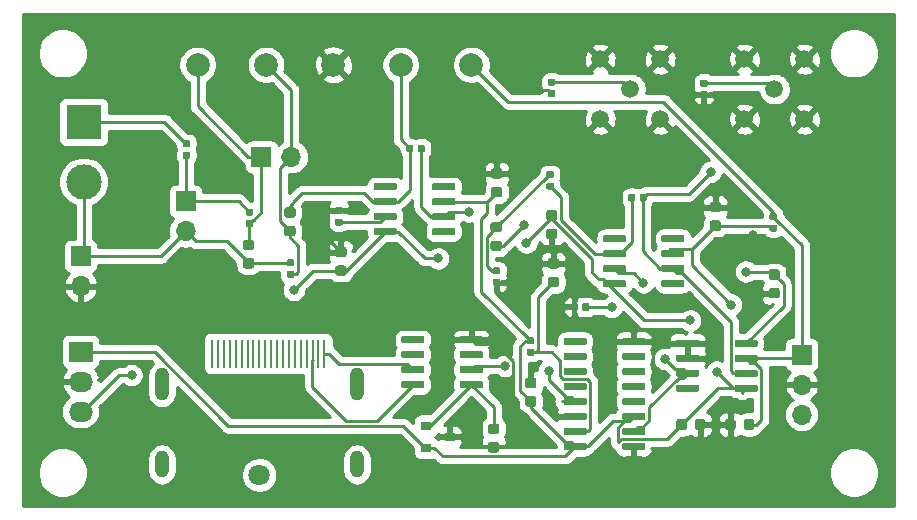
<source format=gtl>
G04 #@! TF.GenerationSoftware,KiCad,Pcbnew,(5.1.4-0-10_14)*
G04 #@! TF.CreationDate,2020-03-06T13:13:34+09:00*
G04 #@! TF.ProjectId,ReadoutBoard_v3_2,52656164-6f75-4744-926f-6172645f7633,rev?*
G04 #@! TF.SameCoordinates,Original*
G04 #@! TF.FileFunction,Copper,L1,Top*
G04 #@! TF.FilePolarity,Positive*
%FSLAX46Y46*%
G04 Gerber Fmt 4.6, Leading zero omitted, Abs format (unit mm)*
G04 Created by KiCad (PCBNEW (5.1.4-0-10_14)) date 2020-03-06 13:13:34*
%MOMM*%
%LPD*%
G04 APERTURE LIST*
%ADD10O,1.200000X2.300000*%
%ADD11O,1.200000X2.800000*%
%ADD12C,1.800000*%
%ADD13R,0.280000X2.400000*%
%ADD14R,1.700000X1.700000*%
%ADD15O,1.700000X1.700000*%
%ADD16C,0.100000*%
%ADD17C,0.875000*%
%ADD18R,3.000000X3.000000*%
%ADD19C,3.000000*%
%ADD20R,2.030000X1.730000*%
%ADD21O,2.030000X1.730000*%
%ADD22C,1.500000*%
%ADD23C,0.590000*%
%ADD24C,2.000000*%
%ADD25C,0.600000*%
%ADD26R,0.900000X0.800000*%
%ADD27C,0.800000*%
%ADD28C,0.250000*%
%ADD29C,0.254000*%
G04 APERTURE END LIST*
D10*
X110393400Y-119810000D03*
D11*
X126903400Y-113030000D03*
D12*
X118643400Y-120710000D03*
D13*
X117143400Y-110430000D03*
X124143400Y-110430000D03*
X116643400Y-110430000D03*
X116143400Y-110430000D03*
X115643400Y-110430000D03*
X115143400Y-110430000D03*
X119143400Y-110430000D03*
X122143400Y-110430000D03*
X114643400Y-110430000D03*
X117643400Y-110430000D03*
X123643400Y-110430000D03*
X123143400Y-110430000D03*
X122643400Y-110430000D03*
X118143400Y-110430000D03*
X121643400Y-110430000D03*
X121143400Y-110430000D03*
X120643400Y-110430000D03*
X120143400Y-110430000D03*
X119643400Y-110430000D03*
X118643400Y-110430000D03*
D11*
X110393400Y-113030000D03*
D10*
X126903400Y-119810000D03*
D14*
X112395000Y-97523300D03*
D15*
X112395000Y-100063300D03*
D16*
G36*
X118006691Y-100782453D02*
G01*
X118027926Y-100785603D01*
X118048750Y-100790819D01*
X118068962Y-100798051D01*
X118088368Y-100807230D01*
X118106781Y-100818266D01*
X118124024Y-100831054D01*
X118139930Y-100845470D01*
X118154346Y-100861376D01*
X118167134Y-100878619D01*
X118178170Y-100897032D01*
X118187349Y-100916438D01*
X118194581Y-100936650D01*
X118199797Y-100957474D01*
X118202947Y-100978709D01*
X118204000Y-101000150D01*
X118204000Y-101437650D01*
X118202947Y-101459091D01*
X118199797Y-101480326D01*
X118194581Y-101501150D01*
X118187349Y-101521362D01*
X118178170Y-101540768D01*
X118167134Y-101559181D01*
X118154346Y-101576424D01*
X118139930Y-101592330D01*
X118124024Y-101606746D01*
X118106781Y-101619534D01*
X118088368Y-101630570D01*
X118068962Y-101639749D01*
X118048750Y-101646981D01*
X118027926Y-101652197D01*
X118006691Y-101655347D01*
X117985250Y-101656400D01*
X117472750Y-101656400D01*
X117451309Y-101655347D01*
X117430074Y-101652197D01*
X117409250Y-101646981D01*
X117389038Y-101639749D01*
X117369632Y-101630570D01*
X117351219Y-101619534D01*
X117333976Y-101606746D01*
X117318070Y-101592330D01*
X117303654Y-101576424D01*
X117290866Y-101559181D01*
X117279830Y-101540768D01*
X117270651Y-101521362D01*
X117263419Y-101501150D01*
X117258203Y-101480326D01*
X117255053Y-101459091D01*
X117254000Y-101437650D01*
X117254000Y-101000150D01*
X117255053Y-100978709D01*
X117258203Y-100957474D01*
X117263419Y-100936650D01*
X117270651Y-100916438D01*
X117279830Y-100897032D01*
X117290866Y-100878619D01*
X117303654Y-100861376D01*
X117318070Y-100845470D01*
X117333976Y-100831054D01*
X117351219Y-100818266D01*
X117369632Y-100807230D01*
X117389038Y-100798051D01*
X117409250Y-100790819D01*
X117430074Y-100785603D01*
X117451309Y-100782453D01*
X117472750Y-100781400D01*
X117985250Y-100781400D01*
X118006691Y-100782453D01*
X118006691Y-100782453D01*
G37*
D17*
X117729000Y-101218900D03*
D16*
G36*
X118006691Y-102357453D02*
G01*
X118027926Y-102360603D01*
X118048750Y-102365819D01*
X118068962Y-102373051D01*
X118088368Y-102382230D01*
X118106781Y-102393266D01*
X118124024Y-102406054D01*
X118139930Y-102420470D01*
X118154346Y-102436376D01*
X118167134Y-102453619D01*
X118178170Y-102472032D01*
X118187349Y-102491438D01*
X118194581Y-102511650D01*
X118199797Y-102532474D01*
X118202947Y-102553709D01*
X118204000Y-102575150D01*
X118204000Y-103012650D01*
X118202947Y-103034091D01*
X118199797Y-103055326D01*
X118194581Y-103076150D01*
X118187349Y-103096362D01*
X118178170Y-103115768D01*
X118167134Y-103134181D01*
X118154346Y-103151424D01*
X118139930Y-103167330D01*
X118124024Y-103181746D01*
X118106781Y-103194534D01*
X118088368Y-103205570D01*
X118068962Y-103214749D01*
X118048750Y-103221981D01*
X118027926Y-103227197D01*
X118006691Y-103230347D01*
X117985250Y-103231400D01*
X117472750Y-103231400D01*
X117451309Y-103230347D01*
X117430074Y-103227197D01*
X117409250Y-103221981D01*
X117389038Y-103214749D01*
X117369632Y-103205570D01*
X117351219Y-103194534D01*
X117333976Y-103181746D01*
X117318070Y-103167330D01*
X117303654Y-103151424D01*
X117290866Y-103134181D01*
X117279830Y-103115768D01*
X117270651Y-103096362D01*
X117263419Y-103076150D01*
X117258203Y-103055326D01*
X117255053Y-103034091D01*
X117254000Y-103012650D01*
X117254000Y-102575150D01*
X117255053Y-102553709D01*
X117258203Y-102532474D01*
X117263419Y-102511650D01*
X117270651Y-102491438D01*
X117279830Y-102472032D01*
X117290866Y-102453619D01*
X117303654Y-102436376D01*
X117318070Y-102420470D01*
X117333976Y-102406054D01*
X117351219Y-102393266D01*
X117369632Y-102382230D01*
X117389038Y-102373051D01*
X117409250Y-102365819D01*
X117430074Y-102360603D01*
X117451309Y-102357453D01*
X117472750Y-102356400D01*
X117985250Y-102356400D01*
X118006691Y-102357453D01*
X118006691Y-102357453D01*
G37*
D17*
X117729000Y-102793900D03*
D16*
G36*
X121511891Y-98039253D02*
G01*
X121533126Y-98042403D01*
X121553950Y-98047619D01*
X121574162Y-98054851D01*
X121593568Y-98064030D01*
X121611981Y-98075066D01*
X121629224Y-98087854D01*
X121645130Y-98102270D01*
X121659546Y-98118176D01*
X121672334Y-98135419D01*
X121683370Y-98153832D01*
X121692549Y-98173238D01*
X121699781Y-98193450D01*
X121704997Y-98214274D01*
X121708147Y-98235509D01*
X121709200Y-98256950D01*
X121709200Y-98694450D01*
X121708147Y-98715891D01*
X121704997Y-98737126D01*
X121699781Y-98757950D01*
X121692549Y-98778162D01*
X121683370Y-98797568D01*
X121672334Y-98815981D01*
X121659546Y-98833224D01*
X121645130Y-98849130D01*
X121629224Y-98863546D01*
X121611981Y-98876334D01*
X121593568Y-98887370D01*
X121574162Y-98896549D01*
X121553950Y-98903781D01*
X121533126Y-98908997D01*
X121511891Y-98912147D01*
X121490450Y-98913200D01*
X120977950Y-98913200D01*
X120956509Y-98912147D01*
X120935274Y-98908997D01*
X120914450Y-98903781D01*
X120894238Y-98896549D01*
X120874832Y-98887370D01*
X120856419Y-98876334D01*
X120839176Y-98863546D01*
X120823270Y-98849130D01*
X120808854Y-98833224D01*
X120796066Y-98815981D01*
X120785030Y-98797568D01*
X120775851Y-98778162D01*
X120768619Y-98757950D01*
X120763403Y-98737126D01*
X120760253Y-98715891D01*
X120759200Y-98694450D01*
X120759200Y-98256950D01*
X120760253Y-98235509D01*
X120763403Y-98214274D01*
X120768619Y-98193450D01*
X120775851Y-98173238D01*
X120785030Y-98153832D01*
X120796066Y-98135419D01*
X120808854Y-98118176D01*
X120823270Y-98102270D01*
X120839176Y-98087854D01*
X120856419Y-98075066D01*
X120874832Y-98064030D01*
X120894238Y-98054851D01*
X120914450Y-98047619D01*
X120935274Y-98042403D01*
X120956509Y-98039253D01*
X120977950Y-98038200D01*
X121490450Y-98038200D01*
X121511891Y-98039253D01*
X121511891Y-98039253D01*
G37*
D17*
X121234200Y-98475700D03*
D16*
G36*
X121511891Y-99614253D02*
G01*
X121533126Y-99617403D01*
X121553950Y-99622619D01*
X121574162Y-99629851D01*
X121593568Y-99639030D01*
X121611981Y-99650066D01*
X121629224Y-99662854D01*
X121645130Y-99677270D01*
X121659546Y-99693176D01*
X121672334Y-99710419D01*
X121683370Y-99728832D01*
X121692549Y-99748238D01*
X121699781Y-99768450D01*
X121704997Y-99789274D01*
X121708147Y-99810509D01*
X121709200Y-99831950D01*
X121709200Y-100269450D01*
X121708147Y-100290891D01*
X121704997Y-100312126D01*
X121699781Y-100332950D01*
X121692549Y-100353162D01*
X121683370Y-100372568D01*
X121672334Y-100390981D01*
X121659546Y-100408224D01*
X121645130Y-100424130D01*
X121629224Y-100438546D01*
X121611981Y-100451334D01*
X121593568Y-100462370D01*
X121574162Y-100471549D01*
X121553950Y-100478781D01*
X121533126Y-100483997D01*
X121511891Y-100487147D01*
X121490450Y-100488200D01*
X120977950Y-100488200D01*
X120956509Y-100487147D01*
X120935274Y-100483997D01*
X120914450Y-100478781D01*
X120894238Y-100471549D01*
X120874832Y-100462370D01*
X120856419Y-100451334D01*
X120839176Y-100438546D01*
X120823270Y-100424130D01*
X120808854Y-100408224D01*
X120796066Y-100390981D01*
X120785030Y-100372568D01*
X120775851Y-100353162D01*
X120768619Y-100332950D01*
X120763403Y-100312126D01*
X120760253Y-100290891D01*
X120759200Y-100269450D01*
X120759200Y-99831950D01*
X120760253Y-99810509D01*
X120763403Y-99789274D01*
X120768619Y-99768450D01*
X120775851Y-99748238D01*
X120785030Y-99728832D01*
X120796066Y-99710419D01*
X120808854Y-99693176D01*
X120823270Y-99677270D01*
X120839176Y-99662854D01*
X120856419Y-99650066D01*
X120874832Y-99639030D01*
X120894238Y-99629851D01*
X120914450Y-99622619D01*
X120935274Y-99617403D01*
X120956509Y-99614253D01*
X120977950Y-99613200D01*
X121490450Y-99613200D01*
X121511891Y-99614253D01*
X121511891Y-99614253D01*
G37*
D17*
X121234200Y-100050700D03*
D16*
G36*
X125829891Y-101392053D02*
G01*
X125851126Y-101395203D01*
X125871950Y-101400419D01*
X125892162Y-101407651D01*
X125911568Y-101416830D01*
X125929981Y-101427866D01*
X125947224Y-101440654D01*
X125963130Y-101455070D01*
X125977546Y-101470976D01*
X125990334Y-101488219D01*
X126001370Y-101506632D01*
X126010549Y-101526038D01*
X126017781Y-101546250D01*
X126022997Y-101567074D01*
X126026147Y-101588309D01*
X126027200Y-101609750D01*
X126027200Y-102047250D01*
X126026147Y-102068691D01*
X126022997Y-102089926D01*
X126017781Y-102110750D01*
X126010549Y-102130962D01*
X126001370Y-102150368D01*
X125990334Y-102168781D01*
X125977546Y-102186024D01*
X125963130Y-102201930D01*
X125947224Y-102216346D01*
X125929981Y-102229134D01*
X125911568Y-102240170D01*
X125892162Y-102249349D01*
X125871950Y-102256581D01*
X125851126Y-102261797D01*
X125829891Y-102264947D01*
X125808450Y-102266000D01*
X125295950Y-102266000D01*
X125274509Y-102264947D01*
X125253274Y-102261797D01*
X125232450Y-102256581D01*
X125212238Y-102249349D01*
X125192832Y-102240170D01*
X125174419Y-102229134D01*
X125157176Y-102216346D01*
X125141270Y-102201930D01*
X125126854Y-102186024D01*
X125114066Y-102168781D01*
X125103030Y-102150368D01*
X125093851Y-102130962D01*
X125086619Y-102110750D01*
X125081403Y-102089926D01*
X125078253Y-102068691D01*
X125077200Y-102047250D01*
X125077200Y-101609750D01*
X125078253Y-101588309D01*
X125081403Y-101567074D01*
X125086619Y-101546250D01*
X125093851Y-101526038D01*
X125103030Y-101506632D01*
X125114066Y-101488219D01*
X125126854Y-101470976D01*
X125141270Y-101455070D01*
X125157176Y-101440654D01*
X125174419Y-101427866D01*
X125192832Y-101416830D01*
X125212238Y-101407651D01*
X125232450Y-101400419D01*
X125253274Y-101395203D01*
X125274509Y-101392053D01*
X125295950Y-101391000D01*
X125808450Y-101391000D01*
X125829891Y-101392053D01*
X125829891Y-101392053D01*
G37*
D17*
X125552200Y-101828500D03*
D16*
G36*
X125829891Y-102967053D02*
G01*
X125851126Y-102970203D01*
X125871950Y-102975419D01*
X125892162Y-102982651D01*
X125911568Y-102991830D01*
X125929981Y-103002866D01*
X125947224Y-103015654D01*
X125963130Y-103030070D01*
X125977546Y-103045976D01*
X125990334Y-103063219D01*
X126001370Y-103081632D01*
X126010549Y-103101038D01*
X126017781Y-103121250D01*
X126022997Y-103142074D01*
X126026147Y-103163309D01*
X126027200Y-103184750D01*
X126027200Y-103622250D01*
X126026147Y-103643691D01*
X126022997Y-103664926D01*
X126017781Y-103685750D01*
X126010549Y-103705962D01*
X126001370Y-103725368D01*
X125990334Y-103743781D01*
X125977546Y-103761024D01*
X125963130Y-103776930D01*
X125947224Y-103791346D01*
X125929981Y-103804134D01*
X125911568Y-103815170D01*
X125892162Y-103824349D01*
X125871950Y-103831581D01*
X125851126Y-103836797D01*
X125829891Y-103839947D01*
X125808450Y-103841000D01*
X125295950Y-103841000D01*
X125274509Y-103839947D01*
X125253274Y-103836797D01*
X125232450Y-103831581D01*
X125212238Y-103824349D01*
X125192832Y-103815170D01*
X125174419Y-103804134D01*
X125157176Y-103791346D01*
X125141270Y-103776930D01*
X125126854Y-103761024D01*
X125114066Y-103743781D01*
X125103030Y-103725368D01*
X125093851Y-103705962D01*
X125086619Y-103685750D01*
X125081403Y-103664926D01*
X125078253Y-103643691D01*
X125077200Y-103622250D01*
X125077200Y-103184750D01*
X125078253Y-103163309D01*
X125081403Y-103142074D01*
X125086619Y-103121250D01*
X125093851Y-103101038D01*
X125103030Y-103081632D01*
X125114066Y-103063219D01*
X125126854Y-103045976D01*
X125141270Y-103030070D01*
X125157176Y-103015654D01*
X125174419Y-103002866D01*
X125192832Y-102991830D01*
X125212238Y-102982651D01*
X125232450Y-102975419D01*
X125253274Y-102970203D01*
X125274509Y-102967053D01*
X125295950Y-102966000D01*
X125808450Y-102966000D01*
X125829891Y-102967053D01*
X125829891Y-102967053D01*
G37*
D17*
X125552200Y-103403500D03*
D16*
G36*
X139012491Y-96312253D02*
G01*
X139033726Y-96315403D01*
X139054550Y-96320619D01*
X139074762Y-96327851D01*
X139094168Y-96337030D01*
X139112581Y-96348066D01*
X139129824Y-96360854D01*
X139145730Y-96375270D01*
X139160146Y-96391176D01*
X139172934Y-96408419D01*
X139183970Y-96426832D01*
X139193149Y-96446238D01*
X139200381Y-96466450D01*
X139205597Y-96487274D01*
X139208747Y-96508509D01*
X139209800Y-96529950D01*
X139209800Y-96967450D01*
X139208747Y-96988891D01*
X139205597Y-97010126D01*
X139200381Y-97030950D01*
X139193149Y-97051162D01*
X139183970Y-97070568D01*
X139172934Y-97088981D01*
X139160146Y-97106224D01*
X139145730Y-97122130D01*
X139129824Y-97136546D01*
X139112581Y-97149334D01*
X139094168Y-97160370D01*
X139074762Y-97169549D01*
X139054550Y-97176781D01*
X139033726Y-97181997D01*
X139012491Y-97185147D01*
X138991050Y-97186200D01*
X138478550Y-97186200D01*
X138457109Y-97185147D01*
X138435874Y-97181997D01*
X138415050Y-97176781D01*
X138394838Y-97169549D01*
X138375432Y-97160370D01*
X138357019Y-97149334D01*
X138339776Y-97136546D01*
X138323870Y-97122130D01*
X138309454Y-97106224D01*
X138296666Y-97088981D01*
X138285630Y-97070568D01*
X138276451Y-97051162D01*
X138269219Y-97030950D01*
X138264003Y-97010126D01*
X138260853Y-96988891D01*
X138259800Y-96967450D01*
X138259800Y-96529950D01*
X138260853Y-96508509D01*
X138264003Y-96487274D01*
X138269219Y-96466450D01*
X138276451Y-96446238D01*
X138285630Y-96426832D01*
X138296666Y-96408419D01*
X138309454Y-96391176D01*
X138323870Y-96375270D01*
X138339776Y-96360854D01*
X138357019Y-96348066D01*
X138375432Y-96337030D01*
X138394838Y-96327851D01*
X138415050Y-96320619D01*
X138435874Y-96315403D01*
X138457109Y-96312253D01*
X138478550Y-96311200D01*
X138991050Y-96311200D01*
X139012491Y-96312253D01*
X139012491Y-96312253D01*
G37*
D17*
X138734800Y-96748700D03*
D16*
G36*
X139012491Y-94737253D02*
G01*
X139033726Y-94740403D01*
X139054550Y-94745619D01*
X139074762Y-94752851D01*
X139094168Y-94762030D01*
X139112581Y-94773066D01*
X139129824Y-94785854D01*
X139145730Y-94800270D01*
X139160146Y-94816176D01*
X139172934Y-94833419D01*
X139183970Y-94851832D01*
X139193149Y-94871238D01*
X139200381Y-94891450D01*
X139205597Y-94912274D01*
X139208747Y-94933509D01*
X139209800Y-94954950D01*
X139209800Y-95392450D01*
X139208747Y-95413891D01*
X139205597Y-95435126D01*
X139200381Y-95455950D01*
X139193149Y-95476162D01*
X139183970Y-95495568D01*
X139172934Y-95513981D01*
X139160146Y-95531224D01*
X139145730Y-95547130D01*
X139129824Y-95561546D01*
X139112581Y-95574334D01*
X139094168Y-95585370D01*
X139074762Y-95594549D01*
X139054550Y-95601781D01*
X139033726Y-95606997D01*
X139012491Y-95610147D01*
X138991050Y-95611200D01*
X138478550Y-95611200D01*
X138457109Y-95610147D01*
X138435874Y-95606997D01*
X138415050Y-95601781D01*
X138394838Y-95594549D01*
X138375432Y-95585370D01*
X138357019Y-95574334D01*
X138339776Y-95561546D01*
X138323870Y-95547130D01*
X138309454Y-95531224D01*
X138296666Y-95513981D01*
X138285630Y-95495568D01*
X138276451Y-95476162D01*
X138269219Y-95455950D01*
X138264003Y-95435126D01*
X138260853Y-95413891D01*
X138259800Y-95392450D01*
X138259800Y-94954950D01*
X138260853Y-94933509D01*
X138264003Y-94912274D01*
X138269219Y-94891450D01*
X138276451Y-94871238D01*
X138285630Y-94851832D01*
X138296666Y-94833419D01*
X138309454Y-94816176D01*
X138323870Y-94800270D01*
X138339776Y-94785854D01*
X138357019Y-94773066D01*
X138375432Y-94762030D01*
X138394838Y-94752851D01*
X138415050Y-94745619D01*
X138435874Y-94740403D01*
X138457109Y-94737253D01*
X138478550Y-94736200D01*
X138991050Y-94736200D01*
X139012491Y-94737253D01*
X139012491Y-94737253D01*
G37*
D17*
X138734800Y-95173700D03*
D16*
G36*
X138961691Y-99283853D02*
G01*
X138982926Y-99287003D01*
X139003750Y-99292219D01*
X139023962Y-99299451D01*
X139043368Y-99308630D01*
X139061781Y-99319666D01*
X139079024Y-99332454D01*
X139094930Y-99346870D01*
X139109346Y-99362776D01*
X139122134Y-99380019D01*
X139133170Y-99398432D01*
X139142349Y-99417838D01*
X139149581Y-99438050D01*
X139154797Y-99458874D01*
X139157947Y-99480109D01*
X139159000Y-99501550D01*
X139159000Y-99939050D01*
X139157947Y-99960491D01*
X139154797Y-99981726D01*
X139149581Y-100002550D01*
X139142349Y-100022762D01*
X139133170Y-100042168D01*
X139122134Y-100060581D01*
X139109346Y-100077824D01*
X139094930Y-100093730D01*
X139079024Y-100108146D01*
X139061781Y-100120934D01*
X139043368Y-100131970D01*
X139023962Y-100141149D01*
X139003750Y-100148381D01*
X138982926Y-100153597D01*
X138961691Y-100156747D01*
X138940250Y-100157800D01*
X138427750Y-100157800D01*
X138406309Y-100156747D01*
X138385074Y-100153597D01*
X138364250Y-100148381D01*
X138344038Y-100141149D01*
X138324632Y-100131970D01*
X138306219Y-100120934D01*
X138288976Y-100108146D01*
X138273070Y-100093730D01*
X138258654Y-100077824D01*
X138245866Y-100060581D01*
X138234830Y-100042168D01*
X138225651Y-100022762D01*
X138218419Y-100002550D01*
X138213203Y-99981726D01*
X138210053Y-99960491D01*
X138209000Y-99939050D01*
X138209000Y-99501550D01*
X138210053Y-99480109D01*
X138213203Y-99458874D01*
X138218419Y-99438050D01*
X138225651Y-99417838D01*
X138234830Y-99398432D01*
X138245866Y-99380019D01*
X138258654Y-99362776D01*
X138273070Y-99346870D01*
X138288976Y-99332454D01*
X138306219Y-99319666D01*
X138324632Y-99308630D01*
X138344038Y-99299451D01*
X138364250Y-99292219D01*
X138385074Y-99287003D01*
X138406309Y-99283853D01*
X138427750Y-99282800D01*
X138940250Y-99282800D01*
X138961691Y-99283853D01*
X138961691Y-99283853D01*
G37*
D17*
X138684000Y-99720300D03*
D16*
G36*
X138961691Y-100858853D02*
G01*
X138982926Y-100862003D01*
X139003750Y-100867219D01*
X139023962Y-100874451D01*
X139043368Y-100883630D01*
X139061781Y-100894666D01*
X139079024Y-100907454D01*
X139094930Y-100921870D01*
X139109346Y-100937776D01*
X139122134Y-100955019D01*
X139133170Y-100973432D01*
X139142349Y-100992838D01*
X139149581Y-101013050D01*
X139154797Y-101033874D01*
X139157947Y-101055109D01*
X139159000Y-101076550D01*
X139159000Y-101514050D01*
X139157947Y-101535491D01*
X139154797Y-101556726D01*
X139149581Y-101577550D01*
X139142349Y-101597762D01*
X139133170Y-101617168D01*
X139122134Y-101635581D01*
X139109346Y-101652824D01*
X139094930Y-101668730D01*
X139079024Y-101683146D01*
X139061781Y-101695934D01*
X139043368Y-101706970D01*
X139023962Y-101716149D01*
X139003750Y-101723381D01*
X138982926Y-101728597D01*
X138961691Y-101731747D01*
X138940250Y-101732800D01*
X138427750Y-101732800D01*
X138406309Y-101731747D01*
X138385074Y-101728597D01*
X138364250Y-101723381D01*
X138344038Y-101716149D01*
X138324632Y-101706970D01*
X138306219Y-101695934D01*
X138288976Y-101683146D01*
X138273070Y-101668730D01*
X138258654Y-101652824D01*
X138245866Y-101635581D01*
X138234830Y-101617168D01*
X138225651Y-101597762D01*
X138218419Y-101577550D01*
X138213203Y-101556726D01*
X138210053Y-101535491D01*
X138209000Y-101514050D01*
X138209000Y-101076550D01*
X138210053Y-101055109D01*
X138213203Y-101033874D01*
X138218419Y-101013050D01*
X138225651Y-100992838D01*
X138234830Y-100973432D01*
X138245866Y-100955019D01*
X138258654Y-100937776D01*
X138273070Y-100921870D01*
X138288976Y-100907454D01*
X138306219Y-100894666D01*
X138324632Y-100883630D01*
X138344038Y-100874451D01*
X138364250Y-100867219D01*
X138385074Y-100862003D01*
X138406309Y-100858853D01*
X138427750Y-100857800D01*
X138940250Y-100857800D01*
X138961691Y-100858853D01*
X138961691Y-100858853D01*
G37*
D17*
X138684000Y-101295300D03*
D16*
G36*
X162507491Y-103297053D02*
G01*
X162528726Y-103300203D01*
X162549550Y-103305419D01*
X162569762Y-103312651D01*
X162589168Y-103321830D01*
X162607581Y-103332866D01*
X162624824Y-103345654D01*
X162640730Y-103360070D01*
X162655146Y-103375976D01*
X162667934Y-103393219D01*
X162678970Y-103411632D01*
X162688149Y-103431038D01*
X162695381Y-103451250D01*
X162700597Y-103472074D01*
X162703747Y-103493309D01*
X162704800Y-103514750D01*
X162704800Y-103952250D01*
X162703747Y-103973691D01*
X162700597Y-103994926D01*
X162695381Y-104015750D01*
X162688149Y-104035962D01*
X162678970Y-104055368D01*
X162667934Y-104073781D01*
X162655146Y-104091024D01*
X162640730Y-104106930D01*
X162624824Y-104121346D01*
X162607581Y-104134134D01*
X162589168Y-104145170D01*
X162569762Y-104154349D01*
X162549550Y-104161581D01*
X162528726Y-104166797D01*
X162507491Y-104169947D01*
X162486050Y-104171000D01*
X161973550Y-104171000D01*
X161952109Y-104169947D01*
X161930874Y-104166797D01*
X161910050Y-104161581D01*
X161889838Y-104154349D01*
X161870432Y-104145170D01*
X161852019Y-104134134D01*
X161834776Y-104121346D01*
X161818870Y-104106930D01*
X161804454Y-104091024D01*
X161791666Y-104073781D01*
X161780630Y-104055368D01*
X161771451Y-104035962D01*
X161764219Y-104015750D01*
X161759003Y-103994926D01*
X161755853Y-103973691D01*
X161754800Y-103952250D01*
X161754800Y-103514750D01*
X161755853Y-103493309D01*
X161759003Y-103472074D01*
X161764219Y-103451250D01*
X161771451Y-103431038D01*
X161780630Y-103411632D01*
X161791666Y-103393219D01*
X161804454Y-103375976D01*
X161818870Y-103360070D01*
X161834776Y-103345654D01*
X161852019Y-103332866D01*
X161870432Y-103321830D01*
X161889838Y-103312651D01*
X161910050Y-103305419D01*
X161930874Y-103300203D01*
X161952109Y-103297053D01*
X161973550Y-103296000D01*
X162486050Y-103296000D01*
X162507491Y-103297053D01*
X162507491Y-103297053D01*
G37*
D17*
X162229800Y-103733500D03*
D16*
G36*
X162507491Y-104872053D02*
G01*
X162528726Y-104875203D01*
X162549550Y-104880419D01*
X162569762Y-104887651D01*
X162589168Y-104896830D01*
X162607581Y-104907866D01*
X162624824Y-104920654D01*
X162640730Y-104935070D01*
X162655146Y-104950976D01*
X162667934Y-104968219D01*
X162678970Y-104986632D01*
X162688149Y-105006038D01*
X162695381Y-105026250D01*
X162700597Y-105047074D01*
X162703747Y-105068309D01*
X162704800Y-105089750D01*
X162704800Y-105527250D01*
X162703747Y-105548691D01*
X162700597Y-105569926D01*
X162695381Y-105590750D01*
X162688149Y-105610962D01*
X162678970Y-105630368D01*
X162667934Y-105648781D01*
X162655146Y-105666024D01*
X162640730Y-105681930D01*
X162624824Y-105696346D01*
X162607581Y-105709134D01*
X162589168Y-105720170D01*
X162569762Y-105729349D01*
X162549550Y-105736581D01*
X162528726Y-105741797D01*
X162507491Y-105744947D01*
X162486050Y-105746000D01*
X161973550Y-105746000D01*
X161952109Y-105744947D01*
X161930874Y-105741797D01*
X161910050Y-105736581D01*
X161889838Y-105729349D01*
X161870432Y-105720170D01*
X161852019Y-105709134D01*
X161834776Y-105696346D01*
X161818870Y-105681930D01*
X161804454Y-105666024D01*
X161791666Y-105648781D01*
X161780630Y-105630368D01*
X161771451Y-105610962D01*
X161764219Y-105590750D01*
X161759003Y-105569926D01*
X161755853Y-105548691D01*
X161754800Y-105527250D01*
X161754800Y-105089750D01*
X161755853Y-105068309D01*
X161759003Y-105047074D01*
X161764219Y-105026250D01*
X161771451Y-105006038D01*
X161780630Y-104986632D01*
X161791666Y-104968219D01*
X161804454Y-104950976D01*
X161818870Y-104935070D01*
X161834776Y-104920654D01*
X161852019Y-104907866D01*
X161870432Y-104896830D01*
X161889838Y-104887651D01*
X161910050Y-104880419D01*
X161930874Y-104875203D01*
X161952109Y-104872053D01*
X161973550Y-104871000D01*
X162486050Y-104871000D01*
X162507491Y-104872053D01*
X162507491Y-104872053D01*
G37*
D17*
X162229800Y-105308500D03*
D16*
G36*
X154621291Y-115959653D02*
G01*
X154642526Y-115962803D01*
X154663350Y-115968019D01*
X154683562Y-115975251D01*
X154702968Y-115984430D01*
X154721381Y-115995466D01*
X154738624Y-116008254D01*
X154754530Y-116022670D01*
X154768946Y-116038576D01*
X154781734Y-116055819D01*
X154792770Y-116074232D01*
X154801949Y-116093638D01*
X154809181Y-116113850D01*
X154814397Y-116134674D01*
X154817547Y-116155909D01*
X154818600Y-116177350D01*
X154818600Y-116689850D01*
X154817547Y-116711291D01*
X154814397Y-116732526D01*
X154809181Y-116753350D01*
X154801949Y-116773562D01*
X154792770Y-116792968D01*
X154781734Y-116811381D01*
X154768946Y-116828624D01*
X154754530Y-116844530D01*
X154738624Y-116858946D01*
X154721381Y-116871734D01*
X154702968Y-116882770D01*
X154683562Y-116891949D01*
X154663350Y-116899181D01*
X154642526Y-116904397D01*
X154621291Y-116907547D01*
X154599850Y-116908600D01*
X154162350Y-116908600D01*
X154140909Y-116907547D01*
X154119674Y-116904397D01*
X154098850Y-116899181D01*
X154078638Y-116891949D01*
X154059232Y-116882770D01*
X154040819Y-116871734D01*
X154023576Y-116858946D01*
X154007670Y-116844530D01*
X153993254Y-116828624D01*
X153980466Y-116811381D01*
X153969430Y-116792968D01*
X153960251Y-116773562D01*
X153953019Y-116753350D01*
X153947803Y-116732526D01*
X153944653Y-116711291D01*
X153943600Y-116689850D01*
X153943600Y-116177350D01*
X153944653Y-116155909D01*
X153947803Y-116134674D01*
X153953019Y-116113850D01*
X153960251Y-116093638D01*
X153969430Y-116074232D01*
X153980466Y-116055819D01*
X153993254Y-116038576D01*
X154007670Y-116022670D01*
X154023576Y-116008254D01*
X154040819Y-115995466D01*
X154059232Y-115984430D01*
X154078638Y-115975251D01*
X154098850Y-115968019D01*
X154119674Y-115962803D01*
X154140909Y-115959653D01*
X154162350Y-115958600D01*
X154599850Y-115958600D01*
X154621291Y-115959653D01*
X154621291Y-115959653D01*
G37*
D17*
X154381100Y-116433600D03*
D16*
G36*
X156196291Y-115959653D02*
G01*
X156217526Y-115962803D01*
X156238350Y-115968019D01*
X156258562Y-115975251D01*
X156277968Y-115984430D01*
X156296381Y-115995466D01*
X156313624Y-116008254D01*
X156329530Y-116022670D01*
X156343946Y-116038576D01*
X156356734Y-116055819D01*
X156367770Y-116074232D01*
X156376949Y-116093638D01*
X156384181Y-116113850D01*
X156389397Y-116134674D01*
X156392547Y-116155909D01*
X156393600Y-116177350D01*
X156393600Y-116689850D01*
X156392547Y-116711291D01*
X156389397Y-116732526D01*
X156384181Y-116753350D01*
X156376949Y-116773562D01*
X156367770Y-116792968D01*
X156356734Y-116811381D01*
X156343946Y-116828624D01*
X156329530Y-116844530D01*
X156313624Y-116858946D01*
X156296381Y-116871734D01*
X156277968Y-116882770D01*
X156258562Y-116891949D01*
X156238350Y-116899181D01*
X156217526Y-116904397D01*
X156196291Y-116907547D01*
X156174850Y-116908600D01*
X155737350Y-116908600D01*
X155715909Y-116907547D01*
X155694674Y-116904397D01*
X155673850Y-116899181D01*
X155653638Y-116891949D01*
X155634232Y-116882770D01*
X155615819Y-116871734D01*
X155598576Y-116858946D01*
X155582670Y-116844530D01*
X155568254Y-116828624D01*
X155555466Y-116811381D01*
X155544430Y-116792968D01*
X155535251Y-116773562D01*
X155528019Y-116753350D01*
X155522803Y-116732526D01*
X155519653Y-116711291D01*
X155518600Y-116689850D01*
X155518600Y-116177350D01*
X155519653Y-116155909D01*
X155522803Y-116134674D01*
X155528019Y-116113850D01*
X155535251Y-116093638D01*
X155544430Y-116074232D01*
X155555466Y-116055819D01*
X155568254Y-116038576D01*
X155582670Y-116022670D01*
X155598576Y-116008254D01*
X155615819Y-115995466D01*
X155634232Y-115984430D01*
X155653638Y-115975251D01*
X155673850Y-115968019D01*
X155694674Y-115962803D01*
X155715909Y-115959653D01*
X155737350Y-115958600D01*
X156174850Y-115958600D01*
X156196291Y-115959653D01*
X156196291Y-115959653D01*
G37*
D17*
X155956100Y-116433600D03*
D16*
G36*
X143686091Y-98267853D02*
G01*
X143707326Y-98271003D01*
X143728150Y-98276219D01*
X143748362Y-98283451D01*
X143767768Y-98292630D01*
X143786181Y-98303666D01*
X143803424Y-98316454D01*
X143819330Y-98330870D01*
X143833746Y-98346776D01*
X143846534Y-98364019D01*
X143857570Y-98382432D01*
X143866749Y-98401838D01*
X143873981Y-98422050D01*
X143879197Y-98442874D01*
X143882347Y-98464109D01*
X143883400Y-98485550D01*
X143883400Y-98923050D01*
X143882347Y-98944491D01*
X143879197Y-98965726D01*
X143873981Y-98986550D01*
X143866749Y-99006762D01*
X143857570Y-99026168D01*
X143846534Y-99044581D01*
X143833746Y-99061824D01*
X143819330Y-99077730D01*
X143803424Y-99092146D01*
X143786181Y-99104934D01*
X143767768Y-99115970D01*
X143748362Y-99125149D01*
X143728150Y-99132381D01*
X143707326Y-99137597D01*
X143686091Y-99140747D01*
X143664650Y-99141800D01*
X143152150Y-99141800D01*
X143130709Y-99140747D01*
X143109474Y-99137597D01*
X143088650Y-99132381D01*
X143068438Y-99125149D01*
X143049032Y-99115970D01*
X143030619Y-99104934D01*
X143013376Y-99092146D01*
X142997470Y-99077730D01*
X142983054Y-99061824D01*
X142970266Y-99044581D01*
X142959230Y-99026168D01*
X142950051Y-99006762D01*
X142942819Y-98986550D01*
X142937603Y-98965726D01*
X142934453Y-98944491D01*
X142933400Y-98923050D01*
X142933400Y-98485550D01*
X142934453Y-98464109D01*
X142937603Y-98442874D01*
X142942819Y-98422050D01*
X142950051Y-98401838D01*
X142959230Y-98382432D01*
X142970266Y-98364019D01*
X142983054Y-98346776D01*
X142997470Y-98330870D01*
X143013376Y-98316454D01*
X143030619Y-98303666D01*
X143049032Y-98292630D01*
X143068438Y-98283451D01*
X143088650Y-98276219D01*
X143109474Y-98271003D01*
X143130709Y-98267853D01*
X143152150Y-98266800D01*
X143664650Y-98266800D01*
X143686091Y-98267853D01*
X143686091Y-98267853D01*
G37*
D17*
X143408400Y-98704300D03*
D16*
G36*
X143686091Y-99842853D02*
G01*
X143707326Y-99846003D01*
X143728150Y-99851219D01*
X143748362Y-99858451D01*
X143767768Y-99867630D01*
X143786181Y-99878666D01*
X143803424Y-99891454D01*
X143819330Y-99905870D01*
X143833746Y-99921776D01*
X143846534Y-99939019D01*
X143857570Y-99957432D01*
X143866749Y-99976838D01*
X143873981Y-99997050D01*
X143879197Y-100017874D01*
X143882347Y-100039109D01*
X143883400Y-100060550D01*
X143883400Y-100498050D01*
X143882347Y-100519491D01*
X143879197Y-100540726D01*
X143873981Y-100561550D01*
X143866749Y-100581762D01*
X143857570Y-100601168D01*
X143846534Y-100619581D01*
X143833746Y-100636824D01*
X143819330Y-100652730D01*
X143803424Y-100667146D01*
X143786181Y-100679934D01*
X143767768Y-100690970D01*
X143748362Y-100700149D01*
X143728150Y-100707381D01*
X143707326Y-100712597D01*
X143686091Y-100715747D01*
X143664650Y-100716800D01*
X143152150Y-100716800D01*
X143130709Y-100715747D01*
X143109474Y-100712597D01*
X143088650Y-100707381D01*
X143068438Y-100700149D01*
X143049032Y-100690970D01*
X143030619Y-100679934D01*
X143013376Y-100667146D01*
X142997470Y-100652730D01*
X142983054Y-100636824D01*
X142970266Y-100619581D01*
X142959230Y-100601168D01*
X142950051Y-100581762D01*
X142942819Y-100561550D01*
X142937603Y-100540726D01*
X142934453Y-100519491D01*
X142933400Y-100498050D01*
X142933400Y-100060550D01*
X142934453Y-100039109D01*
X142937603Y-100017874D01*
X142942819Y-99997050D01*
X142950051Y-99976838D01*
X142959230Y-99957432D01*
X142970266Y-99939019D01*
X142983054Y-99921776D01*
X142997470Y-99905870D01*
X143013376Y-99891454D01*
X143030619Y-99878666D01*
X143049032Y-99867630D01*
X143068438Y-99858451D01*
X143088650Y-99851219D01*
X143109474Y-99846003D01*
X143130709Y-99842853D01*
X143152150Y-99841800D01*
X143664650Y-99841800D01*
X143686091Y-99842853D01*
X143686091Y-99842853D01*
G37*
D17*
X143408400Y-100279300D03*
D16*
G36*
X157529091Y-97582053D02*
G01*
X157550326Y-97585203D01*
X157571150Y-97590419D01*
X157591362Y-97597651D01*
X157610768Y-97606830D01*
X157629181Y-97617866D01*
X157646424Y-97630654D01*
X157662330Y-97645070D01*
X157676746Y-97660976D01*
X157689534Y-97678219D01*
X157700570Y-97696632D01*
X157709749Y-97716038D01*
X157716981Y-97736250D01*
X157722197Y-97757074D01*
X157725347Y-97778309D01*
X157726400Y-97799750D01*
X157726400Y-98237250D01*
X157725347Y-98258691D01*
X157722197Y-98279926D01*
X157716981Y-98300750D01*
X157709749Y-98320962D01*
X157700570Y-98340368D01*
X157689534Y-98358781D01*
X157676746Y-98376024D01*
X157662330Y-98391930D01*
X157646424Y-98406346D01*
X157629181Y-98419134D01*
X157610768Y-98430170D01*
X157591362Y-98439349D01*
X157571150Y-98446581D01*
X157550326Y-98451797D01*
X157529091Y-98454947D01*
X157507650Y-98456000D01*
X156995150Y-98456000D01*
X156973709Y-98454947D01*
X156952474Y-98451797D01*
X156931650Y-98446581D01*
X156911438Y-98439349D01*
X156892032Y-98430170D01*
X156873619Y-98419134D01*
X156856376Y-98406346D01*
X156840470Y-98391930D01*
X156826054Y-98376024D01*
X156813266Y-98358781D01*
X156802230Y-98340368D01*
X156793051Y-98320962D01*
X156785819Y-98300750D01*
X156780603Y-98279926D01*
X156777453Y-98258691D01*
X156776400Y-98237250D01*
X156776400Y-97799750D01*
X156777453Y-97778309D01*
X156780603Y-97757074D01*
X156785819Y-97736250D01*
X156793051Y-97716038D01*
X156802230Y-97696632D01*
X156813266Y-97678219D01*
X156826054Y-97660976D01*
X156840470Y-97645070D01*
X156856376Y-97630654D01*
X156873619Y-97617866D01*
X156892032Y-97606830D01*
X156911438Y-97597651D01*
X156931650Y-97590419D01*
X156952474Y-97585203D01*
X156973709Y-97582053D01*
X156995150Y-97581000D01*
X157507650Y-97581000D01*
X157529091Y-97582053D01*
X157529091Y-97582053D01*
G37*
D17*
X157251400Y-98018500D03*
D16*
G36*
X157529091Y-99157053D02*
G01*
X157550326Y-99160203D01*
X157571150Y-99165419D01*
X157591362Y-99172651D01*
X157610768Y-99181830D01*
X157629181Y-99192866D01*
X157646424Y-99205654D01*
X157662330Y-99220070D01*
X157676746Y-99235976D01*
X157689534Y-99253219D01*
X157700570Y-99271632D01*
X157709749Y-99291038D01*
X157716981Y-99311250D01*
X157722197Y-99332074D01*
X157725347Y-99353309D01*
X157726400Y-99374750D01*
X157726400Y-99812250D01*
X157725347Y-99833691D01*
X157722197Y-99854926D01*
X157716981Y-99875750D01*
X157709749Y-99895962D01*
X157700570Y-99915368D01*
X157689534Y-99933781D01*
X157676746Y-99951024D01*
X157662330Y-99966930D01*
X157646424Y-99981346D01*
X157629181Y-99994134D01*
X157610768Y-100005170D01*
X157591362Y-100014349D01*
X157571150Y-100021581D01*
X157550326Y-100026797D01*
X157529091Y-100029947D01*
X157507650Y-100031000D01*
X156995150Y-100031000D01*
X156973709Y-100029947D01*
X156952474Y-100026797D01*
X156931650Y-100021581D01*
X156911438Y-100014349D01*
X156892032Y-100005170D01*
X156873619Y-99994134D01*
X156856376Y-99981346D01*
X156840470Y-99966930D01*
X156826054Y-99951024D01*
X156813266Y-99933781D01*
X156802230Y-99915368D01*
X156793051Y-99895962D01*
X156785819Y-99875750D01*
X156780603Y-99854926D01*
X156777453Y-99833691D01*
X156776400Y-99812250D01*
X156776400Y-99374750D01*
X156777453Y-99353309D01*
X156780603Y-99332074D01*
X156785819Y-99311250D01*
X156793051Y-99291038D01*
X156802230Y-99271632D01*
X156813266Y-99253219D01*
X156826054Y-99235976D01*
X156840470Y-99220070D01*
X156856376Y-99205654D01*
X156873619Y-99192866D01*
X156892032Y-99181830D01*
X156911438Y-99172651D01*
X156931650Y-99165419D01*
X156952474Y-99160203D01*
X156973709Y-99157053D01*
X156995150Y-99156000D01*
X157507650Y-99156000D01*
X157529091Y-99157053D01*
X157529091Y-99157053D01*
G37*
D17*
X157251400Y-99593500D03*
D16*
G36*
X143813091Y-103932253D02*
G01*
X143834326Y-103935403D01*
X143855150Y-103940619D01*
X143875362Y-103947851D01*
X143894768Y-103957030D01*
X143913181Y-103968066D01*
X143930424Y-103980854D01*
X143946330Y-103995270D01*
X143960746Y-104011176D01*
X143973534Y-104028419D01*
X143984570Y-104046832D01*
X143993749Y-104066238D01*
X144000981Y-104086450D01*
X144006197Y-104107274D01*
X144009347Y-104128509D01*
X144010400Y-104149950D01*
X144010400Y-104587450D01*
X144009347Y-104608891D01*
X144006197Y-104630126D01*
X144000981Y-104650950D01*
X143993749Y-104671162D01*
X143984570Y-104690568D01*
X143973534Y-104708981D01*
X143960746Y-104726224D01*
X143946330Y-104742130D01*
X143930424Y-104756546D01*
X143913181Y-104769334D01*
X143894768Y-104780370D01*
X143875362Y-104789549D01*
X143855150Y-104796781D01*
X143834326Y-104801997D01*
X143813091Y-104805147D01*
X143791650Y-104806200D01*
X143279150Y-104806200D01*
X143257709Y-104805147D01*
X143236474Y-104801997D01*
X143215650Y-104796781D01*
X143195438Y-104789549D01*
X143176032Y-104780370D01*
X143157619Y-104769334D01*
X143140376Y-104756546D01*
X143124470Y-104742130D01*
X143110054Y-104726224D01*
X143097266Y-104708981D01*
X143086230Y-104690568D01*
X143077051Y-104671162D01*
X143069819Y-104650950D01*
X143064603Y-104630126D01*
X143061453Y-104608891D01*
X143060400Y-104587450D01*
X143060400Y-104149950D01*
X143061453Y-104128509D01*
X143064603Y-104107274D01*
X143069819Y-104086450D01*
X143077051Y-104066238D01*
X143086230Y-104046832D01*
X143097266Y-104028419D01*
X143110054Y-104011176D01*
X143124470Y-103995270D01*
X143140376Y-103980854D01*
X143157619Y-103968066D01*
X143176032Y-103957030D01*
X143195438Y-103947851D01*
X143215650Y-103940619D01*
X143236474Y-103935403D01*
X143257709Y-103932253D01*
X143279150Y-103931200D01*
X143791650Y-103931200D01*
X143813091Y-103932253D01*
X143813091Y-103932253D01*
G37*
D17*
X143535400Y-104368700D03*
D16*
G36*
X143813091Y-102357253D02*
G01*
X143834326Y-102360403D01*
X143855150Y-102365619D01*
X143875362Y-102372851D01*
X143894768Y-102382030D01*
X143913181Y-102393066D01*
X143930424Y-102405854D01*
X143946330Y-102420270D01*
X143960746Y-102436176D01*
X143973534Y-102453419D01*
X143984570Y-102471832D01*
X143993749Y-102491238D01*
X144000981Y-102511450D01*
X144006197Y-102532274D01*
X144009347Y-102553509D01*
X144010400Y-102574950D01*
X144010400Y-103012450D01*
X144009347Y-103033891D01*
X144006197Y-103055126D01*
X144000981Y-103075950D01*
X143993749Y-103096162D01*
X143984570Y-103115568D01*
X143973534Y-103133981D01*
X143960746Y-103151224D01*
X143946330Y-103167130D01*
X143930424Y-103181546D01*
X143913181Y-103194334D01*
X143894768Y-103205370D01*
X143875362Y-103214549D01*
X143855150Y-103221781D01*
X143834326Y-103226997D01*
X143813091Y-103230147D01*
X143791650Y-103231200D01*
X143279150Y-103231200D01*
X143257709Y-103230147D01*
X143236474Y-103226997D01*
X143215650Y-103221781D01*
X143195438Y-103214549D01*
X143176032Y-103205370D01*
X143157619Y-103194334D01*
X143140376Y-103181546D01*
X143124470Y-103167130D01*
X143110054Y-103151224D01*
X143097266Y-103133981D01*
X143086230Y-103115568D01*
X143077051Y-103096162D01*
X143069819Y-103075950D01*
X143064603Y-103055126D01*
X143061453Y-103033891D01*
X143060400Y-103012450D01*
X143060400Y-102574950D01*
X143061453Y-102553509D01*
X143064603Y-102532274D01*
X143069819Y-102511450D01*
X143077051Y-102491238D01*
X143086230Y-102471832D01*
X143097266Y-102453419D01*
X143110054Y-102436176D01*
X143124470Y-102420270D01*
X143140376Y-102405854D01*
X143157619Y-102393066D01*
X143176032Y-102382030D01*
X143195438Y-102372851D01*
X143215650Y-102365619D01*
X143236474Y-102360403D01*
X143257709Y-102357253D01*
X143279150Y-102356200D01*
X143791650Y-102356200D01*
X143813091Y-102357253D01*
X143813091Y-102357253D01*
G37*
D17*
X143535400Y-102793700D03*
D16*
G36*
X138758491Y-116352653D02*
G01*
X138779726Y-116355803D01*
X138800550Y-116361019D01*
X138820762Y-116368251D01*
X138840168Y-116377430D01*
X138858581Y-116388466D01*
X138875824Y-116401254D01*
X138891730Y-116415670D01*
X138906146Y-116431576D01*
X138918934Y-116448819D01*
X138929970Y-116467232D01*
X138939149Y-116486638D01*
X138946381Y-116506850D01*
X138951597Y-116527674D01*
X138954747Y-116548909D01*
X138955800Y-116570350D01*
X138955800Y-117007850D01*
X138954747Y-117029291D01*
X138951597Y-117050526D01*
X138946381Y-117071350D01*
X138939149Y-117091562D01*
X138929970Y-117110968D01*
X138918934Y-117129381D01*
X138906146Y-117146624D01*
X138891730Y-117162530D01*
X138875824Y-117176946D01*
X138858581Y-117189734D01*
X138840168Y-117200770D01*
X138820762Y-117209949D01*
X138800550Y-117217181D01*
X138779726Y-117222397D01*
X138758491Y-117225547D01*
X138737050Y-117226600D01*
X138224550Y-117226600D01*
X138203109Y-117225547D01*
X138181874Y-117222397D01*
X138161050Y-117217181D01*
X138140838Y-117209949D01*
X138121432Y-117200770D01*
X138103019Y-117189734D01*
X138085776Y-117176946D01*
X138069870Y-117162530D01*
X138055454Y-117146624D01*
X138042666Y-117129381D01*
X138031630Y-117110968D01*
X138022451Y-117091562D01*
X138015219Y-117071350D01*
X138010003Y-117050526D01*
X138006853Y-117029291D01*
X138005800Y-117007850D01*
X138005800Y-116570350D01*
X138006853Y-116548909D01*
X138010003Y-116527674D01*
X138015219Y-116506850D01*
X138022451Y-116486638D01*
X138031630Y-116467232D01*
X138042666Y-116448819D01*
X138055454Y-116431576D01*
X138069870Y-116415670D01*
X138085776Y-116401254D01*
X138103019Y-116388466D01*
X138121432Y-116377430D01*
X138140838Y-116368251D01*
X138161050Y-116361019D01*
X138181874Y-116355803D01*
X138203109Y-116352653D01*
X138224550Y-116351600D01*
X138737050Y-116351600D01*
X138758491Y-116352653D01*
X138758491Y-116352653D01*
G37*
D17*
X138480800Y-116789100D03*
D16*
G36*
X138758491Y-117927653D02*
G01*
X138779726Y-117930803D01*
X138800550Y-117936019D01*
X138820762Y-117943251D01*
X138840168Y-117952430D01*
X138858581Y-117963466D01*
X138875824Y-117976254D01*
X138891730Y-117990670D01*
X138906146Y-118006576D01*
X138918934Y-118023819D01*
X138929970Y-118042232D01*
X138939149Y-118061638D01*
X138946381Y-118081850D01*
X138951597Y-118102674D01*
X138954747Y-118123909D01*
X138955800Y-118145350D01*
X138955800Y-118582850D01*
X138954747Y-118604291D01*
X138951597Y-118625526D01*
X138946381Y-118646350D01*
X138939149Y-118666562D01*
X138929970Y-118685968D01*
X138918934Y-118704381D01*
X138906146Y-118721624D01*
X138891730Y-118737530D01*
X138875824Y-118751946D01*
X138858581Y-118764734D01*
X138840168Y-118775770D01*
X138820762Y-118784949D01*
X138800550Y-118792181D01*
X138779726Y-118797397D01*
X138758491Y-118800547D01*
X138737050Y-118801600D01*
X138224550Y-118801600D01*
X138203109Y-118800547D01*
X138181874Y-118797397D01*
X138161050Y-118792181D01*
X138140838Y-118784949D01*
X138121432Y-118775770D01*
X138103019Y-118764734D01*
X138085776Y-118751946D01*
X138069870Y-118737530D01*
X138055454Y-118721624D01*
X138042666Y-118704381D01*
X138031630Y-118685968D01*
X138022451Y-118666562D01*
X138015219Y-118646350D01*
X138010003Y-118625526D01*
X138006853Y-118604291D01*
X138005800Y-118582850D01*
X138005800Y-118145350D01*
X138006853Y-118123909D01*
X138010003Y-118102674D01*
X138015219Y-118081850D01*
X138022451Y-118061638D01*
X138031630Y-118042232D01*
X138042666Y-118023819D01*
X138055454Y-118006576D01*
X138069870Y-117990670D01*
X138085776Y-117976254D01*
X138103019Y-117963466D01*
X138121432Y-117952430D01*
X138140838Y-117943251D01*
X138161050Y-117936019D01*
X138181874Y-117930803D01*
X138203109Y-117927653D01*
X138224550Y-117926600D01*
X138737050Y-117926600D01*
X138758491Y-117927653D01*
X138758491Y-117927653D01*
G37*
D17*
X138480800Y-118364100D03*
D14*
X118808500Y-93776800D03*
D15*
X121348500Y-93776800D03*
D18*
X103759000Y-90805000D03*
D19*
X103759000Y-95885000D03*
D20*
X103505000Y-110261400D03*
D21*
X103505000Y-112801400D03*
X103505000Y-115341400D03*
D22*
X159715200Y-90576400D03*
X159715200Y-85496400D03*
X164795200Y-85496400D03*
X164795200Y-90576400D03*
X162255200Y-88036400D03*
X150037800Y-88036400D03*
X152577800Y-90576400D03*
X152577800Y-85496400D03*
X147497800Y-85496400D03*
X147497800Y-90576400D03*
D15*
X103505000Y-104711500D03*
D14*
X103505000Y-102171500D03*
D16*
G36*
X112645458Y-93332510D02*
G01*
X112659776Y-93334634D01*
X112673817Y-93338151D01*
X112687446Y-93343028D01*
X112700531Y-93349217D01*
X112712947Y-93356658D01*
X112724573Y-93365281D01*
X112735298Y-93375002D01*
X112745019Y-93385727D01*
X112753642Y-93397353D01*
X112761083Y-93409769D01*
X112767272Y-93422854D01*
X112772149Y-93436483D01*
X112775666Y-93450524D01*
X112777790Y-93464842D01*
X112778500Y-93479300D01*
X112778500Y-93774300D01*
X112777790Y-93788758D01*
X112775666Y-93803076D01*
X112772149Y-93817117D01*
X112767272Y-93830746D01*
X112761083Y-93843831D01*
X112753642Y-93856247D01*
X112745019Y-93867873D01*
X112735298Y-93878598D01*
X112724573Y-93888319D01*
X112712947Y-93896942D01*
X112700531Y-93904383D01*
X112687446Y-93910572D01*
X112673817Y-93915449D01*
X112659776Y-93918966D01*
X112645458Y-93921090D01*
X112631000Y-93921800D01*
X112286000Y-93921800D01*
X112271542Y-93921090D01*
X112257224Y-93918966D01*
X112243183Y-93915449D01*
X112229554Y-93910572D01*
X112216469Y-93904383D01*
X112204053Y-93896942D01*
X112192427Y-93888319D01*
X112181702Y-93878598D01*
X112171981Y-93867873D01*
X112163358Y-93856247D01*
X112155917Y-93843831D01*
X112149728Y-93830746D01*
X112144851Y-93817117D01*
X112141334Y-93803076D01*
X112139210Y-93788758D01*
X112138500Y-93774300D01*
X112138500Y-93479300D01*
X112139210Y-93464842D01*
X112141334Y-93450524D01*
X112144851Y-93436483D01*
X112149728Y-93422854D01*
X112155917Y-93409769D01*
X112163358Y-93397353D01*
X112171981Y-93385727D01*
X112181702Y-93375002D01*
X112192427Y-93365281D01*
X112204053Y-93356658D01*
X112216469Y-93349217D01*
X112229554Y-93343028D01*
X112243183Y-93338151D01*
X112257224Y-93334634D01*
X112271542Y-93332510D01*
X112286000Y-93331800D01*
X112631000Y-93331800D01*
X112645458Y-93332510D01*
X112645458Y-93332510D01*
G37*
D23*
X112458500Y-93626800D03*
D16*
G36*
X112645458Y-92362510D02*
G01*
X112659776Y-92364634D01*
X112673817Y-92368151D01*
X112687446Y-92373028D01*
X112700531Y-92379217D01*
X112712947Y-92386658D01*
X112724573Y-92395281D01*
X112735298Y-92405002D01*
X112745019Y-92415727D01*
X112753642Y-92427353D01*
X112761083Y-92439769D01*
X112767272Y-92452854D01*
X112772149Y-92466483D01*
X112775666Y-92480524D01*
X112777790Y-92494842D01*
X112778500Y-92509300D01*
X112778500Y-92804300D01*
X112777790Y-92818758D01*
X112775666Y-92833076D01*
X112772149Y-92847117D01*
X112767272Y-92860746D01*
X112761083Y-92873831D01*
X112753642Y-92886247D01*
X112745019Y-92897873D01*
X112735298Y-92908598D01*
X112724573Y-92918319D01*
X112712947Y-92926942D01*
X112700531Y-92934383D01*
X112687446Y-92940572D01*
X112673817Y-92945449D01*
X112659776Y-92948966D01*
X112645458Y-92951090D01*
X112631000Y-92951800D01*
X112286000Y-92951800D01*
X112271542Y-92951090D01*
X112257224Y-92948966D01*
X112243183Y-92945449D01*
X112229554Y-92940572D01*
X112216469Y-92934383D01*
X112204053Y-92926942D01*
X112192427Y-92918319D01*
X112181702Y-92908598D01*
X112171981Y-92897873D01*
X112163358Y-92886247D01*
X112155917Y-92873831D01*
X112149728Y-92860746D01*
X112144851Y-92847117D01*
X112141334Y-92833076D01*
X112139210Y-92818758D01*
X112138500Y-92804300D01*
X112138500Y-92509300D01*
X112139210Y-92494842D01*
X112141334Y-92480524D01*
X112144851Y-92466483D01*
X112149728Y-92452854D01*
X112155917Y-92439769D01*
X112163358Y-92427353D01*
X112171981Y-92415727D01*
X112181702Y-92405002D01*
X112192427Y-92395281D01*
X112204053Y-92386658D01*
X112216469Y-92379217D01*
X112229554Y-92373028D01*
X112243183Y-92368151D01*
X112257224Y-92364634D01*
X112271542Y-92362510D01*
X112286000Y-92361800D01*
X112631000Y-92361800D01*
X112645458Y-92362510D01*
X112645458Y-92362510D01*
G37*
D23*
X112458500Y-92656800D03*
D16*
G36*
X117992158Y-98153710D02*
G01*
X118006476Y-98155834D01*
X118020517Y-98159351D01*
X118034146Y-98164228D01*
X118047231Y-98170417D01*
X118059647Y-98177858D01*
X118071273Y-98186481D01*
X118081998Y-98196202D01*
X118091719Y-98206927D01*
X118100342Y-98218553D01*
X118107783Y-98230969D01*
X118113972Y-98244054D01*
X118118849Y-98257683D01*
X118122366Y-98271724D01*
X118124490Y-98286042D01*
X118125200Y-98300500D01*
X118125200Y-98595500D01*
X118124490Y-98609958D01*
X118122366Y-98624276D01*
X118118849Y-98638317D01*
X118113972Y-98651946D01*
X118107783Y-98665031D01*
X118100342Y-98677447D01*
X118091719Y-98689073D01*
X118081998Y-98699798D01*
X118071273Y-98709519D01*
X118059647Y-98718142D01*
X118047231Y-98725583D01*
X118034146Y-98731772D01*
X118020517Y-98736649D01*
X118006476Y-98740166D01*
X117992158Y-98742290D01*
X117977700Y-98743000D01*
X117632700Y-98743000D01*
X117618242Y-98742290D01*
X117603924Y-98740166D01*
X117589883Y-98736649D01*
X117576254Y-98731772D01*
X117563169Y-98725583D01*
X117550753Y-98718142D01*
X117539127Y-98709519D01*
X117528402Y-98699798D01*
X117518681Y-98689073D01*
X117510058Y-98677447D01*
X117502617Y-98665031D01*
X117496428Y-98651946D01*
X117491551Y-98638317D01*
X117488034Y-98624276D01*
X117485910Y-98609958D01*
X117485200Y-98595500D01*
X117485200Y-98300500D01*
X117485910Y-98286042D01*
X117488034Y-98271724D01*
X117491551Y-98257683D01*
X117496428Y-98244054D01*
X117502617Y-98230969D01*
X117510058Y-98218553D01*
X117518681Y-98206927D01*
X117528402Y-98196202D01*
X117539127Y-98186481D01*
X117550753Y-98177858D01*
X117563169Y-98170417D01*
X117576254Y-98164228D01*
X117589883Y-98159351D01*
X117603924Y-98155834D01*
X117618242Y-98153710D01*
X117632700Y-98153000D01*
X117977700Y-98153000D01*
X117992158Y-98153710D01*
X117992158Y-98153710D01*
G37*
D23*
X117805200Y-98448000D03*
D16*
G36*
X117992158Y-99123710D02*
G01*
X118006476Y-99125834D01*
X118020517Y-99129351D01*
X118034146Y-99134228D01*
X118047231Y-99140417D01*
X118059647Y-99147858D01*
X118071273Y-99156481D01*
X118081998Y-99166202D01*
X118091719Y-99176927D01*
X118100342Y-99188553D01*
X118107783Y-99200969D01*
X118113972Y-99214054D01*
X118118849Y-99227683D01*
X118122366Y-99241724D01*
X118124490Y-99256042D01*
X118125200Y-99270500D01*
X118125200Y-99565500D01*
X118124490Y-99579958D01*
X118122366Y-99594276D01*
X118118849Y-99608317D01*
X118113972Y-99621946D01*
X118107783Y-99635031D01*
X118100342Y-99647447D01*
X118091719Y-99659073D01*
X118081998Y-99669798D01*
X118071273Y-99679519D01*
X118059647Y-99688142D01*
X118047231Y-99695583D01*
X118034146Y-99701772D01*
X118020517Y-99706649D01*
X118006476Y-99710166D01*
X117992158Y-99712290D01*
X117977700Y-99713000D01*
X117632700Y-99713000D01*
X117618242Y-99712290D01*
X117603924Y-99710166D01*
X117589883Y-99706649D01*
X117576254Y-99701772D01*
X117563169Y-99695583D01*
X117550753Y-99688142D01*
X117539127Y-99679519D01*
X117528402Y-99669798D01*
X117518681Y-99659073D01*
X117510058Y-99647447D01*
X117502617Y-99635031D01*
X117496428Y-99621946D01*
X117491551Y-99608317D01*
X117488034Y-99594276D01*
X117485910Y-99579958D01*
X117485200Y-99565500D01*
X117485200Y-99270500D01*
X117485910Y-99256042D01*
X117488034Y-99241724D01*
X117491551Y-99227683D01*
X117496428Y-99214054D01*
X117502617Y-99200969D01*
X117510058Y-99188553D01*
X117518681Y-99176927D01*
X117528402Y-99166202D01*
X117539127Y-99156481D01*
X117550753Y-99147858D01*
X117563169Y-99140417D01*
X117576254Y-99134228D01*
X117589883Y-99129351D01*
X117603924Y-99125834D01*
X117618242Y-99123710D01*
X117632700Y-99123000D01*
X117977700Y-99123000D01*
X117992158Y-99123710D01*
X117992158Y-99123710D01*
G37*
D23*
X117805200Y-99418000D03*
D16*
G36*
X121471958Y-103416310D02*
G01*
X121486276Y-103418434D01*
X121500317Y-103421951D01*
X121513946Y-103426828D01*
X121527031Y-103433017D01*
X121539447Y-103440458D01*
X121551073Y-103449081D01*
X121561798Y-103458802D01*
X121571519Y-103469527D01*
X121580142Y-103481153D01*
X121587583Y-103493569D01*
X121593772Y-103506654D01*
X121598649Y-103520283D01*
X121602166Y-103534324D01*
X121604290Y-103548642D01*
X121605000Y-103563100D01*
X121605000Y-103858100D01*
X121604290Y-103872558D01*
X121602166Y-103886876D01*
X121598649Y-103900917D01*
X121593772Y-103914546D01*
X121587583Y-103927631D01*
X121580142Y-103940047D01*
X121571519Y-103951673D01*
X121561798Y-103962398D01*
X121551073Y-103972119D01*
X121539447Y-103980742D01*
X121527031Y-103988183D01*
X121513946Y-103994372D01*
X121500317Y-103999249D01*
X121486276Y-104002766D01*
X121471958Y-104004890D01*
X121457500Y-104005600D01*
X121112500Y-104005600D01*
X121098042Y-104004890D01*
X121083724Y-104002766D01*
X121069683Y-103999249D01*
X121056054Y-103994372D01*
X121042969Y-103988183D01*
X121030553Y-103980742D01*
X121018927Y-103972119D01*
X121008202Y-103962398D01*
X120998481Y-103951673D01*
X120989858Y-103940047D01*
X120982417Y-103927631D01*
X120976228Y-103914546D01*
X120971351Y-103900917D01*
X120967834Y-103886876D01*
X120965710Y-103872558D01*
X120965000Y-103858100D01*
X120965000Y-103563100D01*
X120965710Y-103548642D01*
X120967834Y-103534324D01*
X120971351Y-103520283D01*
X120976228Y-103506654D01*
X120982417Y-103493569D01*
X120989858Y-103481153D01*
X120998481Y-103469527D01*
X121008202Y-103458802D01*
X121018927Y-103449081D01*
X121030553Y-103440458D01*
X121042969Y-103433017D01*
X121056054Y-103426828D01*
X121069683Y-103421951D01*
X121083724Y-103418434D01*
X121098042Y-103416310D01*
X121112500Y-103415600D01*
X121457500Y-103415600D01*
X121471958Y-103416310D01*
X121471958Y-103416310D01*
G37*
D23*
X121285000Y-103710600D03*
D16*
G36*
X121471958Y-102446310D02*
G01*
X121486276Y-102448434D01*
X121500317Y-102451951D01*
X121513946Y-102456828D01*
X121527031Y-102463017D01*
X121539447Y-102470458D01*
X121551073Y-102479081D01*
X121561798Y-102488802D01*
X121571519Y-102499527D01*
X121580142Y-102511153D01*
X121587583Y-102523569D01*
X121593772Y-102536654D01*
X121598649Y-102550283D01*
X121602166Y-102564324D01*
X121604290Y-102578642D01*
X121605000Y-102593100D01*
X121605000Y-102888100D01*
X121604290Y-102902558D01*
X121602166Y-102916876D01*
X121598649Y-102930917D01*
X121593772Y-102944546D01*
X121587583Y-102957631D01*
X121580142Y-102970047D01*
X121571519Y-102981673D01*
X121561798Y-102992398D01*
X121551073Y-103002119D01*
X121539447Y-103010742D01*
X121527031Y-103018183D01*
X121513946Y-103024372D01*
X121500317Y-103029249D01*
X121486276Y-103032766D01*
X121471958Y-103034890D01*
X121457500Y-103035600D01*
X121112500Y-103035600D01*
X121098042Y-103034890D01*
X121083724Y-103032766D01*
X121069683Y-103029249D01*
X121056054Y-103024372D01*
X121042969Y-103018183D01*
X121030553Y-103010742D01*
X121018927Y-103002119D01*
X121008202Y-102992398D01*
X120998481Y-102981673D01*
X120989858Y-102970047D01*
X120982417Y-102957631D01*
X120976228Y-102944546D01*
X120971351Y-102930917D01*
X120967834Y-102916876D01*
X120965710Y-102902558D01*
X120965000Y-102888100D01*
X120965000Y-102593100D01*
X120965710Y-102578642D01*
X120967834Y-102564324D01*
X120971351Y-102550283D01*
X120976228Y-102536654D01*
X120982417Y-102523569D01*
X120989858Y-102511153D01*
X120998481Y-102499527D01*
X121008202Y-102488802D01*
X121018927Y-102479081D01*
X121030553Y-102470458D01*
X121042969Y-102463017D01*
X121056054Y-102456828D01*
X121069683Y-102451951D01*
X121083724Y-102448434D01*
X121098042Y-102446310D01*
X121112500Y-102445600D01*
X121457500Y-102445600D01*
X121471958Y-102446310D01*
X121471958Y-102446310D01*
G37*
D23*
X121285000Y-102740600D03*
D16*
G36*
X125561358Y-98026710D02*
G01*
X125575676Y-98028834D01*
X125589717Y-98032351D01*
X125603346Y-98037228D01*
X125616431Y-98043417D01*
X125628847Y-98050858D01*
X125640473Y-98059481D01*
X125651198Y-98069202D01*
X125660919Y-98079927D01*
X125669542Y-98091553D01*
X125676983Y-98103969D01*
X125683172Y-98117054D01*
X125688049Y-98130683D01*
X125691566Y-98144724D01*
X125693690Y-98159042D01*
X125694400Y-98173500D01*
X125694400Y-98468500D01*
X125693690Y-98482958D01*
X125691566Y-98497276D01*
X125688049Y-98511317D01*
X125683172Y-98524946D01*
X125676983Y-98538031D01*
X125669542Y-98550447D01*
X125660919Y-98562073D01*
X125651198Y-98572798D01*
X125640473Y-98582519D01*
X125628847Y-98591142D01*
X125616431Y-98598583D01*
X125603346Y-98604772D01*
X125589717Y-98609649D01*
X125575676Y-98613166D01*
X125561358Y-98615290D01*
X125546900Y-98616000D01*
X125201900Y-98616000D01*
X125187442Y-98615290D01*
X125173124Y-98613166D01*
X125159083Y-98609649D01*
X125145454Y-98604772D01*
X125132369Y-98598583D01*
X125119953Y-98591142D01*
X125108327Y-98582519D01*
X125097602Y-98572798D01*
X125087881Y-98562073D01*
X125079258Y-98550447D01*
X125071817Y-98538031D01*
X125065628Y-98524946D01*
X125060751Y-98511317D01*
X125057234Y-98497276D01*
X125055110Y-98482958D01*
X125054400Y-98468500D01*
X125054400Y-98173500D01*
X125055110Y-98159042D01*
X125057234Y-98144724D01*
X125060751Y-98130683D01*
X125065628Y-98117054D01*
X125071817Y-98103969D01*
X125079258Y-98091553D01*
X125087881Y-98079927D01*
X125097602Y-98069202D01*
X125108327Y-98059481D01*
X125119953Y-98050858D01*
X125132369Y-98043417D01*
X125145454Y-98037228D01*
X125159083Y-98032351D01*
X125173124Y-98028834D01*
X125187442Y-98026710D01*
X125201900Y-98026000D01*
X125546900Y-98026000D01*
X125561358Y-98026710D01*
X125561358Y-98026710D01*
G37*
D23*
X125374400Y-98321000D03*
D16*
G36*
X125561358Y-98996710D02*
G01*
X125575676Y-98998834D01*
X125589717Y-99002351D01*
X125603346Y-99007228D01*
X125616431Y-99013417D01*
X125628847Y-99020858D01*
X125640473Y-99029481D01*
X125651198Y-99039202D01*
X125660919Y-99049927D01*
X125669542Y-99061553D01*
X125676983Y-99073969D01*
X125683172Y-99087054D01*
X125688049Y-99100683D01*
X125691566Y-99114724D01*
X125693690Y-99129042D01*
X125694400Y-99143500D01*
X125694400Y-99438500D01*
X125693690Y-99452958D01*
X125691566Y-99467276D01*
X125688049Y-99481317D01*
X125683172Y-99494946D01*
X125676983Y-99508031D01*
X125669542Y-99520447D01*
X125660919Y-99532073D01*
X125651198Y-99542798D01*
X125640473Y-99552519D01*
X125628847Y-99561142D01*
X125616431Y-99568583D01*
X125603346Y-99574772D01*
X125589717Y-99579649D01*
X125575676Y-99583166D01*
X125561358Y-99585290D01*
X125546900Y-99586000D01*
X125201900Y-99586000D01*
X125187442Y-99585290D01*
X125173124Y-99583166D01*
X125159083Y-99579649D01*
X125145454Y-99574772D01*
X125132369Y-99568583D01*
X125119953Y-99561142D01*
X125108327Y-99552519D01*
X125097602Y-99542798D01*
X125087881Y-99532073D01*
X125079258Y-99520447D01*
X125071817Y-99508031D01*
X125065628Y-99494946D01*
X125060751Y-99481317D01*
X125057234Y-99467276D01*
X125055110Y-99452958D01*
X125054400Y-99438500D01*
X125054400Y-99143500D01*
X125055110Y-99129042D01*
X125057234Y-99114724D01*
X125060751Y-99100683D01*
X125065628Y-99087054D01*
X125071817Y-99073969D01*
X125079258Y-99061553D01*
X125087881Y-99049927D01*
X125097602Y-99039202D01*
X125108327Y-99029481D01*
X125119953Y-99020858D01*
X125132369Y-99013417D01*
X125145454Y-99007228D01*
X125159083Y-99002351D01*
X125173124Y-98998834D01*
X125187442Y-98996710D01*
X125201900Y-98996000D01*
X125546900Y-98996000D01*
X125561358Y-98996710D01*
X125561358Y-98996710D01*
G37*
D23*
X125374400Y-99291000D03*
D16*
G36*
X132523758Y-92746310D02*
G01*
X132538076Y-92748434D01*
X132552117Y-92751951D01*
X132565746Y-92756828D01*
X132578831Y-92763017D01*
X132591247Y-92770458D01*
X132602873Y-92779081D01*
X132613598Y-92788802D01*
X132623319Y-92799527D01*
X132631942Y-92811153D01*
X132639383Y-92823569D01*
X132645572Y-92836654D01*
X132650449Y-92850283D01*
X132653966Y-92864324D01*
X132656090Y-92878642D01*
X132656800Y-92893100D01*
X132656800Y-93238100D01*
X132656090Y-93252558D01*
X132653966Y-93266876D01*
X132650449Y-93280917D01*
X132645572Y-93294546D01*
X132639383Y-93307631D01*
X132631942Y-93320047D01*
X132623319Y-93331673D01*
X132613598Y-93342398D01*
X132602873Y-93352119D01*
X132591247Y-93360742D01*
X132578831Y-93368183D01*
X132565746Y-93374372D01*
X132552117Y-93379249D01*
X132538076Y-93382766D01*
X132523758Y-93384890D01*
X132509300Y-93385600D01*
X132214300Y-93385600D01*
X132199842Y-93384890D01*
X132185524Y-93382766D01*
X132171483Y-93379249D01*
X132157854Y-93374372D01*
X132144769Y-93368183D01*
X132132353Y-93360742D01*
X132120727Y-93352119D01*
X132110002Y-93342398D01*
X132100281Y-93331673D01*
X132091658Y-93320047D01*
X132084217Y-93307631D01*
X132078028Y-93294546D01*
X132073151Y-93280917D01*
X132069634Y-93266876D01*
X132067510Y-93252558D01*
X132066800Y-93238100D01*
X132066800Y-92893100D01*
X132067510Y-92878642D01*
X132069634Y-92864324D01*
X132073151Y-92850283D01*
X132078028Y-92836654D01*
X132084217Y-92823569D01*
X132091658Y-92811153D01*
X132100281Y-92799527D01*
X132110002Y-92788802D01*
X132120727Y-92779081D01*
X132132353Y-92770458D01*
X132144769Y-92763017D01*
X132157854Y-92756828D01*
X132171483Y-92751951D01*
X132185524Y-92748434D01*
X132199842Y-92746310D01*
X132214300Y-92745600D01*
X132509300Y-92745600D01*
X132523758Y-92746310D01*
X132523758Y-92746310D01*
G37*
D23*
X132361800Y-93065600D03*
D16*
G36*
X131553758Y-92746310D02*
G01*
X131568076Y-92748434D01*
X131582117Y-92751951D01*
X131595746Y-92756828D01*
X131608831Y-92763017D01*
X131621247Y-92770458D01*
X131632873Y-92779081D01*
X131643598Y-92788802D01*
X131653319Y-92799527D01*
X131661942Y-92811153D01*
X131669383Y-92823569D01*
X131675572Y-92836654D01*
X131680449Y-92850283D01*
X131683966Y-92864324D01*
X131686090Y-92878642D01*
X131686800Y-92893100D01*
X131686800Y-93238100D01*
X131686090Y-93252558D01*
X131683966Y-93266876D01*
X131680449Y-93280917D01*
X131675572Y-93294546D01*
X131669383Y-93307631D01*
X131661942Y-93320047D01*
X131653319Y-93331673D01*
X131643598Y-93342398D01*
X131632873Y-93352119D01*
X131621247Y-93360742D01*
X131608831Y-93368183D01*
X131595746Y-93374372D01*
X131582117Y-93379249D01*
X131568076Y-93382766D01*
X131553758Y-93384890D01*
X131539300Y-93385600D01*
X131244300Y-93385600D01*
X131229842Y-93384890D01*
X131215524Y-93382766D01*
X131201483Y-93379249D01*
X131187854Y-93374372D01*
X131174769Y-93368183D01*
X131162353Y-93360742D01*
X131150727Y-93352119D01*
X131140002Y-93342398D01*
X131130281Y-93331673D01*
X131121658Y-93320047D01*
X131114217Y-93307631D01*
X131108028Y-93294546D01*
X131103151Y-93280917D01*
X131099634Y-93266876D01*
X131097510Y-93252558D01*
X131096800Y-93238100D01*
X131096800Y-92893100D01*
X131097510Y-92878642D01*
X131099634Y-92864324D01*
X131103151Y-92850283D01*
X131108028Y-92836654D01*
X131114217Y-92823569D01*
X131121658Y-92811153D01*
X131130281Y-92799527D01*
X131140002Y-92788802D01*
X131150727Y-92779081D01*
X131162353Y-92770458D01*
X131174769Y-92763017D01*
X131187854Y-92756828D01*
X131201483Y-92751951D01*
X131215524Y-92748434D01*
X131229842Y-92746310D01*
X131244300Y-92745600D01*
X131539300Y-92745600D01*
X131553758Y-92746310D01*
X131553758Y-92746310D01*
G37*
D23*
X131391800Y-93065600D03*
D16*
G36*
X138921758Y-103132110D02*
G01*
X138936076Y-103134234D01*
X138950117Y-103137751D01*
X138963746Y-103142628D01*
X138976831Y-103148817D01*
X138989247Y-103156258D01*
X139000873Y-103164881D01*
X139011598Y-103174602D01*
X139021319Y-103185327D01*
X139029942Y-103196953D01*
X139037383Y-103209369D01*
X139043572Y-103222454D01*
X139048449Y-103236083D01*
X139051966Y-103250124D01*
X139054090Y-103264442D01*
X139054800Y-103278900D01*
X139054800Y-103573900D01*
X139054090Y-103588358D01*
X139051966Y-103602676D01*
X139048449Y-103616717D01*
X139043572Y-103630346D01*
X139037383Y-103643431D01*
X139029942Y-103655847D01*
X139021319Y-103667473D01*
X139011598Y-103678198D01*
X139000873Y-103687919D01*
X138989247Y-103696542D01*
X138976831Y-103703983D01*
X138963746Y-103710172D01*
X138950117Y-103715049D01*
X138936076Y-103718566D01*
X138921758Y-103720690D01*
X138907300Y-103721400D01*
X138562300Y-103721400D01*
X138547842Y-103720690D01*
X138533524Y-103718566D01*
X138519483Y-103715049D01*
X138505854Y-103710172D01*
X138492769Y-103703983D01*
X138480353Y-103696542D01*
X138468727Y-103687919D01*
X138458002Y-103678198D01*
X138448281Y-103667473D01*
X138439658Y-103655847D01*
X138432217Y-103643431D01*
X138426028Y-103630346D01*
X138421151Y-103616717D01*
X138417634Y-103602676D01*
X138415510Y-103588358D01*
X138414800Y-103573900D01*
X138414800Y-103278900D01*
X138415510Y-103264442D01*
X138417634Y-103250124D01*
X138421151Y-103236083D01*
X138426028Y-103222454D01*
X138432217Y-103209369D01*
X138439658Y-103196953D01*
X138448281Y-103185327D01*
X138458002Y-103174602D01*
X138468727Y-103164881D01*
X138480353Y-103156258D01*
X138492769Y-103148817D01*
X138505854Y-103142628D01*
X138519483Y-103137751D01*
X138533524Y-103134234D01*
X138547842Y-103132110D01*
X138562300Y-103131400D01*
X138907300Y-103131400D01*
X138921758Y-103132110D01*
X138921758Y-103132110D01*
G37*
D23*
X138734800Y-103426400D03*
D16*
G36*
X138921758Y-104102110D02*
G01*
X138936076Y-104104234D01*
X138950117Y-104107751D01*
X138963746Y-104112628D01*
X138976831Y-104118817D01*
X138989247Y-104126258D01*
X139000873Y-104134881D01*
X139011598Y-104144602D01*
X139021319Y-104155327D01*
X139029942Y-104166953D01*
X139037383Y-104179369D01*
X139043572Y-104192454D01*
X139048449Y-104206083D01*
X139051966Y-104220124D01*
X139054090Y-104234442D01*
X139054800Y-104248900D01*
X139054800Y-104543900D01*
X139054090Y-104558358D01*
X139051966Y-104572676D01*
X139048449Y-104586717D01*
X139043572Y-104600346D01*
X139037383Y-104613431D01*
X139029942Y-104625847D01*
X139021319Y-104637473D01*
X139011598Y-104648198D01*
X139000873Y-104657919D01*
X138989247Y-104666542D01*
X138976831Y-104673983D01*
X138963746Y-104680172D01*
X138950117Y-104685049D01*
X138936076Y-104688566D01*
X138921758Y-104690690D01*
X138907300Y-104691400D01*
X138562300Y-104691400D01*
X138547842Y-104690690D01*
X138533524Y-104688566D01*
X138519483Y-104685049D01*
X138505854Y-104680172D01*
X138492769Y-104673983D01*
X138480353Y-104666542D01*
X138468727Y-104657919D01*
X138458002Y-104648198D01*
X138448281Y-104637473D01*
X138439658Y-104625847D01*
X138432217Y-104613431D01*
X138426028Y-104600346D01*
X138421151Y-104586717D01*
X138417634Y-104572676D01*
X138415510Y-104558358D01*
X138414800Y-104543900D01*
X138414800Y-104248900D01*
X138415510Y-104234442D01*
X138417634Y-104220124D01*
X138421151Y-104206083D01*
X138426028Y-104192454D01*
X138432217Y-104179369D01*
X138439658Y-104166953D01*
X138448281Y-104155327D01*
X138458002Y-104144602D01*
X138468727Y-104134881D01*
X138480353Y-104126258D01*
X138492769Y-104118817D01*
X138505854Y-104112628D01*
X138519483Y-104107751D01*
X138533524Y-104104234D01*
X138547842Y-104102110D01*
X138562300Y-104101400D01*
X138907300Y-104101400D01*
X138921758Y-104102110D01*
X138921758Y-104102110D01*
G37*
D23*
X138734800Y-104396400D03*
D16*
G36*
X146442958Y-106157510D02*
G01*
X146457276Y-106159634D01*
X146471317Y-106163151D01*
X146484946Y-106168028D01*
X146498031Y-106174217D01*
X146510447Y-106181658D01*
X146522073Y-106190281D01*
X146532798Y-106200002D01*
X146542519Y-106210727D01*
X146551142Y-106222353D01*
X146558583Y-106234769D01*
X146564772Y-106247854D01*
X146569649Y-106261483D01*
X146573166Y-106275524D01*
X146575290Y-106289842D01*
X146576000Y-106304300D01*
X146576000Y-106649300D01*
X146575290Y-106663758D01*
X146573166Y-106678076D01*
X146569649Y-106692117D01*
X146564772Y-106705746D01*
X146558583Y-106718831D01*
X146551142Y-106731247D01*
X146542519Y-106742873D01*
X146532798Y-106753598D01*
X146522073Y-106763319D01*
X146510447Y-106771942D01*
X146498031Y-106779383D01*
X146484946Y-106785572D01*
X146471317Y-106790449D01*
X146457276Y-106793966D01*
X146442958Y-106796090D01*
X146428500Y-106796800D01*
X146133500Y-106796800D01*
X146119042Y-106796090D01*
X146104724Y-106793966D01*
X146090683Y-106790449D01*
X146077054Y-106785572D01*
X146063969Y-106779383D01*
X146051553Y-106771942D01*
X146039927Y-106763319D01*
X146029202Y-106753598D01*
X146019481Y-106742873D01*
X146010858Y-106731247D01*
X146003417Y-106718831D01*
X145997228Y-106705746D01*
X145992351Y-106692117D01*
X145988834Y-106678076D01*
X145986710Y-106663758D01*
X145986000Y-106649300D01*
X145986000Y-106304300D01*
X145986710Y-106289842D01*
X145988834Y-106275524D01*
X145992351Y-106261483D01*
X145997228Y-106247854D01*
X146003417Y-106234769D01*
X146010858Y-106222353D01*
X146019481Y-106210727D01*
X146029202Y-106200002D01*
X146039927Y-106190281D01*
X146051553Y-106181658D01*
X146063969Y-106174217D01*
X146077054Y-106168028D01*
X146090683Y-106163151D01*
X146104724Y-106159634D01*
X146119042Y-106157510D01*
X146133500Y-106156800D01*
X146428500Y-106156800D01*
X146442958Y-106157510D01*
X146442958Y-106157510D01*
G37*
D23*
X146281000Y-106476800D03*
D16*
G36*
X145472958Y-106157510D02*
G01*
X145487276Y-106159634D01*
X145501317Y-106163151D01*
X145514946Y-106168028D01*
X145528031Y-106174217D01*
X145540447Y-106181658D01*
X145552073Y-106190281D01*
X145562798Y-106200002D01*
X145572519Y-106210727D01*
X145581142Y-106222353D01*
X145588583Y-106234769D01*
X145594772Y-106247854D01*
X145599649Y-106261483D01*
X145603166Y-106275524D01*
X145605290Y-106289842D01*
X145606000Y-106304300D01*
X145606000Y-106649300D01*
X145605290Y-106663758D01*
X145603166Y-106678076D01*
X145599649Y-106692117D01*
X145594772Y-106705746D01*
X145588583Y-106718831D01*
X145581142Y-106731247D01*
X145572519Y-106742873D01*
X145562798Y-106753598D01*
X145552073Y-106763319D01*
X145540447Y-106771942D01*
X145528031Y-106779383D01*
X145514946Y-106785572D01*
X145501317Y-106790449D01*
X145487276Y-106793966D01*
X145472958Y-106796090D01*
X145458500Y-106796800D01*
X145163500Y-106796800D01*
X145149042Y-106796090D01*
X145134724Y-106793966D01*
X145120683Y-106790449D01*
X145107054Y-106785572D01*
X145093969Y-106779383D01*
X145081553Y-106771942D01*
X145069927Y-106763319D01*
X145059202Y-106753598D01*
X145049481Y-106742873D01*
X145040858Y-106731247D01*
X145033417Y-106718831D01*
X145027228Y-106705746D01*
X145022351Y-106692117D01*
X145018834Y-106678076D01*
X145016710Y-106663758D01*
X145016000Y-106649300D01*
X145016000Y-106304300D01*
X145016710Y-106289842D01*
X145018834Y-106275524D01*
X145022351Y-106261483D01*
X145027228Y-106247854D01*
X145033417Y-106234769D01*
X145040858Y-106222353D01*
X145049481Y-106210727D01*
X145059202Y-106200002D01*
X145069927Y-106190281D01*
X145081553Y-106181658D01*
X145093969Y-106174217D01*
X145107054Y-106168028D01*
X145120683Y-106163151D01*
X145134724Y-106159634D01*
X145149042Y-106157510D01*
X145163500Y-106156800D01*
X145458500Y-106156800D01*
X145472958Y-106157510D01*
X145472958Y-106157510D01*
G37*
D23*
X145311000Y-106476800D03*
D16*
G36*
X162340558Y-98534710D02*
G01*
X162354876Y-98536834D01*
X162368917Y-98540351D01*
X162382546Y-98545228D01*
X162395631Y-98551417D01*
X162408047Y-98558858D01*
X162419673Y-98567481D01*
X162430398Y-98577202D01*
X162440119Y-98587927D01*
X162448742Y-98599553D01*
X162456183Y-98611969D01*
X162462372Y-98625054D01*
X162467249Y-98638683D01*
X162470766Y-98652724D01*
X162472890Y-98667042D01*
X162473600Y-98681500D01*
X162473600Y-98976500D01*
X162472890Y-98990958D01*
X162470766Y-99005276D01*
X162467249Y-99019317D01*
X162462372Y-99032946D01*
X162456183Y-99046031D01*
X162448742Y-99058447D01*
X162440119Y-99070073D01*
X162430398Y-99080798D01*
X162419673Y-99090519D01*
X162408047Y-99099142D01*
X162395631Y-99106583D01*
X162382546Y-99112772D01*
X162368917Y-99117649D01*
X162354876Y-99121166D01*
X162340558Y-99123290D01*
X162326100Y-99124000D01*
X161981100Y-99124000D01*
X161966642Y-99123290D01*
X161952324Y-99121166D01*
X161938283Y-99117649D01*
X161924654Y-99112772D01*
X161911569Y-99106583D01*
X161899153Y-99099142D01*
X161887527Y-99090519D01*
X161876802Y-99080798D01*
X161867081Y-99070073D01*
X161858458Y-99058447D01*
X161851017Y-99046031D01*
X161844828Y-99032946D01*
X161839951Y-99019317D01*
X161836434Y-99005276D01*
X161834310Y-98990958D01*
X161833600Y-98976500D01*
X161833600Y-98681500D01*
X161834310Y-98667042D01*
X161836434Y-98652724D01*
X161839951Y-98638683D01*
X161844828Y-98625054D01*
X161851017Y-98611969D01*
X161858458Y-98599553D01*
X161867081Y-98587927D01*
X161876802Y-98577202D01*
X161887527Y-98567481D01*
X161899153Y-98558858D01*
X161911569Y-98551417D01*
X161924654Y-98545228D01*
X161938283Y-98540351D01*
X161952324Y-98536834D01*
X161966642Y-98534710D01*
X161981100Y-98534000D01*
X162326100Y-98534000D01*
X162340558Y-98534710D01*
X162340558Y-98534710D01*
G37*
D23*
X162153600Y-98829000D03*
D16*
G36*
X162340558Y-99504710D02*
G01*
X162354876Y-99506834D01*
X162368917Y-99510351D01*
X162382546Y-99515228D01*
X162395631Y-99521417D01*
X162408047Y-99528858D01*
X162419673Y-99537481D01*
X162430398Y-99547202D01*
X162440119Y-99557927D01*
X162448742Y-99569553D01*
X162456183Y-99581969D01*
X162462372Y-99595054D01*
X162467249Y-99608683D01*
X162470766Y-99622724D01*
X162472890Y-99637042D01*
X162473600Y-99651500D01*
X162473600Y-99946500D01*
X162472890Y-99960958D01*
X162470766Y-99975276D01*
X162467249Y-99989317D01*
X162462372Y-100002946D01*
X162456183Y-100016031D01*
X162448742Y-100028447D01*
X162440119Y-100040073D01*
X162430398Y-100050798D01*
X162419673Y-100060519D01*
X162408047Y-100069142D01*
X162395631Y-100076583D01*
X162382546Y-100082772D01*
X162368917Y-100087649D01*
X162354876Y-100091166D01*
X162340558Y-100093290D01*
X162326100Y-100094000D01*
X161981100Y-100094000D01*
X161966642Y-100093290D01*
X161952324Y-100091166D01*
X161938283Y-100087649D01*
X161924654Y-100082772D01*
X161911569Y-100076583D01*
X161899153Y-100069142D01*
X161887527Y-100060519D01*
X161876802Y-100050798D01*
X161867081Y-100040073D01*
X161858458Y-100028447D01*
X161851017Y-100016031D01*
X161844828Y-100002946D01*
X161839951Y-99989317D01*
X161836434Y-99975276D01*
X161834310Y-99960958D01*
X161833600Y-99946500D01*
X161833600Y-99651500D01*
X161834310Y-99637042D01*
X161836434Y-99622724D01*
X161839951Y-99608683D01*
X161844828Y-99595054D01*
X161851017Y-99581969D01*
X161858458Y-99569553D01*
X161867081Y-99557927D01*
X161876802Y-99547202D01*
X161887527Y-99537481D01*
X161899153Y-99528858D01*
X161911569Y-99521417D01*
X161924654Y-99515228D01*
X161938283Y-99510351D01*
X161952324Y-99506834D01*
X161966642Y-99504710D01*
X161981100Y-99504000D01*
X162326100Y-99504000D01*
X162340558Y-99504710D01*
X162340558Y-99504710D01*
G37*
D23*
X162153600Y-99799000D03*
D14*
X164566600Y-110515400D03*
D15*
X164566600Y-113055400D03*
X164566600Y-115595400D03*
D16*
G36*
X141791958Y-110020310D02*
G01*
X141806276Y-110022434D01*
X141820317Y-110025951D01*
X141833946Y-110030828D01*
X141847031Y-110037017D01*
X141859447Y-110044458D01*
X141871073Y-110053081D01*
X141881798Y-110062802D01*
X141891519Y-110073527D01*
X141900142Y-110085153D01*
X141907583Y-110097569D01*
X141913772Y-110110654D01*
X141918649Y-110124283D01*
X141922166Y-110138324D01*
X141924290Y-110152642D01*
X141925000Y-110167100D01*
X141925000Y-110462100D01*
X141924290Y-110476558D01*
X141922166Y-110490876D01*
X141918649Y-110504917D01*
X141913772Y-110518546D01*
X141907583Y-110531631D01*
X141900142Y-110544047D01*
X141891519Y-110555673D01*
X141881798Y-110566398D01*
X141871073Y-110576119D01*
X141859447Y-110584742D01*
X141847031Y-110592183D01*
X141833946Y-110598372D01*
X141820317Y-110603249D01*
X141806276Y-110606766D01*
X141791958Y-110608890D01*
X141777500Y-110609600D01*
X141432500Y-110609600D01*
X141418042Y-110608890D01*
X141403724Y-110606766D01*
X141389683Y-110603249D01*
X141376054Y-110598372D01*
X141362969Y-110592183D01*
X141350553Y-110584742D01*
X141338927Y-110576119D01*
X141328202Y-110566398D01*
X141318481Y-110555673D01*
X141309858Y-110544047D01*
X141302417Y-110531631D01*
X141296228Y-110518546D01*
X141291351Y-110504917D01*
X141287834Y-110490876D01*
X141285710Y-110476558D01*
X141285000Y-110462100D01*
X141285000Y-110167100D01*
X141285710Y-110152642D01*
X141287834Y-110138324D01*
X141291351Y-110124283D01*
X141296228Y-110110654D01*
X141302417Y-110097569D01*
X141309858Y-110085153D01*
X141318481Y-110073527D01*
X141328202Y-110062802D01*
X141338927Y-110053081D01*
X141350553Y-110044458D01*
X141362969Y-110037017D01*
X141376054Y-110030828D01*
X141389683Y-110025951D01*
X141403724Y-110022434D01*
X141418042Y-110020310D01*
X141432500Y-110019600D01*
X141777500Y-110019600D01*
X141791958Y-110020310D01*
X141791958Y-110020310D01*
G37*
D23*
X141605000Y-110314600D03*
D16*
G36*
X141791958Y-109050310D02*
G01*
X141806276Y-109052434D01*
X141820317Y-109055951D01*
X141833946Y-109060828D01*
X141847031Y-109067017D01*
X141859447Y-109074458D01*
X141871073Y-109083081D01*
X141881798Y-109092802D01*
X141891519Y-109103527D01*
X141900142Y-109115153D01*
X141907583Y-109127569D01*
X141913772Y-109140654D01*
X141918649Y-109154283D01*
X141922166Y-109168324D01*
X141924290Y-109182642D01*
X141925000Y-109197100D01*
X141925000Y-109492100D01*
X141924290Y-109506558D01*
X141922166Y-109520876D01*
X141918649Y-109534917D01*
X141913772Y-109548546D01*
X141907583Y-109561631D01*
X141900142Y-109574047D01*
X141891519Y-109585673D01*
X141881798Y-109596398D01*
X141871073Y-109606119D01*
X141859447Y-109614742D01*
X141847031Y-109622183D01*
X141833946Y-109628372D01*
X141820317Y-109633249D01*
X141806276Y-109636766D01*
X141791958Y-109638890D01*
X141777500Y-109639600D01*
X141432500Y-109639600D01*
X141418042Y-109638890D01*
X141403724Y-109636766D01*
X141389683Y-109633249D01*
X141376054Y-109628372D01*
X141362969Y-109622183D01*
X141350553Y-109614742D01*
X141338927Y-109606119D01*
X141328202Y-109596398D01*
X141318481Y-109585673D01*
X141309858Y-109574047D01*
X141302417Y-109561631D01*
X141296228Y-109548546D01*
X141291351Y-109534917D01*
X141287834Y-109520876D01*
X141285710Y-109506558D01*
X141285000Y-109492100D01*
X141285000Y-109197100D01*
X141285710Y-109182642D01*
X141287834Y-109168324D01*
X141291351Y-109154283D01*
X141296228Y-109140654D01*
X141302417Y-109127569D01*
X141309858Y-109115153D01*
X141318481Y-109103527D01*
X141328202Y-109092802D01*
X141338927Y-109083081D01*
X141350553Y-109074458D01*
X141362969Y-109067017D01*
X141376054Y-109060828D01*
X141389683Y-109055951D01*
X141403724Y-109052434D01*
X141418042Y-109050310D01*
X141432500Y-109049600D01*
X141777500Y-109049600D01*
X141791958Y-109050310D01*
X141791958Y-109050310D01*
G37*
D23*
X141605000Y-109344600D03*
D16*
G36*
X156473158Y-88201710D02*
G01*
X156487476Y-88203834D01*
X156501517Y-88207351D01*
X156515146Y-88212228D01*
X156528231Y-88218417D01*
X156540647Y-88225858D01*
X156552273Y-88234481D01*
X156562998Y-88244202D01*
X156572719Y-88254927D01*
X156581342Y-88266553D01*
X156588783Y-88278969D01*
X156594972Y-88292054D01*
X156599849Y-88305683D01*
X156603366Y-88319724D01*
X156605490Y-88334042D01*
X156606200Y-88348500D01*
X156606200Y-88643500D01*
X156605490Y-88657958D01*
X156603366Y-88672276D01*
X156599849Y-88686317D01*
X156594972Y-88699946D01*
X156588783Y-88713031D01*
X156581342Y-88725447D01*
X156572719Y-88737073D01*
X156562998Y-88747798D01*
X156552273Y-88757519D01*
X156540647Y-88766142D01*
X156528231Y-88773583D01*
X156515146Y-88779772D01*
X156501517Y-88784649D01*
X156487476Y-88788166D01*
X156473158Y-88790290D01*
X156458700Y-88791000D01*
X156113700Y-88791000D01*
X156099242Y-88790290D01*
X156084924Y-88788166D01*
X156070883Y-88784649D01*
X156057254Y-88779772D01*
X156044169Y-88773583D01*
X156031753Y-88766142D01*
X156020127Y-88757519D01*
X156009402Y-88747798D01*
X155999681Y-88737073D01*
X155991058Y-88725447D01*
X155983617Y-88713031D01*
X155977428Y-88699946D01*
X155972551Y-88686317D01*
X155969034Y-88672276D01*
X155966910Y-88657958D01*
X155966200Y-88643500D01*
X155966200Y-88348500D01*
X155966910Y-88334042D01*
X155969034Y-88319724D01*
X155972551Y-88305683D01*
X155977428Y-88292054D01*
X155983617Y-88278969D01*
X155991058Y-88266553D01*
X155999681Y-88254927D01*
X156009402Y-88244202D01*
X156020127Y-88234481D01*
X156031753Y-88225858D01*
X156044169Y-88218417D01*
X156057254Y-88212228D01*
X156070883Y-88207351D01*
X156084924Y-88203834D01*
X156099242Y-88201710D01*
X156113700Y-88201000D01*
X156458700Y-88201000D01*
X156473158Y-88201710D01*
X156473158Y-88201710D01*
G37*
D23*
X156286200Y-88496000D03*
D16*
G36*
X156473158Y-87231710D02*
G01*
X156487476Y-87233834D01*
X156501517Y-87237351D01*
X156515146Y-87242228D01*
X156528231Y-87248417D01*
X156540647Y-87255858D01*
X156552273Y-87264481D01*
X156562998Y-87274202D01*
X156572719Y-87284927D01*
X156581342Y-87296553D01*
X156588783Y-87308969D01*
X156594972Y-87322054D01*
X156599849Y-87335683D01*
X156603366Y-87349724D01*
X156605490Y-87364042D01*
X156606200Y-87378500D01*
X156606200Y-87673500D01*
X156605490Y-87687958D01*
X156603366Y-87702276D01*
X156599849Y-87716317D01*
X156594972Y-87729946D01*
X156588783Y-87743031D01*
X156581342Y-87755447D01*
X156572719Y-87767073D01*
X156562998Y-87777798D01*
X156552273Y-87787519D01*
X156540647Y-87796142D01*
X156528231Y-87803583D01*
X156515146Y-87809772D01*
X156501517Y-87814649D01*
X156487476Y-87818166D01*
X156473158Y-87820290D01*
X156458700Y-87821000D01*
X156113700Y-87821000D01*
X156099242Y-87820290D01*
X156084924Y-87818166D01*
X156070883Y-87814649D01*
X156057254Y-87809772D01*
X156044169Y-87803583D01*
X156031753Y-87796142D01*
X156020127Y-87787519D01*
X156009402Y-87777798D01*
X155999681Y-87767073D01*
X155991058Y-87755447D01*
X155983617Y-87743031D01*
X155977428Y-87729946D01*
X155972551Y-87716317D01*
X155969034Y-87702276D01*
X155966910Y-87687958D01*
X155966200Y-87673500D01*
X155966200Y-87378500D01*
X155966910Y-87364042D01*
X155969034Y-87349724D01*
X155972551Y-87335683D01*
X155977428Y-87322054D01*
X155983617Y-87308969D01*
X155991058Y-87296553D01*
X155999681Y-87284927D01*
X156009402Y-87274202D01*
X156020127Y-87264481D01*
X156031753Y-87255858D01*
X156044169Y-87248417D01*
X156057254Y-87242228D01*
X156070883Y-87237351D01*
X156084924Y-87233834D01*
X156099242Y-87231710D01*
X156113700Y-87231000D01*
X156458700Y-87231000D01*
X156473158Y-87231710D01*
X156473158Y-87231710D01*
G37*
D23*
X156286200Y-87526000D03*
D16*
G36*
X143442958Y-94978710D02*
G01*
X143457276Y-94980834D01*
X143471317Y-94984351D01*
X143484946Y-94989228D01*
X143498031Y-94995417D01*
X143510447Y-95002858D01*
X143522073Y-95011481D01*
X143532798Y-95021202D01*
X143542519Y-95031927D01*
X143551142Y-95043553D01*
X143558583Y-95055969D01*
X143564772Y-95069054D01*
X143569649Y-95082683D01*
X143573166Y-95096724D01*
X143575290Y-95111042D01*
X143576000Y-95125500D01*
X143576000Y-95420500D01*
X143575290Y-95434958D01*
X143573166Y-95449276D01*
X143569649Y-95463317D01*
X143564772Y-95476946D01*
X143558583Y-95490031D01*
X143551142Y-95502447D01*
X143542519Y-95514073D01*
X143532798Y-95524798D01*
X143522073Y-95534519D01*
X143510447Y-95543142D01*
X143498031Y-95550583D01*
X143484946Y-95556772D01*
X143471317Y-95561649D01*
X143457276Y-95565166D01*
X143442958Y-95567290D01*
X143428500Y-95568000D01*
X143083500Y-95568000D01*
X143069042Y-95567290D01*
X143054724Y-95565166D01*
X143040683Y-95561649D01*
X143027054Y-95556772D01*
X143013969Y-95550583D01*
X143001553Y-95543142D01*
X142989927Y-95534519D01*
X142979202Y-95524798D01*
X142969481Y-95514073D01*
X142960858Y-95502447D01*
X142953417Y-95490031D01*
X142947228Y-95476946D01*
X142942351Y-95463317D01*
X142938834Y-95449276D01*
X142936710Y-95434958D01*
X142936000Y-95420500D01*
X142936000Y-95125500D01*
X142936710Y-95111042D01*
X142938834Y-95096724D01*
X142942351Y-95082683D01*
X142947228Y-95069054D01*
X142953417Y-95055969D01*
X142960858Y-95043553D01*
X142969481Y-95031927D01*
X142979202Y-95021202D01*
X142989927Y-95011481D01*
X143001553Y-95002858D01*
X143013969Y-94995417D01*
X143027054Y-94989228D01*
X143040683Y-94984351D01*
X143054724Y-94980834D01*
X143069042Y-94978710D01*
X143083500Y-94978000D01*
X143428500Y-94978000D01*
X143442958Y-94978710D01*
X143442958Y-94978710D01*
G37*
D23*
X143256000Y-95273000D03*
D16*
G36*
X143442958Y-95948710D02*
G01*
X143457276Y-95950834D01*
X143471317Y-95954351D01*
X143484946Y-95959228D01*
X143498031Y-95965417D01*
X143510447Y-95972858D01*
X143522073Y-95981481D01*
X143532798Y-95991202D01*
X143542519Y-96001927D01*
X143551142Y-96013553D01*
X143558583Y-96025969D01*
X143564772Y-96039054D01*
X143569649Y-96052683D01*
X143573166Y-96066724D01*
X143575290Y-96081042D01*
X143576000Y-96095500D01*
X143576000Y-96390500D01*
X143575290Y-96404958D01*
X143573166Y-96419276D01*
X143569649Y-96433317D01*
X143564772Y-96446946D01*
X143558583Y-96460031D01*
X143551142Y-96472447D01*
X143542519Y-96484073D01*
X143532798Y-96494798D01*
X143522073Y-96504519D01*
X143510447Y-96513142D01*
X143498031Y-96520583D01*
X143484946Y-96526772D01*
X143471317Y-96531649D01*
X143457276Y-96535166D01*
X143442958Y-96537290D01*
X143428500Y-96538000D01*
X143083500Y-96538000D01*
X143069042Y-96537290D01*
X143054724Y-96535166D01*
X143040683Y-96531649D01*
X143027054Y-96526772D01*
X143013969Y-96520583D01*
X143001553Y-96513142D01*
X142989927Y-96504519D01*
X142979202Y-96494798D01*
X142969481Y-96484073D01*
X142960858Y-96472447D01*
X142953417Y-96460031D01*
X142947228Y-96446946D01*
X142942351Y-96433317D01*
X142938834Y-96419276D01*
X142936710Y-96404958D01*
X142936000Y-96390500D01*
X142936000Y-96095500D01*
X142936710Y-96081042D01*
X142938834Y-96066724D01*
X142942351Y-96052683D01*
X142947228Y-96039054D01*
X142953417Y-96025969D01*
X142960858Y-96013553D01*
X142969481Y-96001927D01*
X142979202Y-95991202D01*
X142989927Y-95981481D01*
X143001553Y-95972858D01*
X143013969Y-95965417D01*
X143027054Y-95959228D01*
X143040683Y-95954351D01*
X143054724Y-95950834D01*
X143069042Y-95948710D01*
X143083500Y-95948000D01*
X143428500Y-95948000D01*
X143442958Y-95948710D01*
X143442958Y-95948710D01*
G37*
D23*
X143256000Y-96243000D03*
D16*
G36*
X151294358Y-96911910D02*
G01*
X151308676Y-96914034D01*
X151322717Y-96917551D01*
X151336346Y-96922428D01*
X151349431Y-96928617D01*
X151361847Y-96936058D01*
X151373473Y-96944681D01*
X151384198Y-96954402D01*
X151393919Y-96965127D01*
X151402542Y-96976753D01*
X151409983Y-96989169D01*
X151416172Y-97002254D01*
X151421049Y-97015883D01*
X151424566Y-97029924D01*
X151426690Y-97044242D01*
X151427400Y-97058700D01*
X151427400Y-97403700D01*
X151426690Y-97418158D01*
X151424566Y-97432476D01*
X151421049Y-97446517D01*
X151416172Y-97460146D01*
X151409983Y-97473231D01*
X151402542Y-97485647D01*
X151393919Y-97497273D01*
X151384198Y-97507998D01*
X151373473Y-97517719D01*
X151361847Y-97526342D01*
X151349431Y-97533783D01*
X151336346Y-97539972D01*
X151322717Y-97544849D01*
X151308676Y-97548366D01*
X151294358Y-97550490D01*
X151279900Y-97551200D01*
X150984900Y-97551200D01*
X150970442Y-97550490D01*
X150956124Y-97548366D01*
X150942083Y-97544849D01*
X150928454Y-97539972D01*
X150915369Y-97533783D01*
X150902953Y-97526342D01*
X150891327Y-97517719D01*
X150880602Y-97507998D01*
X150870881Y-97497273D01*
X150862258Y-97485647D01*
X150854817Y-97473231D01*
X150848628Y-97460146D01*
X150843751Y-97446517D01*
X150840234Y-97432476D01*
X150838110Y-97418158D01*
X150837400Y-97403700D01*
X150837400Y-97058700D01*
X150838110Y-97044242D01*
X150840234Y-97029924D01*
X150843751Y-97015883D01*
X150848628Y-97002254D01*
X150854817Y-96989169D01*
X150862258Y-96976753D01*
X150870881Y-96965127D01*
X150880602Y-96954402D01*
X150891327Y-96944681D01*
X150902953Y-96936058D01*
X150915369Y-96928617D01*
X150928454Y-96922428D01*
X150942083Y-96917551D01*
X150956124Y-96914034D01*
X150970442Y-96911910D01*
X150984900Y-96911200D01*
X151279900Y-96911200D01*
X151294358Y-96911910D01*
X151294358Y-96911910D01*
G37*
D23*
X151132400Y-97231200D03*
D16*
G36*
X150324358Y-96911910D02*
G01*
X150338676Y-96914034D01*
X150352717Y-96917551D01*
X150366346Y-96922428D01*
X150379431Y-96928617D01*
X150391847Y-96936058D01*
X150403473Y-96944681D01*
X150414198Y-96954402D01*
X150423919Y-96965127D01*
X150432542Y-96976753D01*
X150439983Y-96989169D01*
X150446172Y-97002254D01*
X150451049Y-97015883D01*
X150454566Y-97029924D01*
X150456690Y-97044242D01*
X150457400Y-97058700D01*
X150457400Y-97403700D01*
X150456690Y-97418158D01*
X150454566Y-97432476D01*
X150451049Y-97446517D01*
X150446172Y-97460146D01*
X150439983Y-97473231D01*
X150432542Y-97485647D01*
X150423919Y-97497273D01*
X150414198Y-97507998D01*
X150403473Y-97517719D01*
X150391847Y-97526342D01*
X150379431Y-97533783D01*
X150366346Y-97539972D01*
X150352717Y-97544849D01*
X150338676Y-97548366D01*
X150324358Y-97550490D01*
X150309900Y-97551200D01*
X150014900Y-97551200D01*
X150000442Y-97550490D01*
X149986124Y-97548366D01*
X149972083Y-97544849D01*
X149958454Y-97539972D01*
X149945369Y-97533783D01*
X149932953Y-97526342D01*
X149921327Y-97517719D01*
X149910602Y-97507998D01*
X149900881Y-97497273D01*
X149892258Y-97485647D01*
X149884817Y-97473231D01*
X149878628Y-97460146D01*
X149873751Y-97446517D01*
X149870234Y-97432476D01*
X149868110Y-97418158D01*
X149867400Y-97403700D01*
X149867400Y-97058700D01*
X149868110Y-97044242D01*
X149870234Y-97029924D01*
X149873751Y-97015883D01*
X149878628Y-97002254D01*
X149884817Y-96989169D01*
X149892258Y-96976753D01*
X149900881Y-96965127D01*
X149910602Y-96954402D01*
X149921327Y-96944681D01*
X149932953Y-96936058D01*
X149945369Y-96928617D01*
X149958454Y-96922428D01*
X149972083Y-96917551D01*
X149986124Y-96914034D01*
X150000442Y-96911910D01*
X150014900Y-96911200D01*
X150309900Y-96911200D01*
X150324358Y-96911910D01*
X150324358Y-96911910D01*
G37*
D23*
X150162400Y-97231200D03*
D16*
G36*
X143569958Y-87155510D02*
G01*
X143584276Y-87157634D01*
X143598317Y-87161151D01*
X143611946Y-87166028D01*
X143625031Y-87172217D01*
X143637447Y-87179658D01*
X143649073Y-87188281D01*
X143659798Y-87198002D01*
X143669519Y-87208727D01*
X143678142Y-87220353D01*
X143685583Y-87232769D01*
X143691772Y-87245854D01*
X143696649Y-87259483D01*
X143700166Y-87273524D01*
X143702290Y-87287842D01*
X143703000Y-87302300D01*
X143703000Y-87597300D01*
X143702290Y-87611758D01*
X143700166Y-87626076D01*
X143696649Y-87640117D01*
X143691772Y-87653746D01*
X143685583Y-87666831D01*
X143678142Y-87679247D01*
X143669519Y-87690873D01*
X143659798Y-87701598D01*
X143649073Y-87711319D01*
X143637447Y-87719942D01*
X143625031Y-87727383D01*
X143611946Y-87733572D01*
X143598317Y-87738449D01*
X143584276Y-87741966D01*
X143569958Y-87744090D01*
X143555500Y-87744800D01*
X143210500Y-87744800D01*
X143196042Y-87744090D01*
X143181724Y-87741966D01*
X143167683Y-87738449D01*
X143154054Y-87733572D01*
X143140969Y-87727383D01*
X143128553Y-87719942D01*
X143116927Y-87711319D01*
X143106202Y-87701598D01*
X143096481Y-87690873D01*
X143087858Y-87679247D01*
X143080417Y-87666831D01*
X143074228Y-87653746D01*
X143069351Y-87640117D01*
X143065834Y-87626076D01*
X143063710Y-87611758D01*
X143063000Y-87597300D01*
X143063000Y-87302300D01*
X143063710Y-87287842D01*
X143065834Y-87273524D01*
X143069351Y-87259483D01*
X143074228Y-87245854D01*
X143080417Y-87232769D01*
X143087858Y-87220353D01*
X143096481Y-87208727D01*
X143106202Y-87198002D01*
X143116927Y-87188281D01*
X143128553Y-87179658D01*
X143140969Y-87172217D01*
X143154054Y-87166028D01*
X143167683Y-87161151D01*
X143181724Y-87157634D01*
X143196042Y-87155510D01*
X143210500Y-87154800D01*
X143555500Y-87154800D01*
X143569958Y-87155510D01*
X143569958Y-87155510D01*
G37*
D23*
X143383000Y-87449800D03*
D16*
G36*
X143569958Y-88125510D02*
G01*
X143584276Y-88127634D01*
X143598317Y-88131151D01*
X143611946Y-88136028D01*
X143625031Y-88142217D01*
X143637447Y-88149658D01*
X143649073Y-88158281D01*
X143659798Y-88168002D01*
X143669519Y-88178727D01*
X143678142Y-88190353D01*
X143685583Y-88202769D01*
X143691772Y-88215854D01*
X143696649Y-88229483D01*
X143700166Y-88243524D01*
X143702290Y-88257842D01*
X143703000Y-88272300D01*
X143703000Y-88567300D01*
X143702290Y-88581758D01*
X143700166Y-88596076D01*
X143696649Y-88610117D01*
X143691772Y-88623746D01*
X143685583Y-88636831D01*
X143678142Y-88649247D01*
X143669519Y-88660873D01*
X143659798Y-88671598D01*
X143649073Y-88681319D01*
X143637447Y-88689942D01*
X143625031Y-88697383D01*
X143611946Y-88703572D01*
X143598317Y-88708449D01*
X143584276Y-88711966D01*
X143569958Y-88714090D01*
X143555500Y-88714800D01*
X143210500Y-88714800D01*
X143196042Y-88714090D01*
X143181724Y-88711966D01*
X143167683Y-88708449D01*
X143154054Y-88703572D01*
X143140969Y-88697383D01*
X143128553Y-88689942D01*
X143116927Y-88681319D01*
X143106202Y-88671598D01*
X143096481Y-88660873D01*
X143087858Y-88649247D01*
X143080417Y-88636831D01*
X143074228Y-88623746D01*
X143069351Y-88610117D01*
X143065834Y-88596076D01*
X143063710Y-88581758D01*
X143063000Y-88567300D01*
X143063000Y-88272300D01*
X143063710Y-88257842D01*
X143065834Y-88243524D01*
X143069351Y-88229483D01*
X143074228Y-88215854D01*
X143080417Y-88202769D01*
X143087858Y-88190353D01*
X143096481Y-88178727D01*
X143106202Y-88168002D01*
X143116927Y-88158281D01*
X143128553Y-88149658D01*
X143140969Y-88142217D01*
X143154054Y-88136028D01*
X143167683Y-88131151D01*
X143181724Y-88127634D01*
X143196042Y-88125510D01*
X143210500Y-88124800D01*
X143555500Y-88124800D01*
X143569958Y-88125510D01*
X143569958Y-88125510D01*
G37*
D23*
X143383000Y-88419800D03*
D24*
X113411000Y-85979000D03*
X119202200Y-85979000D03*
X124917200Y-85979000D03*
X130606800Y-85979000D03*
X136601200Y-85979000D03*
D16*
G36*
X130139903Y-95992122D02*
G01*
X130154464Y-95994282D01*
X130168743Y-95997859D01*
X130182603Y-96002818D01*
X130195910Y-96009112D01*
X130208536Y-96016680D01*
X130220359Y-96025448D01*
X130231266Y-96035334D01*
X130241152Y-96046241D01*
X130249920Y-96058064D01*
X130257488Y-96070690D01*
X130263782Y-96083997D01*
X130268741Y-96097857D01*
X130272318Y-96112136D01*
X130274478Y-96126697D01*
X130275200Y-96141400D01*
X130275200Y-96441400D01*
X130274478Y-96456103D01*
X130272318Y-96470664D01*
X130268741Y-96484943D01*
X130263782Y-96498803D01*
X130257488Y-96512110D01*
X130249920Y-96524736D01*
X130241152Y-96536559D01*
X130231266Y-96547466D01*
X130220359Y-96557352D01*
X130208536Y-96566120D01*
X130195910Y-96573688D01*
X130182603Y-96579982D01*
X130168743Y-96584941D01*
X130154464Y-96588518D01*
X130139903Y-96590678D01*
X130125200Y-96591400D01*
X128475200Y-96591400D01*
X128460497Y-96590678D01*
X128445936Y-96588518D01*
X128431657Y-96584941D01*
X128417797Y-96579982D01*
X128404490Y-96573688D01*
X128391864Y-96566120D01*
X128380041Y-96557352D01*
X128369134Y-96547466D01*
X128359248Y-96536559D01*
X128350480Y-96524736D01*
X128342912Y-96512110D01*
X128336618Y-96498803D01*
X128331659Y-96484943D01*
X128328082Y-96470664D01*
X128325922Y-96456103D01*
X128325200Y-96441400D01*
X128325200Y-96141400D01*
X128325922Y-96126697D01*
X128328082Y-96112136D01*
X128331659Y-96097857D01*
X128336618Y-96083997D01*
X128342912Y-96070690D01*
X128350480Y-96058064D01*
X128359248Y-96046241D01*
X128369134Y-96035334D01*
X128380041Y-96025448D01*
X128391864Y-96016680D01*
X128404490Y-96009112D01*
X128417797Y-96002818D01*
X128431657Y-95997859D01*
X128445936Y-95994282D01*
X128460497Y-95992122D01*
X128475200Y-95991400D01*
X130125200Y-95991400D01*
X130139903Y-95992122D01*
X130139903Y-95992122D01*
G37*
D25*
X129300200Y-96291400D03*
D16*
G36*
X130139903Y-97262122D02*
G01*
X130154464Y-97264282D01*
X130168743Y-97267859D01*
X130182603Y-97272818D01*
X130195910Y-97279112D01*
X130208536Y-97286680D01*
X130220359Y-97295448D01*
X130231266Y-97305334D01*
X130241152Y-97316241D01*
X130249920Y-97328064D01*
X130257488Y-97340690D01*
X130263782Y-97353997D01*
X130268741Y-97367857D01*
X130272318Y-97382136D01*
X130274478Y-97396697D01*
X130275200Y-97411400D01*
X130275200Y-97711400D01*
X130274478Y-97726103D01*
X130272318Y-97740664D01*
X130268741Y-97754943D01*
X130263782Y-97768803D01*
X130257488Y-97782110D01*
X130249920Y-97794736D01*
X130241152Y-97806559D01*
X130231266Y-97817466D01*
X130220359Y-97827352D01*
X130208536Y-97836120D01*
X130195910Y-97843688D01*
X130182603Y-97849982D01*
X130168743Y-97854941D01*
X130154464Y-97858518D01*
X130139903Y-97860678D01*
X130125200Y-97861400D01*
X128475200Y-97861400D01*
X128460497Y-97860678D01*
X128445936Y-97858518D01*
X128431657Y-97854941D01*
X128417797Y-97849982D01*
X128404490Y-97843688D01*
X128391864Y-97836120D01*
X128380041Y-97827352D01*
X128369134Y-97817466D01*
X128359248Y-97806559D01*
X128350480Y-97794736D01*
X128342912Y-97782110D01*
X128336618Y-97768803D01*
X128331659Y-97754943D01*
X128328082Y-97740664D01*
X128325922Y-97726103D01*
X128325200Y-97711400D01*
X128325200Y-97411400D01*
X128325922Y-97396697D01*
X128328082Y-97382136D01*
X128331659Y-97367857D01*
X128336618Y-97353997D01*
X128342912Y-97340690D01*
X128350480Y-97328064D01*
X128359248Y-97316241D01*
X128369134Y-97305334D01*
X128380041Y-97295448D01*
X128391864Y-97286680D01*
X128404490Y-97279112D01*
X128417797Y-97272818D01*
X128431657Y-97267859D01*
X128445936Y-97264282D01*
X128460497Y-97262122D01*
X128475200Y-97261400D01*
X130125200Y-97261400D01*
X130139903Y-97262122D01*
X130139903Y-97262122D01*
G37*
D25*
X129300200Y-97561400D03*
D16*
G36*
X130139903Y-98532122D02*
G01*
X130154464Y-98534282D01*
X130168743Y-98537859D01*
X130182603Y-98542818D01*
X130195910Y-98549112D01*
X130208536Y-98556680D01*
X130220359Y-98565448D01*
X130231266Y-98575334D01*
X130241152Y-98586241D01*
X130249920Y-98598064D01*
X130257488Y-98610690D01*
X130263782Y-98623997D01*
X130268741Y-98637857D01*
X130272318Y-98652136D01*
X130274478Y-98666697D01*
X130275200Y-98681400D01*
X130275200Y-98981400D01*
X130274478Y-98996103D01*
X130272318Y-99010664D01*
X130268741Y-99024943D01*
X130263782Y-99038803D01*
X130257488Y-99052110D01*
X130249920Y-99064736D01*
X130241152Y-99076559D01*
X130231266Y-99087466D01*
X130220359Y-99097352D01*
X130208536Y-99106120D01*
X130195910Y-99113688D01*
X130182603Y-99119982D01*
X130168743Y-99124941D01*
X130154464Y-99128518D01*
X130139903Y-99130678D01*
X130125200Y-99131400D01*
X128475200Y-99131400D01*
X128460497Y-99130678D01*
X128445936Y-99128518D01*
X128431657Y-99124941D01*
X128417797Y-99119982D01*
X128404490Y-99113688D01*
X128391864Y-99106120D01*
X128380041Y-99097352D01*
X128369134Y-99087466D01*
X128359248Y-99076559D01*
X128350480Y-99064736D01*
X128342912Y-99052110D01*
X128336618Y-99038803D01*
X128331659Y-99024943D01*
X128328082Y-99010664D01*
X128325922Y-98996103D01*
X128325200Y-98981400D01*
X128325200Y-98681400D01*
X128325922Y-98666697D01*
X128328082Y-98652136D01*
X128331659Y-98637857D01*
X128336618Y-98623997D01*
X128342912Y-98610690D01*
X128350480Y-98598064D01*
X128359248Y-98586241D01*
X128369134Y-98575334D01*
X128380041Y-98565448D01*
X128391864Y-98556680D01*
X128404490Y-98549112D01*
X128417797Y-98542818D01*
X128431657Y-98537859D01*
X128445936Y-98534282D01*
X128460497Y-98532122D01*
X128475200Y-98531400D01*
X130125200Y-98531400D01*
X130139903Y-98532122D01*
X130139903Y-98532122D01*
G37*
D25*
X129300200Y-98831400D03*
D16*
G36*
X130139903Y-99802122D02*
G01*
X130154464Y-99804282D01*
X130168743Y-99807859D01*
X130182603Y-99812818D01*
X130195910Y-99819112D01*
X130208536Y-99826680D01*
X130220359Y-99835448D01*
X130231266Y-99845334D01*
X130241152Y-99856241D01*
X130249920Y-99868064D01*
X130257488Y-99880690D01*
X130263782Y-99893997D01*
X130268741Y-99907857D01*
X130272318Y-99922136D01*
X130274478Y-99936697D01*
X130275200Y-99951400D01*
X130275200Y-100251400D01*
X130274478Y-100266103D01*
X130272318Y-100280664D01*
X130268741Y-100294943D01*
X130263782Y-100308803D01*
X130257488Y-100322110D01*
X130249920Y-100334736D01*
X130241152Y-100346559D01*
X130231266Y-100357466D01*
X130220359Y-100367352D01*
X130208536Y-100376120D01*
X130195910Y-100383688D01*
X130182603Y-100389982D01*
X130168743Y-100394941D01*
X130154464Y-100398518D01*
X130139903Y-100400678D01*
X130125200Y-100401400D01*
X128475200Y-100401400D01*
X128460497Y-100400678D01*
X128445936Y-100398518D01*
X128431657Y-100394941D01*
X128417797Y-100389982D01*
X128404490Y-100383688D01*
X128391864Y-100376120D01*
X128380041Y-100367352D01*
X128369134Y-100357466D01*
X128359248Y-100346559D01*
X128350480Y-100334736D01*
X128342912Y-100322110D01*
X128336618Y-100308803D01*
X128331659Y-100294943D01*
X128328082Y-100280664D01*
X128325922Y-100266103D01*
X128325200Y-100251400D01*
X128325200Y-99951400D01*
X128325922Y-99936697D01*
X128328082Y-99922136D01*
X128331659Y-99907857D01*
X128336618Y-99893997D01*
X128342912Y-99880690D01*
X128350480Y-99868064D01*
X128359248Y-99856241D01*
X128369134Y-99845334D01*
X128380041Y-99835448D01*
X128391864Y-99826680D01*
X128404490Y-99819112D01*
X128417797Y-99812818D01*
X128431657Y-99807859D01*
X128445936Y-99804282D01*
X128460497Y-99802122D01*
X128475200Y-99801400D01*
X130125200Y-99801400D01*
X130139903Y-99802122D01*
X130139903Y-99802122D01*
G37*
D25*
X129300200Y-100101400D03*
D16*
G36*
X135089903Y-99802122D02*
G01*
X135104464Y-99804282D01*
X135118743Y-99807859D01*
X135132603Y-99812818D01*
X135145910Y-99819112D01*
X135158536Y-99826680D01*
X135170359Y-99835448D01*
X135181266Y-99845334D01*
X135191152Y-99856241D01*
X135199920Y-99868064D01*
X135207488Y-99880690D01*
X135213782Y-99893997D01*
X135218741Y-99907857D01*
X135222318Y-99922136D01*
X135224478Y-99936697D01*
X135225200Y-99951400D01*
X135225200Y-100251400D01*
X135224478Y-100266103D01*
X135222318Y-100280664D01*
X135218741Y-100294943D01*
X135213782Y-100308803D01*
X135207488Y-100322110D01*
X135199920Y-100334736D01*
X135191152Y-100346559D01*
X135181266Y-100357466D01*
X135170359Y-100367352D01*
X135158536Y-100376120D01*
X135145910Y-100383688D01*
X135132603Y-100389982D01*
X135118743Y-100394941D01*
X135104464Y-100398518D01*
X135089903Y-100400678D01*
X135075200Y-100401400D01*
X133425200Y-100401400D01*
X133410497Y-100400678D01*
X133395936Y-100398518D01*
X133381657Y-100394941D01*
X133367797Y-100389982D01*
X133354490Y-100383688D01*
X133341864Y-100376120D01*
X133330041Y-100367352D01*
X133319134Y-100357466D01*
X133309248Y-100346559D01*
X133300480Y-100334736D01*
X133292912Y-100322110D01*
X133286618Y-100308803D01*
X133281659Y-100294943D01*
X133278082Y-100280664D01*
X133275922Y-100266103D01*
X133275200Y-100251400D01*
X133275200Y-99951400D01*
X133275922Y-99936697D01*
X133278082Y-99922136D01*
X133281659Y-99907857D01*
X133286618Y-99893997D01*
X133292912Y-99880690D01*
X133300480Y-99868064D01*
X133309248Y-99856241D01*
X133319134Y-99845334D01*
X133330041Y-99835448D01*
X133341864Y-99826680D01*
X133354490Y-99819112D01*
X133367797Y-99812818D01*
X133381657Y-99807859D01*
X133395936Y-99804282D01*
X133410497Y-99802122D01*
X133425200Y-99801400D01*
X135075200Y-99801400D01*
X135089903Y-99802122D01*
X135089903Y-99802122D01*
G37*
D25*
X134250200Y-100101400D03*
D16*
G36*
X135089903Y-98532122D02*
G01*
X135104464Y-98534282D01*
X135118743Y-98537859D01*
X135132603Y-98542818D01*
X135145910Y-98549112D01*
X135158536Y-98556680D01*
X135170359Y-98565448D01*
X135181266Y-98575334D01*
X135191152Y-98586241D01*
X135199920Y-98598064D01*
X135207488Y-98610690D01*
X135213782Y-98623997D01*
X135218741Y-98637857D01*
X135222318Y-98652136D01*
X135224478Y-98666697D01*
X135225200Y-98681400D01*
X135225200Y-98981400D01*
X135224478Y-98996103D01*
X135222318Y-99010664D01*
X135218741Y-99024943D01*
X135213782Y-99038803D01*
X135207488Y-99052110D01*
X135199920Y-99064736D01*
X135191152Y-99076559D01*
X135181266Y-99087466D01*
X135170359Y-99097352D01*
X135158536Y-99106120D01*
X135145910Y-99113688D01*
X135132603Y-99119982D01*
X135118743Y-99124941D01*
X135104464Y-99128518D01*
X135089903Y-99130678D01*
X135075200Y-99131400D01*
X133425200Y-99131400D01*
X133410497Y-99130678D01*
X133395936Y-99128518D01*
X133381657Y-99124941D01*
X133367797Y-99119982D01*
X133354490Y-99113688D01*
X133341864Y-99106120D01*
X133330041Y-99097352D01*
X133319134Y-99087466D01*
X133309248Y-99076559D01*
X133300480Y-99064736D01*
X133292912Y-99052110D01*
X133286618Y-99038803D01*
X133281659Y-99024943D01*
X133278082Y-99010664D01*
X133275922Y-98996103D01*
X133275200Y-98981400D01*
X133275200Y-98681400D01*
X133275922Y-98666697D01*
X133278082Y-98652136D01*
X133281659Y-98637857D01*
X133286618Y-98623997D01*
X133292912Y-98610690D01*
X133300480Y-98598064D01*
X133309248Y-98586241D01*
X133319134Y-98575334D01*
X133330041Y-98565448D01*
X133341864Y-98556680D01*
X133354490Y-98549112D01*
X133367797Y-98542818D01*
X133381657Y-98537859D01*
X133395936Y-98534282D01*
X133410497Y-98532122D01*
X133425200Y-98531400D01*
X135075200Y-98531400D01*
X135089903Y-98532122D01*
X135089903Y-98532122D01*
G37*
D25*
X134250200Y-98831400D03*
D16*
G36*
X135089903Y-97262122D02*
G01*
X135104464Y-97264282D01*
X135118743Y-97267859D01*
X135132603Y-97272818D01*
X135145910Y-97279112D01*
X135158536Y-97286680D01*
X135170359Y-97295448D01*
X135181266Y-97305334D01*
X135191152Y-97316241D01*
X135199920Y-97328064D01*
X135207488Y-97340690D01*
X135213782Y-97353997D01*
X135218741Y-97367857D01*
X135222318Y-97382136D01*
X135224478Y-97396697D01*
X135225200Y-97411400D01*
X135225200Y-97711400D01*
X135224478Y-97726103D01*
X135222318Y-97740664D01*
X135218741Y-97754943D01*
X135213782Y-97768803D01*
X135207488Y-97782110D01*
X135199920Y-97794736D01*
X135191152Y-97806559D01*
X135181266Y-97817466D01*
X135170359Y-97827352D01*
X135158536Y-97836120D01*
X135145910Y-97843688D01*
X135132603Y-97849982D01*
X135118743Y-97854941D01*
X135104464Y-97858518D01*
X135089903Y-97860678D01*
X135075200Y-97861400D01*
X133425200Y-97861400D01*
X133410497Y-97860678D01*
X133395936Y-97858518D01*
X133381657Y-97854941D01*
X133367797Y-97849982D01*
X133354490Y-97843688D01*
X133341864Y-97836120D01*
X133330041Y-97827352D01*
X133319134Y-97817466D01*
X133309248Y-97806559D01*
X133300480Y-97794736D01*
X133292912Y-97782110D01*
X133286618Y-97768803D01*
X133281659Y-97754943D01*
X133278082Y-97740664D01*
X133275922Y-97726103D01*
X133275200Y-97711400D01*
X133275200Y-97411400D01*
X133275922Y-97396697D01*
X133278082Y-97382136D01*
X133281659Y-97367857D01*
X133286618Y-97353997D01*
X133292912Y-97340690D01*
X133300480Y-97328064D01*
X133309248Y-97316241D01*
X133319134Y-97305334D01*
X133330041Y-97295448D01*
X133341864Y-97286680D01*
X133354490Y-97279112D01*
X133367797Y-97272818D01*
X133381657Y-97267859D01*
X133395936Y-97264282D01*
X133410497Y-97262122D01*
X133425200Y-97261400D01*
X135075200Y-97261400D01*
X135089903Y-97262122D01*
X135089903Y-97262122D01*
G37*
D25*
X134250200Y-97561400D03*
D16*
G36*
X135089903Y-95992122D02*
G01*
X135104464Y-95994282D01*
X135118743Y-95997859D01*
X135132603Y-96002818D01*
X135145910Y-96009112D01*
X135158536Y-96016680D01*
X135170359Y-96025448D01*
X135181266Y-96035334D01*
X135191152Y-96046241D01*
X135199920Y-96058064D01*
X135207488Y-96070690D01*
X135213782Y-96083997D01*
X135218741Y-96097857D01*
X135222318Y-96112136D01*
X135224478Y-96126697D01*
X135225200Y-96141400D01*
X135225200Y-96441400D01*
X135224478Y-96456103D01*
X135222318Y-96470664D01*
X135218741Y-96484943D01*
X135213782Y-96498803D01*
X135207488Y-96512110D01*
X135199920Y-96524736D01*
X135191152Y-96536559D01*
X135181266Y-96547466D01*
X135170359Y-96557352D01*
X135158536Y-96566120D01*
X135145910Y-96573688D01*
X135132603Y-96579982D01*
X135118743Y-96584941D01*
X135104464Y-96588518D01*
X135089903Y-96590678D01*
X135075200Y-96591400D01*
X133425200Y-96591400D01*
X133410497Y-96590678D01*
X133395936Y-96588518D01*
X133381657Y-96584941D01*
X133367797Y-96579982D01*
X133354490Y-96573688D01*
X133341864Y-96566120D01*
X133330041Y-96557352D01*
X133319134Y-96547466D01*
X133309248Y-96536559D01*
X133300480Y-96524736D01*
X133292912Y-96512110D01*
X133286618Y-96498803D01*
X133281659Y-96484943D01*
X133278082Y-96470664D01*
X133275922Y-96456103D01*
X133275200Y-96441400D01*
X133275200Y-96141400D01*
X133275922Y-96126697D01*
X133278082Y-96112136D01*
X133281659Y-96097857D01*
X133286618Y-96083997D01*
X133292912Y-96070690D01*
X133300480Y-96058064D01*
X133309248Y-96046241D01*
X133319134Y-96035334D01*
X133330041Y-96025448D01*
X133341864Y-96016680D01*
X133354490Y-96009112D01*
X133367797Y-96002818D01*
X133381657Y-95997859D01*
X133395936Y-95994282D01*
X133410497Y-95992122D01*
X133425200Y-95991400D01*
X135075200Y-95991400D01*
X135089903Y-95992122D01*
X135089903Y-95992122D01*
G37*
D25*
X134250200Y-96291400D03*
D16*
G36*
X154495503Y-100386322D02*
G01*
X154510064Y-100388482D01*
X154524343Y-100392059D01*
X154538203Y-100397018D01*
X154551510Y-100403312D01*
X154564136Y-100410880D01*
X154575959Y-100419648D01*
X154586866Y-100429534D01*
X154596752Y-100440441D01*
X154605520Y-100452264D01*
X154613088Y-100464890D01*
X154619382Y-100478197D01*
X154624341Y-100492057D01*
X154627918Y-100506336D01*
X154630078Y-100520897D01*
X154630800Y-100535600D01*
X154630800Y-100835600D01*
X154630078Y-100850303D01*
X154627918Y-100864864D01*
X154624341Y-100879143D01*
X154619382Y-100893003D01*
X154613088Y-100906310D01*
X154605520Y-100918936D01*
X154596752Y-100930759D01*
X154586866Y-100941666D01*
X154575959Y-100951552D01*
X154564136Y-100960320D01*
X154551510Y-100967888D01*
X154538203Y-100974182D01*
X154524343Y-100979141D01*
X154510064Y-100982718D01*
X154495503Y-100984878D01*
X154480800Y-100985600D01*
X152830800Y-100985600D01*
X152816097Y-100984878D01*
X152801536Y-100982718D01*
X152787257Y-100979141D01*
X152773397Y-100974182D01*
X152760090Y-100967888D01*
X152747464Y-100960320D01*
X152735641Y-100951552D01*
X152724734Y-100941666D01*
X152714848Y-100930759D01*
X152706080Y-100918936D01*
X152698512Y-100906310D01*
X152692218Y-100893003D01*
X152687259Y-100879143D01*
X152683682Y-100864864D01*
X152681522Y-100850303D01*
X152680800Y-100835600D01*
X152680800Y-100535600D01*
X152681522Y-100520897D01*
X152683682Y-100506336D01*
X152687259Y-100492057D01*
X152692218Y-100478197D01*
X152698512Y-100464890D01*
X152706080Y-100452264D01*
X152714848Y-100440441D01*
X152724734Y-100429534D01*
X152735641Y-100419648D01*
X152747464Y-100410880D01*
X152760090Y-100403312D01*
X152773397Y-100397018D01*
X152787257Y-100392059D01*
X152801536Y-100388482D01*
X152816097Y-100386322D01*
X152830800Y-100385600D01*
X154480800Y-100385600D01*
X154495503Y-100386322D01*
X154495503Y-100386322D01*
G37*
D25*
X153655800Y-100685600D03*
D16*
G36*
X154495503Y-101656322D02*
G01*
X154510064Y-101658482D01*
X154524343Y-101662059D01*
X154538203Y-101667018D01*
X154551510Y-101673312D01*
X154564136Y-101680880D01*
X154575959Y-101689648D01*
X154586866Y-101699534D01*
X154596752Y-101710441D01*
X154605520Y-101722264D01*
X154613088Y-101734890D01*
X154619382Y-101748197D01*
X154624341Y-101762057D01*
X154627918Y-101776336D01*
X154630078Y-101790897D01*
X154630800Y-101805600D01*
X154630800Y-102105600D01*
X154630078Y-102120303D01*
X154627918Y-102134864D01*
X154624341Y-102149143D01*
X154619382Y-102163003D01*
X154613088Y-102176310D01*
X154605520Y-102188936D01*
X154596752Y-102200759D01*
X154586866Y-102211666D01*
X154575959Y-102221552D01*
X154564136Y-102230320D01*
X154551510Y-102237888D01*
X154538203Y-102244182D01*
X154524343Y-102249141D01*
X154510064Y-102252718D01*
X154495503Y-102254878D01*
X154480800Y-102255600D01*
X152830800Y-102255600D01*
X152816097Y-102254878D01*
X152801536Y-102252718D01*
X152787257Y-102249141D01*
X152773397Y-102244182D01*
X152760090Y-102237888D01*
X152747464Y-102230320D01*
X152735641Y-102221552D01*
X152724734Y-102211666D01*
X152714848Y-102200759D01*
X152706080Y-102188936D01*
X152698512Y-102176310D01*
X152692218Y-102163003D01*
X152687259Y-102149143D01*
X152683682Y-102134864D01*
X152681522Y-102120303D01*
X152680800Y-102105600D01*
X152680800Y-101805600D01*
X152681522Y-101790897D01*
X152683682Y-101776336D01*
X152687259Y-101762057D01*
X152692218Y-101748197D01*
X152698512Y-101734890D01*
X152706080Y-101722264D01*
X152714848Y-101710441D01*
X152724734Y-101699534D01*
X152735641Y-101689648D01*
X152747464Y-101680880D01*
X152760090Y-101673312D01*
X152773397Y-101667018D01*
X152787257Y-101662059D01*
X152801536Y-101658482D01*
X152816097Y-101656322D01*
X152830800Y-101655600D01*
X154480800Y-101655600D01*
X154495503Y-101656322D01*
X154495503Y-101656322D01*
G37*
D25*
X153655800Y-101955600D03*
D16*
G36*
X154495503Y-102926322D02*
G01*
X154510064Y-102928482D01*
X154524343Y-102932059D01*
X154538203Y-102937018D01*
X154551510Y-102943312D01*
X154564136Y-102950880D01*
X154575959Y-102959648D01*
X154586866Y-102969534D01*
X154596752Y-102980441D01*
X154605520Y-102992264D01*
X154613088Y-103004890D01*
X154619382Y-103018197D01*
X154624341Y-103032057D01*
X154627918Y-103046336D01*
X154630078Y-103060897D01*
X154630800Y-103075600D01*
X154630800Y-103375600D01*
X154630078Y-103390303D01*
X154627918Y-103404864D01*
X154624341Y-103419143D01*
X154619382Y-103433003D01*
X154613088Y-103446310D01*
X154605520Y-103458936D01*
X154596752Y-103470759D01*
X154586866Y-103481666D01*
X154575959Y-103491552D01*
X154564136Y-103500320D01*
X154551510Y-103507888D01*
X154538203Y-103514182D01*
X154524343Y-103519141D01*
X154510064Y-103522718D01*
X154495503Y-103524878D01*
X154480800Y-103525600D01*
X152830800Y-103525600D01*
X152816097Y-103524878D01*
X152801536Y-103522718D01*
X152787257Y-103519141D01*
X152773397Y-103514182D01*
X152760090Y-103507888D01*
X152747464Y-103500320D01*
X152735641Y-103491552D01*
X152724734Y-103481666D01*
X152714848Y-103470759D01*
X152706080Y-103458936D01*
X152698512Y-103446310D01*
X152692218Y-103433003D01*
X152687259Y-103419143D01*
X152683682Y-103404864D01*
X152681522Y-103390303D01*
X152680800Y-103375600D01*
X152680800Y-103075600D01*
X152681522Y-103060897D01*
X152683682Y-103046336D01*
X152687259Y-103032057D01*
X152692218Y-103018197D01*
X152698512Y-103004890D01*
X152706080Y-102992264D01*
X152714848Y-102980441D01*
X152724734Y-102969534D01*
X152735641Y-102959648D01*
X152747464Y-102950880D01*
X152760090Y-102943312D01*
X152773397Y-102937018D01*
X152787257Y-102932059D01*
X152801536Y-102928482D01*
X152816097Y-102926322D01*
X152830800Y-102925600D01*
X154480800Y-102925600D01*
X154495503Y-102926322D01*
X154495503Y-102926322D01*
G37*
D25*
X153655800Y-103225600D03*
D16*
G36*
X154495503Y-104196322D02*
G01*
X154510064Y-104198482D01*
X154524343Y-104202059D01*
X154538203Y-104207018D01*
X154551510Y-104213312D01*
X154564136Y-104220880D01*
X154575959Y-104229648D01*
X154586866Y-104239534D01*
X154596752Y-104250441D01*
X154605520Y-104262264D01*
X154613088Y-104274890D01*
X154619382Y-104288197D01*
X154624341Y-104302057D01*
X154627918Y-104316336D01*
X154630078Y-104330897D01*
X154630800Y-104345600D01*
X154630800Y-104645600D01*
X154630078Y-104660303D01*
X154627918Y-104674864D01*
X154624341Y-104689143D01*
X154619382Y-104703003D01*
X154613088Y-104716310D01*
X154605520Y-104728936D01*
X154596752Y-104740759D01*
X154586866Y-104751666D01*
X154575959Y-104761552D01*
X154564136Y-104770320D01*
X154551510Y-104777888D01*
X154538203Y-104784182D01*
X154524343Y-104789141D01*
X154510064Y-104792718D01*
X154495503Y-104794878D01*
X154480800Y-104795600D01*
X152830800Y-104795600D01*
X152816097Y-104794878D01*
X152801536Y-104792718D01*
X152787257Y-104789141D01*
X152773397Y-104784182D01*
X152760090Y-104777888D01*
X152747464Y-104770320D01*
X152735641Y-104761552D01*
X152724734Y-104751666D01*
X152714848Y-104740759D01*
X152706080Y-104728936D01*
X152698512Y-104716310D01*
X152692218Y-104703003D01*
X152687259Y-104689143D01*
X152683682Y-104674864D01*
X152681522Y-104660303D01*
X152680800Y-104645600D01*
X152680800Y-104345600D01*
X152681522Y-104330897D01*
X152683682Y-104316336D01*
X152687259Y-104302057D01*
X152692218Y-104288197D01*
X152698512Y-104274890D01*
X152706080Y-104262264D01*
X152714848Y-104250441D01*
X152724734Y-104239534D01*
X152735641Y-104229648D01*
X152747464Y-104220880D01*
X152760090Y-104213312D01*
X152773397Y-104207018D01*
X152787257Y-104202059D01*
X152801536Y-104198482D01*
X152816097Y-104196322D01*
X152830800Y-104195600D01*
X154480800Y-104195600D01*
X154495503Y-104196322D01*
X154495503Y-104196322D01*
G37*
D25*
X153655800Y-104495600D03*
D16*
G36*
X149545503Y-104196322D02*
G01*
X149560064Y-104198482D01*
X149574343Y-104202059D01*
X149588203Y-104207018D01*
X149601510Y-104213312D01*
X149614136Y-104220880D01*
X149625959Y-104229648D01*
X149636866Y-104239534D01*
X149646752Y-104250441D01*
X149655520Y-104262264D01*
X149663088Y-104274890D01*
X149669382Y-104288197D01*
X149674341Y-104302057D01*
X149677918Y-104316336D01*
X149680078Y-104330897D01*
X149680800Y-104345600D01*
X149680800Y-104645600D01*
X149680078Y-104660303D01*
X149677918Y-104674864D01*
X149674341Y-104689143D01*
X149669382Y-104703003D01*
X149663088Y-104716310D01*
X149655520Y-104728936D01*
X149646752Y-104740759D01*
X149636866Y-104751666D01*
X149625959Y-104761552D01*
X149614136Y-104770320D01*
X149601510Y-104777888D01*
X149588203Y-104784182D01*
X149574343Y-104789141D01*
X149560064Y-104792718D01*
X149545503Y-104794878D01*
X149530800Y-104795600D01*
X147880800Y-104795600D01*
X147866097Y-104794878D01*
X147851536Y-104792718D01*
X147837257Y-104789141D01*
X147823397Y-104784182D01*
X147810090Y-104777888D01*
X147797464Y-104770320D01*
X147785641Y-104761552D01*
X147774734Y-104751666D01*
X147764848Y-104740759D01*
X147756080Y-104728936D01*
X147748512Y-104716310D01*
X147742218Y-104703003D01*
X147737259Y-104689143D01*
X147733682Y-104674864D01*
X147731522Y-104660303D01*
X147730800Y-104645600D01*
X147730800Y-104345600D01*
X147731522Y-104330897D01*
X147733682Y-104316336D01*
X147737259Y-104302057D01*
X147742218Y-104288197D01*
X147748512Y-104274890D01*
X147756080Y-104262264D01*
X147764848Y-104250441D01*
X147774734Y-104239534D01*
X147785641Y-104229648D01*
X147797464Y-104220880D01*
X147810090Y-104213312D01*
X147823397Y-104207018D01*
X147837257Y-104202059D01*
X147851536Y-104198482D01*
X147866097Y-104196322D01*
X147880800Y-104195600D01*
X149530800Y-104195600D01*
X149545503Y-104196322D01*
X149545503Y-104196322D01*
G37*
D25*
X148705800Y-104495600D03*
D16*
G36*
X149545503Y-102926322D02*
G01*
X149560064Y-102928482D01*
X149574343Y-102932059D01*
X149588203Y-102937018D01*
X149601510Y-102943312D01*
X149614136Y-102950880D01*
X149625959Y-102959648D01*
X149636866Y-102969534D01*
X149646752Y-102980441D01*
X149655520Y-102992264D01*
X149663088Y-103004890D01*
X149669382Y-103018197D01*
X149674341Y-103032057D01*
X149677918Y-103046336D01*
X149680078Y-103060897D01*
X149680800Y-103075600D01*
X149680800Y-103375600D01*
X149680078Y-103390303D01*
X149677918Y-103404864D01*
X149674341Y-103419143D01*
X149669382Y-103433003D01*
X149663088Y-103446310D01*
X149655520Y-103458936D01*
X149646752Y-103470759D01*
X149636866Y-103481666D01*
X149625959Y-103491552D01*
X149614136Y-103500320D01*
X149601510Y-103507888D01*
X149588203Y-103514182D01*
X149574343Y-103519141D01*
X149560064Y-103522718D01*
X149545503Y-103524878D01*
X149530800Y-103525600D01*
X147880800Y-103525600D01*
X147866097Y-103524878D01*
X147851536Y-103522718D01*
X147837257Y-103519141D01*
X147823397Y-103514182D01*
X147810090Y-103507888D01*
X147797464Y-103500320D01*
X147785641Y-103491552D01*
X147774734Y-103481666D01*
X147764848Y-103470759D01*
X147756080Y-103458936D01*
X147748512Y-103446310D01*
X147742218Y-103433003D01*
X147737259Y-103419143D01*
X147733682Y-103404864D01*
X147731522Y-103390303D01*
X147730800Y-103375600D01*
X147730800Y-103075600D01*
X147731522Y-103060897D01*
X147733682Y-103046336D01*
X147737259Y-103032057D01*
X147742218Y-103018197D01*
X147748512Y-103004890D01*
X147756080Y-102992264D01*
X147764848Y-102980441D01*
X147774734Y-102969534D01*
X147785641Y-102959648D01*
X147797464Y-102950880D01*
X147810090Y-102943312D01*
X147823397Y-102937018D01*
X147837257Y-102932059D01*
X147851536Y-102928482D01*
X147866097Y-102926322D01*
X147880800Y-102925600D01*
X149530800Y-102925600D01*
X149545503Y-102926322D01*
X149545503Y-102926322D01*
G37*
D25*
X148705800Y-103225600D03*
D16*
G36*
X149545503Y-101656322D02*
G01*
X149560064Y-101658482D01*
X149574343Y-101662059D01*
X149588203Y-101667018D01*
X149601510Y-101673312D01*
X149614136Y-101680880D01*
X149625959Y-101689648D01*
X149636866Y-101699534D01*
X149646752Y-101710441D01*
X149655520Y-101722264D01*
X149663088Y-101734890D01*
X149669382Y-101748197D01*
X149674341Y-101762057D01*
X149677918Y-101776336D01*
X149680078Y-101790897D01*
X149680800Y-101805600D01*
X149680800Y-102105600D01*
X149680078Y-102120303D01*
X149677918Y-102134864D01*
X149674341Y-102149143D01*
X149669382Y-102163003D01*
X149663088Y-102176310D01*
X149655520Y-102188936D01*
X149646752Y-102200759D01*
X149636866Y-102211666D01*
X149625959Y-102221552D01*
X149614136Y-102230320D01*
X149601510Y-102237888D01*
X149588203Y-102244182D01*
X149574343Y-102249141D01*
X149560064Y-102252718D01*
X149545503Y-102254878D01*
X149530800Y-102255600D01*
X147880800Y-102255600D01*
X147866097Y-102254878D01*
X147851536Y-102252718D01*
X147837257Y-102249141D01*
X147823397Y-102244182D01*
X147810090Y-102237888D01*
X147797464Y-102230320D01*
X147785641Y-102221552D01*
X147774734Y-102211666D01*
X147764848Y-102200759D01*
X147756080Y-102188936D01*
X147748512Y-102176310D01*
X147742218Y-102163003D01*
X147737259Y-102149143D01*
X147733682Y-102134864D01*
X147731522Y-102120303D01*
X147730800Y-102105600D01*
X147730800Y-101805600D01*
X147731522Y-101790897D01*
X147733682Y-101776336D01*
X147737259Y-101762057D01*
X147742218Y-101748197D01*
X147748512Y-101734890D01*
X147756080Y-101722264D01*
X147764848Y-101710441D01*
X147774734Y-101699534D01*
X147785641Y-101689648D01*
X147797464Y-101680880D01*
X147810090Y-101673312D01*
X147823397Y-101667018D01*
X147837257Y-101662059D01*
X147851536Y-101658482D01*
X147866097Y-101656322D01*
X147880800Y-101655600D01*
X149530800Y-101655600D01*
X149545503Y-101656322D01*
X149545503Y-101656322D01*
G37*
D25*
X148705800Y-101955600D03*
D16*
G36*
X149545503Y-100386322D02*
G01*
X149560064Y-100388482D01*
X149574343Y-100392059D01*
X149588203Y-100397018D01*
X149601510Y-100403312D01*
X149614136Y-100410880D01*
X149625959Y-100419648D01*
X149636866Y-100429534D01*
X149646752Y-100440441D01*
X149655520Y-100452264D01*
X149663088Y-100464890D01*
X149669382Y-100478197D01*
X149674341Y-100492057D01*
X149677918Y-100506336D01*
X149680078Y-100520897D01*
X149680800Y-100535600D01*
X149680800Y-100835600D01*
X149680078Y-100850303D01*
X149677918Y-100864864D01*
X149674341Y-100879143D01*
X149669382Y-100893003D01*
X149663088Y-100906310D01*
X149655520Y-100918936D01*
X149646752Y-100930759D01*
X149636866Y-100941666D01*
X149625959Y-100951552D01*
X149614136Y-100960320D01*
X149601510Y-100967888D01*
X149588203Y-100974182D01*
X149574343Y-100979141D01*
X149560064Y-100982718D01*
X149545503Y-100984878D01*
X149530800Y-100985600D01*
X147880800Y-100985600D01*
X147866097Y-100984878D01*
X147851536Y-100982718D01*
X147837257Y-100979141D01*
X147823397Y-100974182D01*
X147810090Y-100967888D01*
X147797464Y-100960320D01*
X147785641Y-100951552D01*
X147774734Y-100941666D01*
X147764848Y-100930759D01*
X147756080Y-100918936D01*
X147748512Y-100906310D01*
X147742218Y-100893003D01*
X147737259Y-100879143D01*
X147733682Y-100864864D01*
X147731522Y-100850303D01*
X147730800Y-100835600D01*
X147730800Y-100535600D01*
X147731522Y-100520897D01*
X147733682Y-100506336D01*
X147737259Y-100492057D01*
X147742218Y-100478197D01*
X147748512Y-100464890D01*
X147756080Y-100452264D01*
X147764848Y-100440441D01*
X147774734Y-100429534D01*
X147785641Y-100419648D01*
X147797464Y-100410880D01*
X147810090Y-100403312D01*
X147823397Y-100397018D01*
X147837257Y-100392059D01*
X147851536Y-100388482D01*
X147866097Y-100386322D01*
X147880800Y-100385600D01*
X149530800Y-100385600D01*
X149545503Y-100386322D01*
X149545503Y-100386322D01*
G37*
D25*
X148705800Y-100685600D03*
D16*
G36*
X132476703Y-112756122D02*
G01*
X132491264Y-112758282D01*
X132505543Y-112761859D01*
X132519403Y-112766818D01*
X132532710Y-112773112D01*
X132545336Y-112780680D01*
X132557159Y-112789448D01*
X132568066Y-112799334D01*
X132577952Y-112810241D01*
X132586720Y-112822064D01*
X132594288Y-112834690D01*
X132600582Y-112847997D01*
X132605541Y-112861857D01*
X132609118Y-112876136D01*
X132611278Y-112890697D01*
X132612000Y-112905400D01*
X132612000Y-113205400D01*
X132611278Y-113220103D01*
X132609118Y-113234664D01*
X132605541Y-113248943D01*
X132600582Y-113262803D01*
X132594288Y-113276110D01*
X132586720Y-113288736D01*
X132577952Y-113300559D01*
X132568066Y-113311466D01*
X132557159Y-113321352D01*
X132545336Y-113330120D01*
X132532710Y-113337688D01*
X132519403Y-113343982D01*
X132505543Y-113348941D01*
X132491264Y-113352518D01*
X132476703Y-113354678D01*
X132462000Y-113355400D01*
X130812000Y-113355400D01*
X130797297Y-113354678D01*
X130782736Y-113352518D01*
X130768457Y-113348941D01*
X130754597Y-113343982D01*
X130741290Y-113337688D01*
X130728664Y-113330120D01*
X130716841Y-113321352D01*
X130705934Y-113311466D01*
X130696048Y-113300559D01*
X130687280Y-113288736D01*
X130679712Y-113276110D01*
X130673418Y-113262803D01*
X130668459Y-113248943D01*
X130664882Y-113234664D01*
X130662722Y-113220103D01*
X130662000Y-113205400D01*
X130662000Y-112905400D01*
X130662722Y-112890697D01*
X130664882Y-112876136D01*
X130668459Y-112861857D01*
X130673418Y-112847997D01*
X130679712Y-112834690D01*
X130687280Y-112822064D01*
X130696048Y-112810241D01*
X130705934Y-112799334D01*
X130716841Y-112789448D01*
X130728664Y-112780680D01*
X130741290Y-112773112D01*
X130754597Y-112766818D01*
X130768457Y-112761859D01*
X130782736Y-112758282D01*
X130797297Y-112756122D01*
X130812000Y-112755400D01*
X132462000Y-112755400D01*
X132476703Y-112756122D01*
X132476703Y-112756122D01*
G37*
D25*
X131637000Y-113055400D03*
D16*
G36*
X132476703Y-111486122D02*
G01*
X132491264Y-111488282D01*
X132505543Y-111491859D01*
X132519403Y-111496818D01*
X132532710Y-111503112D01*
X132545336Y-111510680D01*
X132557159Y-111519448D01*
X132568066Y-111529334D01*
X132577952Y-111540241D01*
X132586720Y-111552064D01*
X132594288Y-111564690D01*
X132600582Y-111577997D01*
X132605541Y-111591857D01*
X132609118Y-111606136D01*
X132611278Y-111620697D01*
X132612000Y-111635400D01*
X132612000Y-111935400D01*
X132611278Y-111950103D01*
X132609118Y-111964664D01*
X132605541Y-111978943D01*
X132600582Y-111992803D01*
X132594288Y-112006110D01*
X132586720Y-112018736D01*
X132577952Y-112030559D01*
X132568066Y-112041466D01*
X132557159Y-112051352D01*
X132545336Y-112060120D01*
X132532710Y-112067688D01*
X132519403Y-112073982D01*
X132505543Y-112078941D01*
X132491264Y-112082518D01*
X132476703Y-112084678D01*
X132462000Y-112085400D01*
X130812000Y-112085400D01*
X130797297Y-112084678D01*
X130782736Y-112082518D01*
X130768457Y-112078941D01*
X130754597Y-112073982D01*
X130741290Y-112067688D01*
X130728664Y-112060120D01*
X130716841Y-112051352D01*
X130705934Y-112041466D01*
X130696048Y-112030559D01*
X130687280Y-112018736D01*
X130679712Y-112006110D01*
X130673418Y-111992803D01*
X130668459Y-111978943D01*
X130664882Y-111964664D01*
X130662722Y-111950103D01*
X130662000Y-111935400D01*
X130662000Y-111635400D01*
X130662722Y-111620697D01*
X130664882Y-111606136D01*
X130668459Y-111591857D01*
X130673418Y-111577997D01*
X130679712Y-111564690D01*
X130687280Y-111552064D01*
X130696048Y-111540241D01*
X130705934Y-111529334D01*
X130716841Y-111519448D01*
X130728664Y-111510680D01*
X130741290Y-111503112D01*
X130754597Y-111496818D01*
X130768457Y-111491859D01*
X130782736Y-111488282D01*
X130797297Y-111486122D01*
X130812000Y-111485400D01*
X132462000Y-111485400D01*
X132476703Y-111486122D01*
X132476703Y-111486122D01*
G37*
D25*
X131637000Y-111785400D03*
D16*
G36*
X132476703Y-110216122D02*
G01*
X132491264Y-110218282D01*
X132505543Y-110221859D01*
X132519403Y-110226818D01*
X132532710Y-110233112D01*
X132545336Y-110240680D01*
X132557159Y-110249448D01*
X132568066Y-110259334D01*
X132577952Y-110270241D01*
X132586720Y-110282064D01*
X132594288Y-110294690D01*
X132600582Y-110307997D01*
X132605541Y-110321857D01*
X132609118Y-110336136D01*
X132611278Y-110350697D01*
X132612000Y-110365400D01*
X132612000Y-110665400D01*
X132611278Y-110680103D01*
X132609118Y-110694664D01*
X132605541Y-110708943D01*
X132600582Y-110722803D01*
X132594288Y-110736110D01*
X132586720Y-110748736D01*
X132577952Y-110760559D01*
X132568066Y-110771466D01*
X132557159Y-110781352D01*
X132545336Y-110790120D01*
X132532710Y-110797688D01*
X132519403Y-110803982D01*
X132505543Y-110808941D01*
X132491264Y-110812518D01*
X132476703Y-110814678D01*
X132462000Y-110815400D01*
X130812000Y-110815400D01*
X130797297Y-110814678D01*
X130782736Y-110812518D01*
X130768457Y-110808941D01*
X130754597Y-110803982D01*
X130741290Y-110797688D01*
X130728664Y-110790120D01*
X130716841Y-110781352D01*
X130705934Y-110771466D01*
X130696048Y-110760559D01*
X130687280Y-110748736D01*
X130679712Y-110736110D01*
X130673418Y-110722803D01*
X130668459Y-110708943D01*
X130664882Y-110694664D01*
X130662722Y-110680103D01*
X130662000Y-110665400D01*
X130662000Y-110365400D01*
X130662722Y-110350697D01*
X130664882Y-110336136D01*
X130668459Y-110321857D01*
X130673418Y-110307997D01*
X130679712Y-110294690D01*
X130687280Y-110282064D01*
X130696048Y-110270241D01*
X130705934Y-110259334D01*
X130716841Y-110249448D01*
X130728664Y-110240680D01*
X130741290Y-110233112D01*
X130754597Y-110226818D01*
X130768457Y-110221859D01*
X130782736Y-110218282D01*
X130797297Y-110216122D01*
X130812000Y-110215400D01*
X132462000Y-110215400D01*
X132476703Y-110216122D01*
X132476703Y-110216122D01*
G37*
D25*
X131637000Y-110515400D03*
D16*
G36*
X132476703Y-108946122D02*
G01*
X132491264Y-108948282D01*
X132505543Y-108951859D01*
X132519403Y-108956818D01*
X132532710Y-108963112D01*
X132545336Y-108970680D01*
X132557159Y-108979448D01*
X132568066Y-108989334D01*
X132577952Y-109000241D01*
X132586720Y-109012064D01*
X132594288Y-109024690D01*
X132600582Y-109037997D01*
X132605541Y-109051857D01*
X132609118Y-109066136D01*
X132611278Y-109080697D01*
X132612000Y-109095400D01*
X132612000Y-109395400D01*
X132611278Y-109410103D01*
X132609118Y-109424664D01*
X132605541Y-109438943D01*
X132600582Y-109452803D01*
X132594288Y-109466110D01*
X132586720Y-109478736D01*
X132577952Y-109490559D01*
X132568066Y-109501466D01*
X132557159Y-109511352D01*
X132545336Y-109520120D01*
X132532710Y-109527688D01*
X132519403Y-109533982D01*
X132505543Y-109538941D01*
X132491264Y-109542518D01*
X132476703Y-109544678D01*
X132462000Y-109545400D01*
X130812000Y-109545400D01*
X130797297Y-109544678D01*
X130782736Y-109542518D01*
X130768457Y-109538941D01*
X130754597Y-109533982D01*
X130741290Y-109527688D01*
X130728664Y-109520120D01*
X130716841Y-109511352D01*
X130705934Y-109501466D01*
X130696048Y-109490559D01*
X130687280Y-109478736D01*
X130679712Y-109466110D01*
X130673418Y-109452803D01*
X130668459Y-109438943D01*
X130664882Y-109424664D01*
X130662722Y-109410103D01*
X130662000Y-109395400D01*
X130662000Y-109095400D01*
X130662722Y-109080697D01*
X130664882Y-109066136D01*
X130668459Y-109051857D01*
X130673418Y-109037997D01*
X130679712Y-109024690D01*
X130687280Y-109012064D01*
X130696048Y-109000241D01*
X130705934Y-108989334D01*
X130716841Y-108979448D01*
X130728664Y-108970680D01*
X130741290Y-108963112D01*
X130754597Y-108956818D01*
X130768457Y-108951859D01*
X130782736Y-108948282D01*
X130797297Y-108946122D01*
X130812000Y-108945400D01*
X132462000Y-108945400D01*
X132476703Y-108946122D01*
X132476703Y-108946122D01*
G37*
D25*
X131637000Y-109245400D03*
D16*
G36*
X137426703Y-108946122D02*
G01*
X137441264Y-108948282D01*
X137455543Y-108951859D01*
X137469403Y-108956818D01*
X137482710Y-108963112D01*
X137495336Y-108970680D01*
X137507159Y-108979448D01*
X137518066Y-108989334D01*
X137527952Y-109000241D01*
X137536720Y-109012064D01*
X137544288Y-109024690D01*
X137550582Y-109037997D01*
X137555541Y-109051857D01*
X137559118Y-109066136D01*
X137561278Y-109080697D01*
X137562000Y-109095400D01*
X137562000Y-109395400D01*
X137561278Y-109410103D01*
X137559118Y-109424664D01*
X137555541Y-109438943D01*
X137550582Y-109452803D01*
X137544288Y-109466110D01*
X137536720Y-109478736D01*
X137527952Y-109490559D01*
X137518066Y-109501466D01*
X137507159Y-109511352D01*
X137495336Y-109520120D01*
X137482710Y-109527688D01*
X137469403Y-109533982D01*
X137455543Y-109538941D01*
X137441264Y-109542518D01*
X137426703Y-109544678D01*
X137412000Y-109545400D01*
X135762000Y-109545400D01*
X135747297Y-109544678D01*
X135732736Y-109542518D01*
X135718457Y-109538941D01*
X135704597Y-109533982D01*
X135691290Y-109527688D01*
X135678664Y-109520120D01*
X135666841Y-109511352D01*
X135655934Y-109501466D01*
X135646048Y-109490559D01*
X135637280Y-109478736D01*
X135629712Y-109466110D01*
X135623418Y-109452803D01*
X135618459Y-109438943D01*
X135614882Y-109424664D01*
X135612722Y-109410103D01*
X135612000Y-109395400D01*
X135612000Y-109095400D01*
X135612722Y-109080697D01*
X135614882Y-109066136D01*
X135618459Y-109051857D01*
X135623418Y-109037997D01*
X135629712Y-109024690D01*
X135637280Y-109012064D01*
X135646048Y-109000241D01*
X135655934Y-108989334D01*
X135666841Y-108979448D01*
X135678664Y-108970680D01*
X135691290Y-108963112D01*
X135704597Y-108956818D01*
X135718457Y-108951859D01*
X135732736Y-108948282D01*
X135747297Y-108946122D01*
X135762000Y-108945400D01*
X137412000Y-108945400D01*
X137426703Y-108946122D01*
X137426703Y-108946122D01*
G37*
D25*
X136587000Y-109245400D03*
D16*
G36*
X137426703Y-110216122D02*
G01*
X137441264Y-110218282D01*
X137455543Y-110221859D01*
X137469403Y-110226818D01*
X137482710Y-110233112D01*
X137495336Y-110240680D01*
X137507159Y-110249448D01*
X137518066Y-110259334D01*
X137527952Y-110270241D01*
X137536720Y-110282064D01*
X137544288Y-110294690D01*
X137550582Y-110307997D01*
X137555541Y-110321857D01*
X137559118Y-110336136D01*
X137561278Y-110350697D01*
X137562000Y-110365400D01*
X137562000Y-110665400D01*
X137561278Y-110680103D01*
X137559118Y-110694664D01*
X137555541Y-110708943D01*
X137550582Y-110722803D01*
X137544288Y-110736110D01*
X137536720Y-110748736D01*
X137527952Y-110760559D01*
X137518066Y-110771466D01*
X137507159Y-110781352D01*
X137495336Y-110790120D01*
X137482710Y-110797688D01*
X137469403Y-110803982D01*
X137455543Y-110808941D01*
X137441264Y-110812518D01*
X137426703Y-110814678D01*
X137412000Y-110815400D01*
X135762000Y-110815400D01*
X135747297Y-110814678D01*
X135732736Y-110812518D01*
X135718457Y-110808941D01*
X135704597Y-110803982D01*
X135691290Y-110797688D01*
X135678664Y-110790120D01*
X135666841Y-110781352D01*
X135655934Y-110771466D01*
X135646048Y-110760559D01*
X135637280Y-110748736D01*
X135629712Y-110736110D01*
X135623418Y-110722803D01*
X135618459Y-110708943D01*
X135614882Y-110694664D01*
X135612722Y-110680103D01*
X135612000Y-110665400D01*
X135612000Y-110365400D01*
X135612722Y-110350697D01*
X135614882Y-110336136D01*
X135618459Y-110321857D01*
X135623418Y-110307997D01*
X135629712Y-110294690D01*
X135637280Y-110282064D01*
X135646048Y-110270241D01*
X135655934Y-110259334D01*
X135666841Y-110249448D01*
X135678664Y-110240680D01*
X135691290Y-110233112D01*
X135704597Y-110226818D01*
X135718457Y-110221859D01*
X135732736Y-110218282D01*
X135747297Y-110216122D01*
X135762000Y-110215400D01*
X137412000Y-110215400D01*
X137426703Y-110216122D01*
X137426703Y-110216122D01*
G37*
D25*
X136587000Y-110515400D03*
D16*
G36*
X137426703Y-111486122D02*
G01*
X137441264Y-111488282D01*
X137455543Y-111491859D01*
X137469403Y-111496818D01*
X137482710Y-111503112D01*
X137495336Y-111510680D01*
X137507159Y-111519448D01*
X137518066Y-111529334D01*
X137527952Y-111540241D01*
X137536720Y-111552064D01*
X137544288Y-111564690D01*
X137550582Y-111577997D01*
X137555541Y-111591857D01*
X137559118Y-111606136D01*
X137561278Y-111620697D01*
X137562000Y-111635400D01*
X137562000Y-111935400D01*
X137561278Y-111950103D01*
X137559118Y-111964664D01*
X137555541Y-111978943D01*
X137550582Y-111992803D01*
X137544288Y-112006110D01*
X137536720Y-112018736D01*
X137527952Y-112030559D01*
X137518066Y-112041466D01*
X137507159Y-112051352D01*
X137495336Y-112060120D01*
X137482710Y-112067688D01*
X137469403Y-112073982D01*
X137455543Y-112078941D01*
X137441264Y-112082518D01*
X137426703Y-112084678D01*
X137412000Y-112085400D01*
X135762000Y-112085400D01*
X135747297Y-112084678D01*
X135732736Y-112082518D01*
X135718457Y-112078941D01*
X135704597Y-112073982D01*
X135691290Y-112067688D01*
X135678664Y-112060120D01*
X135666841Y-112051352D01*
X135655934Y-112041466D01*
X135646048Y-112030559D01*
X135637280Y-112018736D01*
X135629712Y-112006110D01*
X135623418Y-111992803D01*
X135618459Y-111978943D01*
X135614882Y-111964664D01*
X135612722Y-111950103D01*
X135612000Y-111935400D01*
X135612000Y-111635400D01*
X135612722Y-111620697D01*
X135614882Y-111606136D01*
X135618459Y-111591857D01*
X135623418Y-111577997D01*
X135629712Y-111564690D01*
X135637280Y-111552064D01*
X135646048Y-111540241D01*
X135655934Y-111529334D01*
X135666841Y-111519448D01*
X135678664Y-111510680D01*
X135691290Y-111503112D01*
X135704597Y-111496818D01*
X135718457Y-111491859D01*
X135732736Y-111488282D01*
X135747297Y-111486122D01*
X135762000Y-111485400D01*
X137412000Y-111485400D01*
X137426703Y-111486122D01*
X137426703Y-111486122D01*
G37*
D25*
X136587000Y-111785400D03*
D16*
G36*
X137426703Y-112756122D02*
G01*
X137441264Y-112758282D01*
X137455543Y-112761859D01*
X137469403Y-112766818D01*
X137482710Y-112773112D01*
X137495336Y-112780680D01*
X137507159Y-112789448D01*
X137518066Y-112799334D01*
X137527952Y-112810241D01*
X137536720Y-112822064D01*
X137544288Y-112834690D01*
X137550582Y-112847997D01*
X137555541Y-112861857D01*
X137559118Y-112876136D01*
X137561278Y-112890697D01*
X137562000Y-112905400D01*
X137562000Y-113205400D01*
X137561278Y-113220103D01*
X137559118Y-113234664D01*
X137555541Y-113248943D01*
X137550582Y-113262803D01*
X137544288Y-113276110D01*
X137536720Y-113288736D01*
X137527952Y-113300559D01*
X137518066Y-113311466D01*
X137507159Y-113321352D01*
X137495336Y-113330120D01*
X137482710Y-113337688D01*
X137469403Y-113343982D01*
X137455543Y-113348941D01*
X137441264Y-113352518D01*
X137426703Y-113354678D01*
X137412000Y-113355400D01*
X135762000Y-113355400D01*
X135747297Y-113354678D01*
X135732736Y-113352518D01*
X135718457Y-113348941D01*
X135704597Y-113343982D01*
X135691290Y-113337688D01*
X135678664Y-113330120D01*
X135666841Y-113321352D01*
X135655934Y-113311466D01*
X135646048Y-113300559D01*
X135637280Y-113288736D01*
X135629712Y-113276110D01*
X135623418Y-113262803D01*
X135618459Y-113248943D01*
X135614882Y-113234664D01*
X135612722Y-113220103D01*
X135612000Y-113205400D01*
X135612000Y-112905400D01*
X135612722Y-112890697D01*
X135614882Y-112876136D01*
X135618459Y-112861857D01*
X135623418Y-112847997D01*
X135629712Y-112834690D01*
X135637280Y-112822064D01*
X135646048Y-112810241D01*
X135655934Y-112799334D01*
X135666841Y-112789448D01*
X135678664Y-112780680D01*
X135691290Y-112773112D01*
X135704597Y-112766818D01*
X135718457Y-112761859D01*
X135732736Y-112758282D01*
X135747297Y-112756122D01*
X135762000Y-112755400D01*
X137412000Y-112755400D01*
X137426703Y-112756122D01*
X137426703Y-112756122D01*
G37*
D25*
X136587000Y-113055400D03*
D16*
G36*
X160693103Y-113060922D02*
G01*
X160707664Y-113063082D01*
X160721943Y-113066659D01*
X160735803Y-113071618D01*
X160749110Y-113077912D01*
X160761736Y-113085480D01*
X160773559Y-113094248D01*
X160784466Y-113104134D01*
X160794352Y-113115041D01*
X160803120Y-113126864D01*
X160810688Y-113139490D01*
X160816982Y-113152797D01*
X160821941Y-113166657D01*
X160825518Y-113180936D01*
X160827678Y-113195497D01*
X160828400Y-113210200D01*
X160828400Y-113510200D01*
X160827678Y-113524903D01*
X160825518Y-113539464D01*
X160821941Y-113553743D01*
X160816982Y-113567603D01*
X160810688Y-113580910D01*
X160803120Y-113593536D01*
X160794352Y-113605359D01*
X160784466Y-113616266D01*
X160773559Y-113626152D01*
X160761736Y-113634920D01*
X160749110Y-113642488D01*
X160735803Y-113648782D01*
X160721943Y-113653741D01*
X160707664Y-113657318D01*
X160693103Y-113659478D01*
X160678400Y-113660200D01*
X159028400Y-113660200D01*
X159013697Y-113659478D01*
X158999136Y-113657318D01*
X158984857Y-113653741D01*
X158970997Y-113648782D01*
X158957690Y-113642488D01*
X158945064Y-113634920D01*
X158933241Y-113626152D01*
X158922334Y-113616266D01*
X158912448Y-113605359D01*
X158903680Y-113593536D01*
X158896112Y-113580910D01*
X158889818Y-113567603D01*
X158884859Y-113553743D01*
X158881282Y-113539464D01*
X158879122Y-113524903D01*
X158878400Y-113510200D01*
X158878400Y-113210200D01*
X158879122Y-113195497D01*
X158881282Y-113180936D01*
X158884859Y-113166657D01*
X158889818Y-113152797D01*
X158896112Y-113139490D01*
X158903680Y-113126864D01*
X158912448Y-113115041D01*
X158922334Y-113104134D01*
X158933241Y-113094248D01*
X158945064Y-113085480D01*
X158957690Y-113077912D01*
X158970997Y-113071618D01*
X158984857Y-113066659D01*
X158999136Y-113063082D01*
X159013697Y-113060922D01*
X159028400Y-113060200D01*
X160678400Y-113060200D01*
X160693103Y-113060922D01*
X160693103Y-113060922D01*
G37*
D25*
X159853400Y-113360200D03*
D16*
G36*
X160693103Y-111790922D02*
G01*
X160707664Y-111793082D01*
X160721943Y-111796659D01*
X160735803Y-111801618D01*
X160749110Y-111807912D01*
X160761736Y-111815480D01*
X160773559Y-111824248D01*
X160784466Y-111834134D01*
X160794352Y-111845041D01*
X160803120Y-111856864D01*
X160810688Y-111869490D01*
X160816982Y-111882797D01*
X160821941Y-111896657D01*
X160825518Y-111910936D01*
X160827678Y-111925497D01*
X160828400Y-111940200D01*
X160828400Y-112240200D01*
X160827678Y-112254903D01*
X160825518Y-112269464D01*
X160821941Y-112283743D01*
X160816982Y-112297603D01*
X160810688Y-112310910D01*
X160803120Y-112323536D01*
X160794352Y-112335359D01*
X160784466Y-112346266D01*
X160773559Y-112356152D01*
X160761736Y-112364920D01*
X160749110Y-112372488D01*
X160735803Y-112378782D01*
X160721943Y-112383741D01*
X160707664Y-112387318D01*
X160693103Y-112389478D01*
X160678400Y-112390200D01*
X159028400Y-112390200D01*
X159013697Y-112389478D01*
X158999136Y-112387318D01*
X158984857Y-112383741D01*
X158970997Y-112378782D01*
X158957690Y-112372488D01*
X158945064Y-112364920D01*
X158933241Y-112356152D01*
X158922334Y-112346266D01*
X158912448Y-112335359D01*
X158903680Y-112323536D01*
X158896112Y-112310910D01*
X158889818Y-112297603D01*
X158884859Y-112283743D01*
X158881282Y-112269464D01*
X158879122Y-112254903D01*
X158878400Y-112240200D01*
X158878400Y-111940200D01*
X158879122Y-111925497D01*
X158881282Y-111910936D01*
X158884859Y-111896657D01*
X158889818Y-111882797D01*
X158896112Y-111869490D01*
X158903680Y-111856864D01*
X158912448Y-111845041D01*
X158922334Y-111834134D01*
X158933241Y-111824248D01*
X158945064Y-111815480D01*
X158957690Y-111807912D01*
X158970997Y-111801618D01*
X158984857Y-111796659D01*
X158999136Y-111793082D01*
X159013697Y-111790922D01*
X159028400Y-111790200D01*
X160678400Y-111790200D01*
X160693103Y-111790922D01*
X160693103Y-111790922D01*
G37*
D25*
X159853400Y-112090200D03*
D16*
G36*
X160693103Y-110520922D02*
G01*
X160707664Y-110523082D01*
X160721943Y-110526659D01*
X160735803Y-110531618D01*
X160749110Y-110537912D01*
X160761736Y-110545480D01*
X160773559Y-110554248D01*
X160784466Y-110564134D01*
X160794352Y-110575041D01*
X160803120Y-110586864D01*
X160810688Y-110599490D01*
X160816982Y-110612797D01*
X160821941Y-110626657D01*
X160825518Y-110640936D01*
X160827678Y-110655497D01*
X160828400Y-110670200D01*
X160828400Y-110970200D01*
X160827678Y-110984903D01*
X160825518Y-110999464D01*
X160821941Y-111013743D01*
X160816982Y-111027603D01*
X160810688Y-111040910D01*
X160803120Y-111053536D01*
X160794352Y-111065359D01*
X160784466Y-111076266D01*
X160773559Y-111086152D01*
X160761736Y-111094920D01*
X160749110Y-111102488D01*
X160735803Y-111108782D01*
X160721943Y-111113741D01*
X160707664Y-111117318D01*
X160693103Y-111119478D01*
X160678400Y-111120200D01*
X159028400Y-111120200D01*
X159013697Y-111119478D01*
X158999136Y-111117318D01*
X158984857Y-111113741D01*
X158970997Y-111108782D01*
X158957690Y-111102488D01*
X158945064Y-111094920D01*
X158933241Y-111086152D01*
X158922334Y-111076266D01*
X158912448Y-111065359D01*
X158903680Y-111053536D01*
X158896112Y-111040910D01*
X158889818Y-111027603D01*
X158884859Y-111013743D01*
X158881282Y-110999464D01*
X158879122Y-110984903D01*
X158878400Y-110970200D01*
X158878400Y-110670200D01*
X158879122Y-110655497D01*
X158881282Y-110640936D01*
X158884859Y-110626657D01*
X158889818Y-110612797D01*
X158896112Y-110599490D01*
X158903680Y-110586864D01*
X158912448Y-110575041D01*
X158922334Y-110564134D01*
X158933241Y-110554248D01*
X158945064Y-110545480D01*
X158957690Y-110537912D01*
X158970997Y-110531618D01*
X158984857Y-110526659D01*
X158999136Y-110523082D01*
X159013697Y-110520922D01*
X159028400Y-110520200D01*
X160678400Y-110520200D01*
X160693103Y-110520922D01*
X160693103Y-110520922D01*
G37*
D25*
X159853400Y-110820200D03*
D16*
G36*
X160693103Y-109250922D02*
G01*
X160707664Y-109253082D01*
X160721943Y-109256659D01*
X160735803Y-109261618D01*
X160749110Y-109267912D01*
X160761736Y-109275480D01*
X160773559Y-109284248D01*
X160784466Y-109294134D01*
X160794352Y-109305041D01*
X160803120Y-109316864D01*
X160810688Y-109329490D01*
X160816982Y-109342797D01*
X160821941Y-109356657D01*
X160825518Y-109370936D01*
X160827678Y-109385497D01*
X160828400Y-109400200D01*
X160828400Y-109700200D01*
X160827678Y-109714903D01*
X160825518Y-109729464D01*
X160821941Y-109743743D01*
X160816982Y-109757603D01*
X160810688Y-109770910D01*
X160803120Y-109783536D01*
X160794352Y-109795359D01*
X160784466Y-109806266D01*
X160773559Y-109816152D01*
X160761736Y-109824920D01*
X160749110Y-109832488D01*
X160735803Y-109838782D01*
X160721943Y-109843741D01*
X160707664Y-109847318D01*
X160693103Y-109849478D01*
X160678400Y-109850200D01*
X159028400Y-109850200D01*
X159013697Y-109849478D01*
X158999136Y-109847318D01*
X158984857Y-109843741D01*
X158970997Y-109838782D01*
X158957690Y-109832488D01*
X158945064Y-109824920D01*
X158933241Y-109816152D01*
X158922334Y-109806266D01*
X158912448Y-109795359D01*
X158903680Y-109783536D01*
X158896112Y-109770910D01*
X158889818Y-109757603D01*
X158884859Y-109743743D01*
X158881282Y-109729464D01*
X158879122Y-109714903D01*
X158878400Y-109700200D01*
X158878400Y-109400200D01*
X158879122Y-109385497D01*
X158881282Y-109370936D01*
X158884859Y-109356657D01*
X158889818Y-109342797D01*
X158896112Y-109329490D01*
X158903680Y-109316864D01*
X158912448Y-109305041D01*
X158922334Y-109294134D01*
X158933241Y-109284248D01*
X158945064Y-109275480D01*
X158957690Y-109267912D01*
X158970997Y-109261618D01*
X158984857Y-109256659D01*
X158999136Y-109253082D01*
X159013697Y-109250922D01*
X159028400Y-109250200D01*
X160678400Y-109250200D01*
X160693103Y-109250922D01*
X160693103Y-109250922D01*
G37*
D25*
X159853400Y-109550200D03*
D16*
G36*
X155743103Y-109250922D02*
G01*
X155757664Y-109253082D01*
X155771943Y-109256659D01*
X155785803Y-109261618D01*
X155799110Y-109267912D01*
X155811736Y-109275480D01*
X155823559Y-109284248D01*
X155834466Y-109294134D01*
X155844352Y-109305041D01*
X155853120Y-109316864D01*
X155860688Y-109329490D01*
X155866982Y-109342797D01*
X155871941Y-109356657D01*
X155875518Y-109370936D01*
X155877678Y-109385497D01*
X155878400Y-109400200D01*
X155878400Y-109700200D01*
X155877678Y-109714903D01*
X155875518Y-109729464D01*
X155871941Y-109743743D01*
X155866982Y-109757603D01*
X155860688Y-109770910D01*
X155853120Y-109783536D01*
X155844352Y-109795359D01*
X155834466Y-109806266D01*
X155823559Y-109816152D01*
X155811736Y-109824920D01*
X155799110Y-109832488D01*
X155785803Y-109838782D01*
X155771943Y-109843741D01*
X155757664Y-109847318D01*
X155743103Y-109849478D01*
X155728400Y-109850200D01*
X154078400Y-109850200D01*
X154063697Y-109849478D01*
X154049136Y-109847318D01*
X154034857Y-109843741D01*
X154020997Y-109838782D01*
X154007690Y-109832488D01*
X153995064Y-109824920D01*
X153983241Y-109816152D01*
X153972334Y-109806266D01*
X153962448Y-109795359D01*
X153953680Y-109783536D01*
X153946112Y-109770910D01*
X153939818Y-109757603D01*
X153934859Y-109743743D01*
X153931282Y-109729464D01*
X153929122Y-109714903D01*
X153928400Y-109700200D01*
X153928400Y-109400200D01*
X153929122Y-109385497D01*
X153931282Y-109370936D01*
X153934859Y-109356657D01*
X153939818Y-109342797D01*
X153946112Y-109329490D01*
X153953680Y-109316864D01*
X153962448Y-109305041D01*
X153972334Y-109294134D01*
X153983241Y-109284248D01*
X153995064Y-109275480D01*
X154007690Y-109267912D01*
X154020997Y-109261618D01*
X154034857Y-109256659D01*
X154049136Y-109253082D01*
X154063697Y-109250922D01*
X154078400Y-109250200D01*
X155728400Y-109250200D01*
X155743103Y-109250922D01*
X155743103Y-109250922D01*
G37*
D25*
X154903400Y-109550200D03*
D16*
G36*
X155743103Y-110520922D02*
G01*
X155757664Y-110523082D01*
X155771943Y-110526659D01*
X155785803Y-110531618D01*
X155799110Y-110537912D01*
X155811736Y-110545480D01*
X155823559Y-110554248D01*
X155834466Y-110564134D01*
X155844352Y-110575041D01*
X155853120Y-110586864D01*
X155860688Y-110599490D01*
X155866982Y-110612797D01*
X155871941Y-110626657D01*
X155875518Y-110640936D01*
X155877678Y-110655497D01*
X155878400Y-110670200D01*
X155878400Y-110970200D01*
X155877678Y-110984903D01*
X155875518Y-110999464D01*
X155871941Y-111013743D01*
X155866982Y-111027603D01*
X155860688Y-111040910D01*
X155853120Y-111053536D01*
X155844352Y-111065359D01*
X155834466Y-111076266D01*
X155823559Y-111086152D01*
X155811736Y-111094920D01*
X155799110Y-111102488D01*
X155785803Y-111108782D01*
X155771943Y-111113741D01*
X155757664Y-111117318D01*
X155743103Y-111119478D01*
X155728400Y-111120200D01*
X154078400Y-111120200D01*
X154063697Y-111119478D01*
X154049136Y-111117318D01*
X154034857Y-111113741D01*
X154020997Y-111108782D01*
X154007690Y-111102488D01*
X153995064Y-111094920D01*
X153983241Y-111086152D01*
X153972334Y-111076266D01*
X153962448Y-111065359D01*
X153953680Y-111053536D01*
X153946112Y-111040910D01*
X153939818Y-111027603D01*
X153934859Y-111013743D01*
X153931282Y-110999464D01*
X153929122Y-110984903D01*
X153928400Y-110970200D01*
X153928400Y-110670200D01*
X153929122Y-110655497D01*
X153931282Y-110640936D01*
X153934859Y-110626657D01*
X153939818Y-110612797D01*
X153946112Y-110599490D01*
X153953680Y-110586864D01*
X153962448Y-110575041D01*
X153972334Y-110564134D01*
X153983241Y-110554248D01*
X153995064Y-110545480D01*
X154007690Y-110537912D01*
X154020997Y-110531618D01*
X154034857Y-110526659D01*
X154049136Y-110523082D01*
X154063697Y-110520922D01*
X154078400Y-110520200D01*
X155728400Y-110520200D01*
X155743103Y-110520922D01*
X155743103Y-110520922D01*
G37*
D25*
X154903400Y-110820200D03*
D16*
G36*
X155743103Y-111790922D02*
G01*
X155757664Y-111793082D01*
X155771943Y-111796659D01*
X155785803Y-111801618D01*
X155799110Y-111807912D01*
X155811736Y-111815480D01*
X155823559Y-111824248D01*
X155834466Y-111834134D01*
X155844352Y-111845041D01*
X155853120Y-111856864D01*
X155860688Y-111869490D01*
X155866982Y-111882797D01*
X155871941Y-111896657D01*
X155875518Y-111910936D01*
X155877678Y-111925497D01*
X155878400Y-111940200D01*
X155878400Y-112240200D01*
X155877678Y-112254903D01*
X155875518Y-112269464D01*
X155871941Y-112283743D01*
X155866982Y-112297603D01*
X155860688Y-112310910D01*
X155853120Y-112323536D01*
X155844352Y-112335359D01*
X155834466Y-112346266D01*
X155823559Y-112356152D01*
X155811736Y-112364920D01*
X155799110Y-112372488D01*
X155785803Y-112378782D01*
X155771943Y-112383741D01*
X155757664Y-112387318D01*
X155743103Y-112389478D01*
X155728400Y-112390200D01*
X154078400Y-112390200D01*
X154063697Y-112389478D01*
X154049136Y-112387318D01*
X154034857Y-112383741D01*
X154020997Y-112378782D01*
X154007690Y-112372488D01*
X153995064Y-112364920D01*
X153983241Y-112356152D01*
X153972334Y-112346266D01*
X153962448Y-112335359D01*
X153953680Y-112323536D01*
X153946112Y-112310910D01*
X153939818Y-112297603D01*
X153934859Y-112283743D01*
X153931282Y-112269464D01*
X153929122Y-112254903D01*
X153928400Y-112240200D01*
X153928400Y-111940200D01*
X153929122Y-111925497D01*
X153931282Y-111910936D01*
X153934859Y-111896657D01*
X153939818Y-111882797D01*
X153946112Y-111869490D01*
X153953680Y-111856864D01*
X153962448Y-111845041D01*
X153972334Y-111834134D01*
X153983241Y-111824248D01*
X153995064Y-111815480D01*
X154007690Y-111807912D01*
X154020997Y-111801618D01*
X154034857Y-111796659D01*
X154049136Y-111793082D01*
X154063697Y-111790922D01*
X154078400Y-111790200D01*
X155728400Y-111790200D01*
X155743103Y-111790922D01*
X155743103Y-111790922D01*
G37*
D25*
X154903400Y-112090200D03*
D16*
G36*
X155743103Y-113060922D02*
G01*
X155757664Y-113063082D01*
X155771943Y-113066659D01*
X155785803Y-113071618D01*
X155799110Y-113077912D01*
X155811736Y-113085480D01*
X155823559Y-113094248D01*
X155834466Y-113104134D01*
X155844352Y-113115041D01*
X155853120Y-113126864D01*
X155860688Y-113139490D01*
X155866982Y-113152797D01*
X155871941Y-113166657D01*
X155875518Y-113180936D01*
X155877678Y-113195497D01*
X155878400Y-113210200D01*
X155878400Y-113510200D01*
X155877678Y-113524903D01*
X155875518Y-113539464D01*
X155871941Y-113553743D01*
X155866982Y-113567603D01*
X155860688Y-113580910D01*
X155853120Y-113593536D01*
X155844352Y-113605359D01*
X155834466Y-113616266D01*
X155823559Y-113626152D01*
X155811736Y-113634920D01*
X155799110Y-113642488D01*
X155785803Y-113648782D01*
X155771943Y-113653741D01*
X155757664Y-113657318D01*
X155743103Y-113659478D01*
X155728400Y-113660200D01*
X154078400Y-113660200D01*
X154063697Y-113659478D01*
X154049136Y-113657318D01*
X154034857Y-113653741D01*
X154020997Y-113648782D01*
X154007690Y-113642488D01*
X153995064Y-113634920D01*
X153983241Y-113626152D01*
X153972334Y-113616266D01*
X153962448Y-113605359D01*
X153953680Y-113593536D01*
X153946112Y-113580910D01*
X153939818Y-113567603D01*
X153934859Y-113553743D01*
X153931282Y-113539464D01*
X153929122Y-113524903D01*
X153928400Y-113510200D01*
X153928400Y-113210200D01*
X153929122Y-113195497D01*
X153931282Y-113180936D01*
X153934859Y-113166657D01*
X153939818Y-113152797D01*
X153946112Y-113139490D01*
X153953680Y-113126864D01*
X153962448Y-113115041D01*
X153972334Y-113104134D01*
X153983241Y-113094248D01*
X153995064Y-113085480D01*
X154007690Y-113077912D01*
X154020997Y-113071618D01*
X154034857Y-113066659D01*
X154049136Y-113063082D01*
X154063697Y-113060922D01*
X154078400Y-113060200D01*
X155728400Y-113060200D01*
X155743103Y-113060922D01*
X155743103Y-113060922D01*
G37*
D25*
X154903400Y-113360200D03*
D26*
X132756400Y-116525000D03*
X132756400Y-118425000D03*
X134756400Y-117475000D03*
D16*
G36*
X151168103Y-117988522D02*
G01*
X151182664Y-117990682D01*
X151196943Y-117994259D01*
X151210803Y-117999218D01*
X151224110Y-118005512D01*
X151236736Y-118013080D01*
X151248559Y-118021848D01*
X151259466Y-118031734D01*
X151269352Y-118042641D01*
X151278120Y-118054464D01*
X151285688Y-118067090D01*
X151291982Y-118080397D01*
X151296941Y-118094257D01*
X151300518Y-118108536D01*
X151302678Y-118123097D01*
X151303400Y-118137800D01*
X151303400Y-118437800D01*
X151302678Y-118452503D01*
X151300518Y-118467064D01*
X151296941Y-118481343D01*
X151291982Y-118495203D01*
X151285688Y-118508510D01*
X151278120Y-118521136D01*
X151269352Y-118532959D01*
X151259466Y-118543866D01*
X151248559Y-118553752D01*
X151236736Y-118562520D01*
X151224110Y-118570088D01*
X151210803Y-118576382D01*
X151196943Y-118581341D01*
X151182664Y-118584918D01*
X151168103Y-118587078D01*
X151153400Y-118587800D01*
X149503400Y-118587800D01*
X149488697Y-118587078D01*
X149474136Y-118584918D01*
X149459857Y-118581341D01*
X149445997Y-118576382D01*
X149432690Y-118570088D01*
X149420064Y-118562520D01*
X149408241Y-118553752D01*
X149397334Y-118543866D01*
X149387448Y-118532959D01*
X149378680Y-118521136D01*
X149371112Y-118508510D01*
X149364818Y-118495203D01*
X149359859Y-118481343D01*
X149356282Y-118467064D01*
X149354122Y-118452503D01*
X149353400Y-118437800D01*
X149353400Y-118137800D01*
X149354122Y-118123097D01*
X149356282Y-118108536D01*
X149359859Y-118094257D01*
X149364818Y-118080397D01*
X149371112Y-118067090D01*
X149378680Y-118054464D01*
X149387448Y-118042641D01*
X149397334Y-118031734D01*
X149408241Y-118021848D01*
X149420064Y-118013080D01*
X149432690Y-118005512D01*
X149445997Y-117999218D01*
X149459857Y-117994259D01*
X149474136Y-117990682D01*
X149488697Y-117988522D01*
X149503400Y-117987800D01*
X151153400Y-117987800D01*
X151168103Y-117988522D01*
X151168103Y-117988522D01*
G37*
D25*
X150328400Y-118287800D03*
D16*
G36*
X151168103Y-116718522D02*
G01*
X151182664Y-116720682D01*
X151196943Y-116724259D01*
X151210803Y-116729218D01*
X151224110Y-116735512D01*
X151236736Y-116743080D01*
X151248559Y-116751848D01*
X151259466Y-116761734D01*
X151269352Y-116772641D01*
X151278120Y-116784464D01*
X151285688Y-116797090D01*
X151291982Y-116810397D01*
X151296941Y-116824257D01*
X151300518Y-116838536D01*
X151302678Y-116853097D01*
X151303400Y-116867800D01*
X151303400Y-117167800D01*
X151302678Y-117182503D01*
X151300518Y-117197064D01*
X151296941Y-117211343D01*
X151291982Y-117225203D01*
X151285688Y-117238510D01*
X151278120Y-117251136D01*
X151269352Y-117262959D01*
X151259466Y-117273866D01*
X151248559Y-117283752D01*
X151236736Y-117292520D01*
X151224110Y-117300088D01*
X151210803Y-117306382D01*
X151196943Y-117311341D01*
X151182664Y-117314918D01*
X151168103Y-117317078D01*
X151153400Y-117317800D01*
X149503400Y-117317800D01*
X149488697Y-117317078D01*
X149474136Y-117314918D01*
X149459857Y-117311341D01*
X149445997Y-117306382D01*
X149432690Y-117300088D01*
X149420064Y-117292520D01*
X149408241Y-117283752D01*
X149397334Y-117273866D01*
X149387448Y-117262959D01*
X149378680Y-117251136D01*
X149371112Y-117238510D01*
X149364818Y-117225203D01*
X149359859Y-117211343D01*
X149356282Y-117197064D01*
X149354122Y-117182503D01*
X149353400Y-117167800D01*
X149353400Y-116867800D01*
X149354122Y-116853097D01*
X149356282Y-116838536D01*
X149359859Y-116824257D01*
X149364818Y-116810397D01*
X149371112Y-116797090D01*
X149378680Y-116784464D01*
X149387448Y-116772641D01*
X149397334Y-116761734D01*
X149408241Y-116751848D01*
X149420064Y-116743080D01*
X149432690Y-116735512D01*
X149445997Y-116729218D01*
X149459857Y-116724259D01*
X149474136Y-116720682D01*
X149488697Y-116718522D01*
X149503400Y-116717800D01*
X151153400Y-116717800D01*
X151168103Y-116718522D01*
X151168103Y-116718522D01*
G37*
D25*
X150328400Y-117017800D03*
D16*
G36*
X151168103Y-115448522D02*
G01*
X151182664Y-115450682D01*
X151196943Y-115454259D01*
X151210803Y-115459218D01*
X151224110Y-115465512D01*
X151236736Y-115473080D01*
X151248559Y-115481848D01*
X151259466Y-115491734D01*
X151269352Y-115502641D01*
X151278120Y-115514464D01*
X151285688Y-115527090D01*
X151291982Y-115540397D01*
X151296941Y-115554257D01*
X151300518Y-115568536D01*
X151302678Y-115583097D01*
X151303400Y-115597800D01*
X151303400Y-115897800D01*
X151302678Y-115912503D01*
X151300518Y-115927064D01*
X151296941Y-115941343D01*
X151291982Y-115955203D01*
X151285688Y-115968510D01*
X151278120Y-115981136D01*
X151269352Y-115992959D01*
X151259466Y-116003866D01*
X151248559Y-116013752D01*
X151236736Y-116022520D01*
X151224110Y-116030088D01*
X151210803Y-116036382D01*
X151196943Y-116041341D01*
X151182664Y-116044918D01*
X151168103Y-116047078D01*
X151153400Y-116047800D01*
X149503400Y-116047800D01*
X149488697Y-116047078D01*
X149474136Y-116044918D01*
X149459857Y-116041341D01*
X149445997Y-116036382D01*
X149432690Y-116030088D01*
X149420064Y-116022520D01*
X149408241Y-116013752D01*
X149397334Y-116003866D01*
X149387448Y-115992959D01*
X149378680Y-115981136D01*
X149371112Y-115968510D01*
X149364818Y-115955203D01*
X149359859Y-115941343D01*
X149356282Y-115927064D01*
X149354122Y-115912503D01*
X149353400Y-115897800D01*
X149353400Y-115597800D01*
X149354122Y-115583097D01*
X149356282Y-115568536D01*
X149359859Y-115554257D01*
X149364818Y-115540397D01*
X149371112Y-115527090D01*
X149378680Y-115514464D01*
X149387448Y-115502641D01*
X149397334Y-115491734D01*
X149408241Y-115481848D01*
X149420064Y-115473080D01*
X149432690Y-115465512D01*
X149445997Y-115459218D01*
X149459857Y-115454259D01*
X149474136Y-115450682D01*
X149488697Y-115448522D01*
X149503400Y-115447800D01*
X151153400Y-115447800D01*
X151168103Y-115448522D01*
X151168103Y-115448522D01*
G37*
D25*
X150328400Y-115747800D03*
D16*
G36*
X151168103Y-114178522D02*
G01*
X151182664Y-114180682D01*
X151196943Y-114184259D01*
X151210803Y-114189218D01*
X151224110Y-114195512D01*
X151236736Y-114203080D01*
X151248559Y-114211848D01*
X151259466Y-114221734D01*
X151269352Y-114232641D01*
X151278120Y-114244464D01*
X151285688Y-114257090D01*
X151291982Y-114270397D01*
X151296941Y-114284257D01*
X151300518Y-114298536D01*
X151302678Y-114313097D01*
X151303400Y-114327800D01*
X151303400Y-114627800D01*
X151302678Y-114642503D01*
X151300518Y-114657064D01*
X151296941Y-114671343D01*
X151291982Y-114685203D01*
X151285688Y-114698510D01*
X151278120Y-114711136D01*
X151269352Y-114722959D01*
X151259466Y-114733866D01*
X151248559Y-114743752D01*
X151236736Y-114752520D01*
X151224110Y-114760088D01*
X151210803Y-114766382D01*
X151196943Y-114771341D01*
X151182664Y-114774918D01*
X151168103Y-114777078D01*
X151153400Y-114777800D01*
X149503400Y-114777800D01*
X149488697Y-114777078D01*
X149474136Y-114774918D01*
X149459857Y-114771341D01*
X149445997Y-114766382D01*
X149432690Y-114760088D01*
X149420064Y-114752520D01*
X149408241Y-114743752D01*
X149397334Y-114733866D01*
X149387448Y-114722959D01*
X149378680Y-114711136D01*
X149371112Y-114698510D01*
X149364818Y-114685203D01*
X149359859Y-114671343D01*
X149356282Y-114657064D01*
X149354122Y-114642503D01*
X149353400Y-114627800D01*
X149353400Y-114327800D01*
X149354122Y-114313097D01*
X149356282Y-114298536D01*
X149359859Y-114284257D01*
X149364818Y-114270397D01*
X149371112Y-114257090D01*
X149378680Y-114244464D01*
X149387448Y-114232641D01*
X149397334Y-114221734D01*
X149408241Y-114211848D01*
X149420064Y-114203080D01*
X149432690Y-114195512D01*
X149445997Y-114189218D01*
X149459857Y-114184259D01*
X149474136Y-114180682D01*
X149488697Y-114178522D01*
X149503400Y-114177800D01*
X151153400Y-114177800D01*
X151168103Y-114178522D01*
X151168103Y-114178522D01*
G37*
D25*
X150328400Y-114477800D03*
D16*
G36*
X151168103Y-112908522D02*
G01*
X151182664Y-112910682D01*
X151196943Y-112914259D01*
X151210803Y-112919218D01*
X151224110Y-112925512D01*
X151236736Y-112933080D01*
X151248559Y-112941848D01*
X151259466Y-112951734D01*
X151269352Y-112962641D01*
X151278120Y-112974464D01*
X151285688Y-112987090D01*
X151291982Y-113000397D01*
X151296941Y-113014257D01*
X151300518Y-113028536D01*
X151302678Y-113043097D01*
X151303400Y-113057800D01*
X151303400Y-113357800D01*
X151302678Y-113372503D01*
X151300518Y-113387064D01*
X151296941Y-113401343D01*
X151291982Y-113415203D01*
X151285688Y-113428510D01*
X151278120Y-113441136D01*
X151269352Y-113452959D01*
X151259466Y-113463866D01*
X151248559Y-113473752D01*
X151236736Y-113482520D01*
X151224110Y-113490088D01*
X151210803Y-113496382D01*
X151196943Y-113501341D01*
X151182664Y-113504918D01*
X151168103Y-113507078D01*
X151153400Y-113507800D01*
X149503400Y-113507800D01*
X149488697Y-113507078D01*
X149474136Y-113504918D01*
X149459857Y-113501341D01*
X149445997Y-113496382D01*
X149432690Y-113490088D01*
X149420064Y-113482520D01*
X149408241Y-113473752D01*
X149397334Y-113463866D01*
X149387448Y-113452959D01*
X149378680Y-113441136D01*
X149371112Y-113428510D01*
X149364818Y-113415203D01*
X149359859Y-113401343D01*
X149356282Y-113387064D01*
X149354122Y-113372503D01*
X149353400Y-113357800D01*
X149353400Y-113057800D01*
X149354122Y-113043097D01*
X149356282Y-113028536D01*
X149359859Y-113014257D01*
X149364818Y-113000397D01*
X149371112Y-112987090D01*
X149378680Y-112974464D01*
X149387448Y-112962641D01*
X149397334Y-112951734D01*
X149408241Y-112941848D01*
X149420064Y-112933080D01*
X149432690Y-112925512D01*
X149445997Y-112919218D01*
X149459857Y-112914259D01*
X149474136Y-112910682D01*
X149488697Y-112908522D01*
X149503400Y-112907800D01*
X151153400Y-112907800D01*
X151168103Y-112908522D01*
X151168103Y-112908522D01*
G37*
D25*
X150328400Y-113207800D03*
D16*
G36*
X151168103Y-111638522D02*
G01*
X151182664Y-111640682D01*
X151196943Y-111644259D01*
X151210803Y-111649218D01*
X151224110Y-111655512D01*
X151236736Y-111663080D01*
X151248559Y-111671848D01*
X151259466Y-111681734D01*
X151269352Y-111692641D01*
X151278120Y-111704464D01*
X151285688Y-111717090D01*
X151291982Y-111730397D01*
X151296941Y-111744257D01*
X151300518Y-111758536D01*
X151302678Y-111773097D01*
X151303400Y-111787800D01*
X151303400Y-112087800D01*
X151302678Y-112102503D01*
X151300518Y-112117064D01*
X151296941Y-112131343D01*
X151291982Y-112145203D01*
X151285688Y-112158510D01*
X151278120Y-112171136D01*
X151269352Y-112182959D01*
X151259466Y-112193866D01*
X151248559Y-112203752D01*
X151236736Y-112212520D01*
X151224110Y-112220088D01*
X151210803Y-112226382D01*
X151196943Y-112231341D01*
X151182664Y-112234918D01*
X151168103Y-112237078D01*
X151153400Y-112237800D01*
X149503400Y-112237800D01*
X149488697Y-112237078D01*
X149474136Y-112234918D01*
X149459857Y-112231341D01*
X149445997Y-112226382D01*
X149432690Y-112220088D01*
X149420064Y-112212520D01*
X149408241Y-112203752D01*
X149397334Y-112193866D01*
X149387448Y-112182959D01*
X149378680Y-112171136D01*
X149371112Y-112158510D01*
X149364818Y-112145203D01*
X149359859Y-112131343D01*
X149356282Y-112117064D01*
X149354122Y-112102503D01*
X149353400Y-112087800D01*
X149353400Y-111787800D01*
X149354122Y-111773097D01*
X149356282Y-111758536D01*
X149359859Y-111744257D01*
X149364818Y-111730397D01*
X149371112Y-111717090D01*
X149378680Y-111704464D01*
X149387448Y-111692641D01*
X149397334Y-111681734D01*
X149408241Y-111671848D01*
X149420064Y-111663080D01*
X149432690Y-111655512D01*
X149445997Y-111649218D01*
X149459857Y-111644259D01*
X149474136Y-111640682D01*
X149488697Y-111638522D01*
X149503400Y-111637800D01*
X151153400Y-111637800D01*
X151168103Y-111638522D01*
X151168103Y-111638522D01*
G37*
D25*
X150328400Y-111937800D03*
D16*
G36*
X151168103Y-110368522D02*
G01*
X151182664Y-110370682D01*
X151196943Y-110374259D01*
X151210803Y-110379218D01*
X151224110Y-110385512D01*
X151236736Y-110393080D01*
X151248559Y-110401848D01*
X151259466Y-110411734D01*
X151269352Y-110422641D01*
X151278120Y-110434464D01*
X151285688Y-110447090D01*
X151291982Y-110460397D01*
X151296941Y-110474257D01*
X151300518Y-110488536D01*
X151302678Y-110503097D01*
X151303400Y-110517800D01*
X151303400Y-110817800D01*
X151302678Y-110832503D01*
X151300518Y-110847064D01*
X151296941Y-110861343D01*
X151291982Y-110875203D01*
X151285688Y-110888510D01*
X151278120Y-110901136D01*
X151269352Y-110912959D01*
X151259466Y-110923866D01*
X151248559Y-110933752D01*
X151236736Y-110942520D01*
X151224110Y-110950088D01*
X151210803Y-110956382D01*
X151196943Y-110961341D01*
X151182664Y-110964918D01*
X151168103Y-110967078D01*
X151153400Y-110967800D01*
X149503400Y-110967800D01*
X149488697Y-110967078D01*
X149474136Y-110964918D01*
X149459857Y-110961341D01*
X149445997Y-110956382D01*
X149432690Y-110950088D01*
X149420064Y-110942520D01*
X149408241Y-110933752D01*
X149397334Y-110923866D01*
X149387448Y-110912959D01*
X149378680Y-110901136D01*
X149371112Y-110888510D01*
X149364818Y-110875203D01*
X149359859Y-110861343D01*
X149356282Y-110847064D01*
X149354122Y-110832503D01*
X149353400Y-110817800D01*
X149353400Y-110517800D01*
X149354122Y-110503097D01*
X149356282Y-110488536D01*
X149359859Y-110474257D01*
X149364818Y-110460397D01*
X149371112Y-110447090D01*
X149378680Y-110434464D01*
X149387448Y-110422641D01*
X149397334Y-110411734D01*
X149408241Y-110401848D01*
X149420064Y-110393080D01*
X149432690Y-110385512D01*
X149445997Y-110379218D01*
X149459857Y-110374259D01*
X149474136Y-110370682D01*
X149488697Y-110368522D01*
X149503400Y-110367800D01*
X151153400Y-110367800D01*
X151168103Y-110368522D01*
X151168103Y-110368522D01*
G37*
D25*
X150328400Y-110667800D03*
D16*
G36*
X151168103Y-109098522D02*
G01*
X151182664Y-109100682D01*
X151196943Y-109104259D01*
X151210803Y-109109218D01*
X151224110Y-109115512D01*
X151236736Y-109123080D01*
X151248559Y-109131848D01*
X151259466Y-109141734D01*
X151269352Y-109152641D01*
X151278120Y-109164464D01*
X151285688Y-109177090D01*
X151291982Y-109190397D01*
X151296941Y-109204257D01*
X151300518Y-109218536D01*
X151302678Y-109233097D01*
X151303400Y-109247800D01*
X151303400Y-109547800D01*
X151302678Y-109562503D01*
X151300518Y-109577064D01*
X151296941Y-109591343D01*
X151291982Y-109605203D01*
X151285688Y-109618510D01*
X151278120Y-109631136D01*
X151269352Y-109642959D01*
X151259466Y-109653866D01*
X151248559Y-109663752D01*
X151236736Y-109672520D01*
X151224110Y-109680088D01*
X151210803Y-109686382D01*
X151196943Y-109691341D01*
X151182664Y-109694918D01*
X151168103Y-109697078D01*
X151153400Y-109697800D01*
X149503400Y-109697800D01*
X149488697Y-109697078D01*
X149474136Y-109694918D01*
X149459857Y-109691341D01*
X149445997Y-109686382D01*
X149432690Y-109680088D01*
X149420064Y-109672520D01*
X149408241Y-109663752D01*
X149397334Y-109653866D01*
X149387448Y-109642959D01*
X149378680Y-109631136D01*
X149371112Y-109618510D01*
X149364818Y-109605203D01*
X149359859Y-109591343D01*
X149356282Y-109577064D01*
X149354122Y-109562503D01*
X149353400Y-109547800D01*
X149353400Y-109247800D01*
X149354122Y-109233097D01*
X149356282Y-109218536D01*
X149359859Y-109204257D01*
X149364818Y-109190397D01*
X149371112Y-109177090D01*
X149378680Y-109164464D01*
X149387448Y-109152641D01*
X149397334Y-109141734D01*
X149408241Y-109131848D01*
X149420064Y-109123080D01*
X149432690Y-109115512D01*
X149445997Y-109109218D01*
X149459857Y-109104259D01*
X149474136Y-109100682D01*
X149488697Y-109098522D01*
X149503400Y-109097800D01*
X151153400Y-109097800D01*
X151168103Y-109098522D01*
X151168103Y-109098522D01*
G37*
D25*
X150328400Y-109397800D03*
D16*
G36*
X146218103Y-109098522D02*
G01*
X146232664Y-109100682D01*
X146246943Y-109104259D01*
X146260803Y-109109218D01*
X146274110Y-109115512D01*
X146286736Y-109123080D01*
X146298559Y-109131848D01*
X146309466Y-109141734D01*
X146319352Y-109152641D01*
X146328120Y-109164464D01*
X146335688Y-109177090D01*
X146341982Y-109190397D01*
X146346941Y-109204257D01*
X146350518Y-109218536D01*
X146352678Y-109233097D01*
X146353400Y-109247800D01*
X146353400Y-109547800D01*
X146352678Y-109562503D01*
X146350518Y-109577064D01*
X146346941Y-109591343D01*
X146341982Y-109605203D01*
X146335688Y-109618510D01*
X146328120Y-109631136D01*
X146319352Y-109642959D01*
X146309466Y-109653866D01*
X146298559Y-109663752D01*
X146286736Y-109672520D01*
X146274110Y-109680088D01*
X146260803Y-109686382D01*
X146246943Y-109691341D01*
X146232664Y-109694918D01*
X146218103Y-109697078D01*
X146203400Y-109697800D01*
X144553400Y-109697800D01*
X144538697Y-109697078D01*
X144524136Y-109694918D01*
X144509857Y-109691341D01*
X144495997Y-109686382D01*
X144482690Y-109680088D01*
X144470064Y-109672520D01*
X144458241Y-109663752D01*
X144447334Y-109653866D01*
X144437448Y-109642959D01*
X144428680Y-109631136D01*
X144421112Y-109618510D01*
X144414818Y-109605203D01*
X144409859Y-109591343D01*
X144406282Y-109577064D01*
X144404122Y-109562503D01*
X144403400Y-109547800D01*
X144403400Y-109247800D01*
X144404122Y-109233097D01*
X144406282Y-109218536D01*
X144409859Y-109204257D01*
X144414818Y-109190397D01*
X144421112Y-109177090D01*
X144428680Y-109164464D01*
X144437448Y-109152641D01*
X144447334Y-109141734D01*
X144458241Y-109131848D01*
X144470064Y-109123080D01*
X144482690Y-109115512D01*
X144495997Y-109109218D01*
X144509857Y-109104259D01*
X144524136Y-109100682D01*
X144538697Y-109098522D01*
X144553400Y-109097800D01*
X146203400Y-109097800D01*
X146218103Y-109098522D01*
X146218103Y-109098522D01*
G37*
D25*
X145378400Y-109397800D03*
D16*
G36*
X146218103Y-110368522D02*
G01*
X146232664Y-110370682D01*
X146246943Y-110374259D01*
X146260803Y-110379218D01*
X146274110Y-110385512D01*
X146286736Y-110393080D01*
X146298559Y-110401848D01*
X146309466Y-110411734D01*
X146319352Y-110422641D01*
X146328120Y-110434464D01*
X146335688Y-110447090D01*
X146341982Y-110460397D01*
X146346941Y-110474257D01*
X146350518Y-110488536D01*
X146352678Y-110503097D01*
X146353400Y-110517800D01*
X146353400Y-110817800D01*
X146352678Y-110832503D01*
X146350518Y-110847064D01*
X146346941Y-110861343D01*
X146341982Y-110875203D01*
X146335688Y-110888510D01*
X146328120Y-110901136D01*
X146319352Y-110912959D01*
X146309466Y-110923866D01*
X146298559Y-110933752D01*
X146286736Y-110942520D01*
X146274110Y-110950088D01*
X146260803Y-110956382D01*
X146246943Y-110961341D01*
X146232664Y-110964918D01*
X146218103Y-110967078D01*
X146203400Y-110967800D01*
X144553400Y-110967800D01*
X144538697Y-110967078D01*
X144524136Y-110964918D01*
X144509857Y-110961341D01*
X144495997Y-110956382D01*
X144482690Y-110950088D01*
X144470064Y-110942520D01*
X144458241Y-110933752D01*
X144447334Y-110923866D01*
X144437448Y-110912959D01*
X144428680Y-110901136D01*
X144421112Y-110888510D01*
X144414818Y-110875203D01*
X144409859Y-110861343D01*
X144406282Y-110847064D01*
X144404122Y-110832503D01*
X144403400Y-110817800D01*
X144403400Y-110517800D01*
X144404122Y-110503097D01*
X144406282Y-110488536D01*
X144409859Y-110474257D01*
X144414818Y-110460397D01*
X144421112Y-110447090D01*
X144428680Y-110434464D01*
X144437448Y-110422641D01*
X144447334Y-110411734D01*
X144458241Y-110401848D01*
X144470064Y-110393080D01*
X144482690Y-110385512D01*
X144495997Y-110379218D01*
X144509857Y-110374259D01*
X144524136Y-110370682D01*
X144538697Y-110368522D01*
X144553400Y-110367800D01*
X146203400Y-110367800D01*
X146218103Y-110368522D01*
X146218103Y-110368522D01*
G37*
D25*
X145378400Y-110667800D03*
D16*
G36*
X146218103Y-111638522D02*
G01*
X146232664Y-111640682D01*
X146246943Y-111644259D01*
X146260803Y-111649218D01*
X146274110Y-111655512D01*
X146286736Y-111663080D01*
X146298559Y-111671848D01*
X146309466Y-111681734D01*
X146319352Y-111692641D01*
X146328120Y-111704464D01*
X146335688Y-111717090D01*
X146341982Y-111730397D01*
X146346941Y-111744257D01*
X146350518Y-111758536D01*
X146352678Y-111773097D01*
X146353400Y-111787800D01*
X146353400Y-112087800D01*
X146352678Y-112102503D01*
X146350518Y-112117064D01*
X146346941Y-112131343D01*
X146341982Y-112145203D01*
X146335688Y-112158510D01*
X146328120Y-112171136D01*
X146319352Y-112182959D01*
X146309466Y-112193866D01*
X146298559Y-112203752D01*
X146286736Y-112212520D01*
X146274110Y-112220088D01*
X146260803Y-112226382D01*
X146246943Y-112231341D01*
X146232664Y-112234918D01*
X146218103Y-112237078D01*
X146203400Y-112237800D01*
X144553400Y-112237800D01*
X144538697Y-112237078D01*
X144524136Y-112234918D01*
X144509857Y-112231341D01*
X144495997Y-112226382D01*
X144482690Y-112220088D01*
X144470064Y-112212520D01*
X144458241Y-112203752D01*
X144447334Y-112193866D01*
X144437448Y-112182959D01*
X144428680Y-112171136D01*
X144421112Y-112158510D01*
X144414818Y-112145203D01*
X144409859Y-112131343D01*
X144406282Y-112117064D01*
X144404122Y-112102503D01*
X144403400Y-112087800D01*
X144403400Y-111787800D01*
X144404122Y-111773097D01*
X144406282Y-111758536D01*
X144409859Y-111744257D01*
X144414818Y-111730397D01*
X144421112Y-111717090D01*
X144428680Y-111704464D01*
X144437448Y-111692641D01*
X144447334Y-111681734D01*
X144458241Y-111671848D01*
X144470064Y-111663080D01*
X144482690Y-111655512D01*
X144495997Y-111649218D01*
X144509857Y-111644259D01*
X144524136Y-111640682D01*
X144538697Y-111638522D01*
X144553400Y-111637800D01*
X146203400Y-111637800D01*
X146218103Y-111638522D01*
X146218103Y-111638522D01*
G37*
D25*
X145378400Y-111937800D03*
D16*
G36*
X146218103Y-112908522D02*
G01*
X146232664Y-112910682D01*
X146246943Y-112914259D01*
X146260803Y-112919218D01*
X146274110Y-112925512D01*
X146286736Y-112933080D01*
X146298559Y-112941848D01*
X146309466Y-112951734D01*
X146319352Y-112962641D01*
X146328120Y-112974464D01*
X146335688Y-112987090D01*
X146341982Y-113000397D01*
X146346941Y-113014257D01*
X146350518Y-113028536D01*
X146352678Y-113043097D01*
X146353400Y-113057800D01*
X146353400Y-113357800D01*
X146352678Y-113372503D01*
X146350518Y-113387064D01*
X146346941Y-113401343D01*
X146341982Y-113415203D01*
X146335688Y-113428510D01*
X146328120Y-113441136D01*
X146319352Y-113452959D01*
X146309466Y-113463866D01*
X146298559Y-113473752D01*
X146286736Y-113482520D01*
X146274110Y-113490088D01*
X146260803Y-113496382D01*
X146246943Y-113501341D01*
X146232664Y-113504918D01*
X146218103Y-113507078D01*
X146203400Y-113507800D01*
X144553400Y-113507800D01*
X144538697Y-113507078D01*
X144524136Y-113504918D01*
X144509857Y-113501341D01*
X144495997Y-113496382D01*
X144482690Y-113490088D01*
X144470064Y-113482520D01*
X144458241Y-113473752D01*
X144447334Y-113463866D01*
X144437448Y-113452959D01*
X144428680Y-113441136D01*
X144421112Y-113428510D01*
X144414818Y-113415203D01*
X144409859Y-113401343D01*
X144406282Y-113387064D01*
X144404122Y-113372503D01*
X144403400Y-113357800D01*
X144403400Y-113057800D01*
X144404122Y-113043097D01*
X144406282Y-113028536D01*
X144409859Y-113014257D01*
X144414818Y-113000397D01*
X144421112Y-112987090D01*
X144428680Y-112974464D01*
X144437448Y-112962641D01*
X144447334Y-112951734D01*
X144458241Y-112941848D01*
X144470064Y-112933080D01*
X144482690Y-112925512D01*
X144495997Y-112919218D01*
X144509857Y-112914259D01*
X144524136Y-112910682D01*
X144538697Y-112908522D01*
X144553400Y-112907800D01*
X146203400Y-112907800D01*
X146218103Y-112908522D01*
X146218103Y-112908522D01*
G37*
D25*
X145378400Y-113207800D03*
D16*
G36*
X146218103Y-114178522D02*
G01*
X146232664Y-114180682D01*
X146246943Y-114184259D01*
X146260803Y-114189218D01*
X146274110Y-114195512D01*
X146286736Y-114203080D01*
X146298559Y-114211848D01*
X146309466Y-114221734D01*
X146319352Y-114232641D01*
X146328120Y-114244464D01*
X146335688Y-114257090D01*
X146341982Y-114270397D01*
X146346941Y-114284257D01*
X146350518Y-114298536D01*
X146352678Y-114313097D01*
X146353400Y-114327800D01*
X146353400Y-114627800D01*
X146352678Y-114642503D01*
X146350518Y-114657064D01*
X146346941Y-114671343D01*
X146341982Y-114685203D01*
X146335688Y-114698510D01*
X146328120Y-114711136D01*
X146319352Y-114722959D01*
X146309466Y-114733866D01*
X146298559Y-114743752D01*
X146286736Y-114752520D01*
X146274110Y-114760088D01*
X146260803Y-114766382D01*
X146246943Y-114771341D01*
X146232664Y-114774918D01*
X146218103Y-114777078D01*
X146203400Y-114777800D01*
X144553400Y-114777800D01*
X144538697Y-114777078D01*
X144524136Y-114774918D01*
X144509857Y-114771341D01*
X144495997Y-114766382D01*
X144482690Y-114760088D01*
X144470064Y-114752520D01*
X144458241Y-114743752D01*
X144447334Y-114733866D01*
X144437448Y-114722959D01*
X144428680Y-114711136D01*
X144421112Y-114698510D01*
X144414818Y-114685203D01*
X144409859Y-114671343D01*
X144406282Y-114657064D01*
X144404122Y-114642503D01*
X144403400Y-114627800D01*
X144403400Y-114327800D01*
X144404122Y-114313097D01*
X144406282Y-114298536D01*
X144409859Y-114284257D01*
X144414818Y-114270397D01*
X144421112Y-114257090D01*
X144428680Y-114244464D01*
X144437448Y-114232641D01*
X144447334Y-114221734D01*
X144458241Y-114211848D01*
X144470064Y-114203080D01*
X144482690Y-114195512D01*
X144495997Y-114189218D01*
X144509857Y-114184259D01*
X144524136Y-114180682D01*
X144538697Y-114178522D01*
X144553400Y-114177800D01*
X146203400Y-114177800D01*
X146218103Y-114178522D01*
X146218103Y-114178522D01*
G37*
D25*
X145378400Y-114477800D03*
D16*
G36*
X146218103Y-115448522D02*
G01*
X146232664Y-115450682D01*
X146246943Y-115454259D01*
X146260803Y-115459218D01*
X146274110Y-115465512D01*
X146286736Y-115473080D01*
X146298559Y-115481848D01*
X146309466Y-115491734D01*
X146319352Y-115502641D01*
X146328120Y-115514464D01*
X146335688Y-115527090D01*
X146341982Y-115540397D01*
X146346941Y-115554257D01*
X146350518Y-115568536D01*
X146352678Y-115583097D01*
X146353400Y-115597800D01*
X146353400Y-115897800D01*
X146352678Y-115912503D01*
X146350518Y-115927064D01*
X146346941Y-115941343D01*
X146341982Y-115955203D01*
X146335688Y-115968510D01*
X146328120Y-115981136D01*
X146319352Y-115992959D01*
X146309466Y-116003866D01*
X146298559Y-116013752D01*
X146286736Y-116022520D01*
X146274110Y-116030088D01*
X146260803Y-116036382D01*
X146246943Y-116041341D01*
X146232664Y-116044918D01*
X146218103Y-116047078D01*
X146203400Y-116047800D01*
X144553400Y-116047800D01*
X144538697Y-116047078D01*
X144524136Y-116044918D01*
X144509857Y-116041341D01*
X144495997Y-116036382D01*
X144482690Y-116030088D01*
X144470064Y-116022520D01*
X144458241Y-116013752D01*
X144447334Y-116003866D01*
X144437448Y-115992959D01*
X144428680Y-115981136D01*
X144421112Y-115968510D01*
X144414818Y-115955203D01*
X144409859Y-115941343D01*
X144406282Y-115927064D01*
X144404122Y-115912503D01*
X144403400Y-115897800D01*
X144403400Y-115597800D01*
X144404122Y-115583097D01*
X144406282Y-115568536D01*
X144409859Y-115554257D01*
X144414818Y-115540397D01*
X144421112Y-115527090D01*
X144428680Y-115514464D01*
X144437448Y-115502641D01*
X144447334Y-115491734D01*
X144458241Y-115481848D01*
X144470064Y-115473080D01*
X144482690Y-115465512D01*
X144495997Y-115459218D01*
X144509857Y-115454259D01*
X144524136Y-115450682D01*
X144538697Y-115448522D01*
X144553400Y-115447800D01*
X146203400Y-115447800D01*
X146218103Y-115448522D01*
X146218103Y-115448522D01*
G37*
D25*
X145378400Y-115747800D03*
D16*
G36*
X146218103Y-116718522D02*
G01*
X146232664Y-116720682D01*
X146246943Y-116724259D01*
X146260803Y-116729218D01*
X146274110Y-116735512D01*
X146286736Y-116743080D01*
X146298559Y-116751848D01*
X146309466Y-116761734D01*
X146319352Y-116772641D01*
X146328120Y-116784464D01*
X146335688Y-116797090D01*
X146341982Y-116810397D01*
X146346941Y-116824257D01*
X146350518Y-116838536D01*
X146352678Y-116853097D01*
X146353400Y-116867800D01*
X146353400Y-117167800D01*
X146352678Y-117182503D01*
X146350518Y-117197064D01*
X146346941Y-117211343D01*
X146341982Y-117225203D01*
X146335688Y-117238510D01*
X146328120Y-117251136D01*
X146319352Y-117262959D01*
X146309466Y-117273866D01*
X146298559Y-117283752D01*
X146286736Y-117292520D01*
X146274110Y-117300088D01*
X146260803Y-117306382D01*
X146246943Y-117311341D01*
X146232664Y-117314918D01*
X146218103Y-117317078D01*
X146203400Y-117317800D01*
X144553400Y-117317800D01*
X144538697Y-117317078D01*
X144524136Y-117314918D01*
X144509857Y-117311341D01*
X144495997Y-117306382D01*
X144482690Y-117300088D01*
X144470064Y-117292520D01*
X144458241Y-117283752D01*
X144447334Y-117273866D01*
X144437448Y-117262959D01*
X144428680Y-117251136D01*
X144421112Y-117238510D01*
X144414818Y-117225203D01*
X144409859Y-117211343D01*
X144406282Y-117197064D01*
X144404122Y-117182503D01*
X144403400Y-117167800D01*
X144403400Y-116867800D01*
X144404122Y-116853097D01*
X144406282Y-116838536D01*
X144409859Y-116824257D01*
X144414818Y-116810397D01*
X144421112Y-116797090D01*
X144428680Y-116784464D01*
X144437448Y-116772641D01*
X144447334Y-116761734D01*
X144458241Y-116751848D01*
X144470064Y-116743080D01*
X144482690Y-116735512D01*
X144495997Y-116729218D01*
X144509857Y-116724259D01*
X144524136Y-116720682D01*
X144538697Y-116718522D01*
X144553400Y-116717800D01*
X146203400Y-116717800D01*
X146218103Y-116718522D01*
X146218103Y-116718522D01*
G37*
D25*
X145378400Y-117017800D03*
D16*
G36*
X146218103Y-117988522D02*
G01*
X146232664Y-117990682D01*
X146246943Y-117994259D01*
X146260803Y-117999218D01*
X146274110Y-118005512D01*
X146286736Y-118013080D01*
X146298559Y-118021848D01*
X146309466Y-118031734D01*
X146319352Y-118042641D01*
X146328120Y-118054464D01*
X146335688Y-118067090D01*
X146341982Y-118080397D01*
X146346941Y-118094257D01*
X146350518Y-118108536D01*
X146352678Y-118123097D01*
X146353400Y-118137800D01*
X146353400Y-118437800D01*
X146352678Y-118452503D01*
X146350518Y-118467064D01*
X146346941Y-118481343D01*
X146341982Y-118495203D01*
X146335688Y-118508510D01*
X146328120Y-118521136D01*
X146319352Y-118532959D01*
X146309466Y-118543866D01*
X146298559Y-118553752D01*
X146286736Y-118562520D01*
X146274110Y-118570088D01*
X146260803Y-118576382D01*
X146246943Y-118581341D01*
X146232664Y-118584918D01*
X146218103Y-118587078D01*
X146203400Y-118587800D01*
X144553400Y-118587800D01*
X144538697Y-118587078D01*
X144524136Y-118584918D01*
X144509857Y-118581341D01*
X144495997Y-118576382D01*
X144482690Y-118570088D01*
X144470064Y-118562520D01*
X144458241Y-118553752D01*
X144447334Y-118543866D01*
X144437448Y-118532959D01*
X144428680Y-118521136D01*
X144421112Y-118508510D01*
X144414818Y-118495203D01*
X144409859Y-118481343D01*
X144406282Y-118467064D01*
X144404122Y-118452503D01*
X144403400Y-118437800D01*
X144403400Y-118137800D01*
X144404122Y-118123097D01*
X144406282Y-118108536D01*
X144409859Y-118094257D01*
X144414818Y-118080397D01*
X144421112Y-118067090D01*
X144428680Y-118054464D01*
X144437448Y-118042641D01*
X144447334Y-118031734D01*
X144458241Y-118021848D01*
X144470064Y-118013080D01*
X144482690Y-118005512D01*
X144495997Y-117999218D01*
X144509857Y-117994259D01*
X144524136Y-117990682D01*
X144538697Y-117988522D01*
X144553400Y-117987800D01*
X146203400Y-117987800D01*
X146218103Y-117988522D01*
X146218103Y-117988522D01*
G37*
D25*
X145378400Y-118287800D03*
D16*
G36*
X141908091Y-112466453D02*
G01*
X141929326Y-112469603D01*
X141950150Y-112474819D01*
X141970362Y-112482051D01*
X141989768Y-112491230D01*
X142008181Y-112502266D01*
X142025424Y-112515054D01*
X142041330Y-112529470D01*
X142055746Y-112545376D01*
X142068534Y-112562619D01*
X142079570Y-112581032D01*
X142088749Y-112600438D01*
X142095981Y-112620650D01*
X142101197Y-112641474D01*
X142104347Y-112662709D01*
X142105400Y-112684150D01*
X142105400Y-113121650D01*
X142104347Y-113143091D01*
X142101197Y-113164326D01*
X142095981Y-113185150D01*
X142088749Y-113205362D01*
X142079570Y-113224768D01*
X142068534Y-113243181D01*
X142055746Y-113260424D01*
X142041330Y-113276330D01*
X142025424Y-113290746D01*
X142008181Y-113303534D01*
X141989768Y-113314570D01*
X141970362Y-113323749D01*
X141950150Y-113330981D01*
X141929326Y-113336197D01*
X141908091Y-113339347D01*
X141886650Y-113340400D01*
X141374150Y-113340400D01*
X141352709Y-113339347D01*
X141331474Y-113336197D01*
X141310650Y-113330981D01*
X141290438Y-113323749D01*
X141271032Y-113314570D01*
X141252619Y-113303534D01*
X141235376Y-113290746D01*
X141219470Y-113276330D01*
X141205054Y-113260424D01*
X141192266Y-113243181D01*
X141181230Y-113224768D01*
X141172051Y-113205362D01*
X141164819Y-113185150D01*
X141159603Y-113164326D01*
X141156453Y-113143091D01*
X141155400Y-113121650D01*
X141155400Y-112684150D01*
X141156453Y-112662709D01*
X141159603Y-112641474D01*
X141164819Y-112620650D01*
X141172051Y-112600438D01*
X141181230Y-112581032D01*
X141192266Y-112562619D01*
X141205054Y-112545376D01*
X141219470Y-112529470D01*
X141235376Y-112515054D01*
X141252619Y-112502266D01*
X141271032Y-112491230D01*
X141290438Y-112482051D01*
X141310650Y-112474819D01*
X141331474Y-112469603D01*
X141352709Y-112466453D01*
X141374150Y-112465400D01*
X141886650Y-112465400D01*
X141908091Y-112466453D01*
X141908091Y-112466453D01*
G37*
D17*
X141630400Y-112902900D03*
D16*
G36*
X141908091Y-114041453D02*
G01*
X141929326Y-114044603D01*
X141950150Y-114049819D01*
X141970362Y-114057051D01*
X141989768Y-114066230D01*
X142008181Y-114077266D01*
X142025424Y-114090054D01*
X142041330Y-114104470D01*
X142055746Y-114120376D01*
X142068534Y-114137619D01*
X142079570Y-114156032D01*
X142088749Y-114175438D01*
X142095981Y-114195650D01*
X142101197Y-114216474D01*
X142104347Y-114237709D01*
X142105400Y-114259150D01*
X142105400Y-114696650D01*
X142104347Y-114718091D01*
X142101197Y-114739326D01*
X142095981Y-114760150D01*
X142088749Y-114780362D01*
X142079570Y-114799768D01*
X142068534Y-114818181D01*
X142055746Y-114835424D01*
X142041330Y-114851330D01*
X142025424Y-114865746D01*
X142008181Y-114878534D01*
X141989768Y-114889570D01*
X141970362Y-114898749D01*
X141950150Y-114905981D01*
X141929326Y-114911197D01*
X141908091Y-114914347D01*
X141886650Y-114915400D01*
X141374150Y-114915400D01*
X141352709Y-114914347D01*
X141331474Y-114911197D01*
X141310650Y-114905981D01*
X141290438Y-114898749D01*
X141271032Y-114889570D01*
X141252619Y-114878534D01*
X141235376Y-114865746D01*
X141219470Y-114851330D01*
X141205054Y-114835424D01*
X141192266Y-114818181D01*
X141181230Y-114799768D01*
X141172051Y-114780362D01*
X141164819Y-114760150D01*
X141159603Y-114739326D01*
X141156453Y-114718091D01*
X141155400Y-114696650D01*
X141155400Y-114259150D01*
X141156453Y-114237709D01*
X141159603Y-114216474D01*
X141164819Y-114195650D01*
X141172051Y-114175438D01*
X141181230Y-114156032D01*
X141192266Y-114137619D01*
X141205054Y-114120376D01*
X141219470Y-114104470D01*
X141235376Y-114090054D01*
X141252619Y-114077266D01*
X141271032Y-114066230D01*
X141290438Y-114057051D01*
X141310650Y-114049819D01*
X141331474Y-114044603D01*
X141352709Y-114041453D01*
X141374150Y-114040400D01*
X141886650Y-114040400D01*
X141908091Y-114041453D01*
X141908091Y-114041453D01*
G37*
D17*
X141630400Y-114477900D03*
D16*
G36*
X158761491Y-115959653D02*
G01*
X158782726Y-115962803D01*
X158803550Y-115968019D01*
X158823762Y-115975251D01*
X158843168Y-115984430D01*
X158861581Y-115995466D01*
X158878824Y-116008254D01*
X158894730Y-116022670D01*
X158909146Y-116038576D01*
X158921934Y-116055819D01*
X158932970Y-116074232D01*
X158942149Y-116093638D01*
X158949381Y-116113850D01*
X158954597Y-116134674D01*
X158957747Y-116155909D01*
X158958800Y-116177350D01*
X158958800Y-116689850D01*
X158957747Y-116711291D01*
X158954597Y-116732526D01*
X158949381Y-116753350D01*
X158942149Y-116773562D01*
X158932970Y-116792968D01*
X158921934Y-116811381D01*
X158909146Y-116828624D01*
X158894730Y-116844530D01*
X158878824Y-116858946D01*
X158861581Y-116871734D01*
X158843168Y-116882770D01*
X158823762Y-116891949D01*
X158803550Y-116899181D01*
X158782726Y-116904397D01*
X158761491Y-116907547D01*
X158740050Y-116908600D01*
X158302550Y-116908600D01*
X158281109Y-116907547D01*
X158259874Y-116904397D01*
X158239050Y-116899181D01*
X158218838Y-116891949D01*
X158199432Y-116882770D01*
X158181019Y-116871734D01*
X158163776Y-116858946D01*
X158147870Y-116844530D01*
X158133454Y-116828624D01*
X158120666Y-116811381D01*
X158109630Y-116792968D01*
X158100451Y-116773562D01*
X158093219Y-116753350D01*
X158088003Y-116732526D01*
X158084853Y-116711291D01*
X158083800Y-116689850D01*
X158083800Y-116177350D01*
X158084853Y-116155909D01*
X158088003Y-116134674D01*
X158093219Y-116113850D01*
X158100451Y-116093638D01*
X158109630Y-116074232D01*
X158120666Y-116055819D01*
X158133454Y-116038576D01*
X158147870Y-116022670D01*
X158163776Y-116008254D01*
X158181019Y-115995466D01*
X158199432Y-115984430D01*
X158218838Y-115975251D01*
X158239050Y-115968019D01*
X158259874Y-115962803D01*
X158281109Y-115959653D01*
X158302550Y-115958600D01*
X158740050Y-115958600D01*
X158761491Y-115959653D01*
X158761491Y-115959653D01*
G37*
D17*
X158521300Y-116433600D03*
D16*
G36*
X160336491Y-115959653D02*
G01*
X160357726Y-115962803D01*
X160378550Y-115968019D01*
X160398762Y-115975251D01*
X160418168Y-115984430D01*
X160436581Y-115995466D01*
X160453824Y-116008254D01*
X160469730Y-116022670D01*
X160484146Y-116038576D01*
X160496934Y-116055819D01*
X160507970Y-116074232D01*
X160517149Y-116093638D01*
X160524381Y-116113850D01*
X160529597Y-116134674D01*
X160532747Y-116155909D01*
X160533800Y-116177350D01*
X160533800Y-116689850D01*
X160532747Y-116711291D01*
X160529597Y-116732526D01*
X160524381Y-116753350D01*
X160517149Y-116773562D01*
X160507970Y-116792968D01*
X160496934Y-116811381D01*
X160484146Y-116828624D01*
X160469730Y-116844530D01*
X160453824Y-116858946D01*
X160436581Y-116871734D01*
X160418168Y-116882770D01*
X160398762Y-116891949D01*
X160378550Y-116899181D01*
X160357726Y-116904397D01*
X160336491Y-116907547D01*
X160315050Y-116908600D01*
X159877550Y-116908600D01*
X159856109Y-116907547D01*
X159834874Y-116904397D01*
X159814050Y-116899181D01*
X159793838Y-116891949D01*
X159774432Y-116882770D01*
X159756019Y-116871734D01*
X159738776Y-116858946D01*
X159722870Y-116844530D01*
X159708454Y-116828624D01*
X159695666Y-116811381D01*
X159684630Y-116792968D01*
X159675451Y-116773562D01*
X159668219Y-116753350D01*
X159663003Y-116732526D01*
X159659853Y-116711291D01*
X159658800Y-116689850D01*
X159658800Y-116177350D01*
X159659853Y-116155909D01*
X159663003Y-116134674D01*
X159668219Y-116113850D01*
X159675451Y-116093638D01*
X159684630Y-116074232D01*
X159695666Y-116055819D01*
X159708454Y-116038576D01*
X159722870Y-116022670D01*
X159738776Y-116008254D01*
X159756019Y-115995466D01*
X159774432Y-115984430D01*
X159793838Y-115975251D01*
X159814050Y-115968019D01*
X159834874Y-115962803D01*
X159856109Y-115959653D01*
X159877550Y-115958600D01*
X160315050Y-115958600D01*
X160336491Y-115959653D01*
X160336491Y-115959653D01*
G37*
D17*
X160096300Y-116433600D03*
D27*
X140152002Y-115067198D03*
X143052800Y-114554000D03*
X141401800Y-87172800D03*
X124256800Y-98450400D03*
X159410400Y-98044000D03*
X160401000Y-100406200D03*
X155117800Y-107619800D03*
X159823685Y-103479600D03*
X133781800Y-102362000D03*
X141249400Y-101041200D03*
X121564400Y-105029000D03*
X107823000Y-112242600D03*
X157378400Y-111960200D03*
X158597600Y-106273600D03*
X141046200Y-99508100D03*
X136372600Y-98399600D03*
X156845000Y-95046800D03*
X152984200Y-110871000D03*
X151155400Y-104419400D03*
X148463000Y-106502200D03*
X143154400Y-111861600D03*
X139427001Y-111461601D03*
D28*
X112458500Y-97459800D02*
X112395000Y-97523300D01*
X112458500Y-93626800D02*
X112458500Y-97459800D01*
X117744100Y-98386900D02*
X117805200Y-98448000D01*
X116880500Y-97523300D02*
X117805200Y-98448000D01*
X112395000Y-97523300D02*
X116880500Y-97523300D01*
X103759000Y-101917500D02*
X103505000Y-102171500D01*
X103759000Y-95885000D02*
X103759000Y-101917500D01*
X110286800Y-102171500D02*
X112395000Y-100063300D01*
X103505000Y-102171500D02*
X110286800Y-102171500D01*
X115862000Y-100926900D02*
X117729000Y-102793900D01*
X121231700Y-102793900D02*
X121285000Y-102740600D01*
X117729000Y-102793900D02*
X121231700Y-102793900D01*
X113258600Y-100926900D02*
X112395000Y-100063300D01*
X115862000Y-100926900D02*
X113258600Y-100926900D01*
X117805200Y-101142700D02*
X117729000Y-101218900D01*
X117805200Y-99418000D02*
X117805200Y-101142700D01*
X117708500Y-93776800D02*
X118808500Y-93776800D01*
X113411000Y-89479300D02*
X117708500Y-93776800D01*
X113411000Y-85979000D02*
X113411000Y-89479300D01*
X118139368Y-99083832D02*
X117805200Y-99418000D01*
X118157600Y-99083832D02*
X118139368Y-99083832D01*
X118808500Y-98432932D02*
X118157600Y-99083832D01*
X118808500Y-93776800D02*
X118808500Y-98432932D01*
X131391800Y-96544800D02*
X130375200Y-97561400D01*
X130375200Y-97561400D02*
X129300200Y-97561400D01*
X131391800Y-93065600D02*
X131391800Y-96544800D01*
X127501190Y-96837390D02*
X128225200Y-97561400D01*
X128225200Y-97561400D02*
X129300200Y-97561400D01*
X121234200Y-97938200D02*
X121471410Y-97700990D01*
X121234200Y-98475700D02*
X121234200Y-97938200D01*
X130606800Y-92280600D02*
X131391800Y-93065600D01*
X130606800Y-85979000D02*
X130606800Y-92280600D01*
X122229430Y-96837390D02*
X127501190Y-96837390D01*
X121471410Y-97595410D02*
X122229430Y-96837390D01*
X121471410Y-97700990D02*
X121471410Y-97595410D01*
X120772588Y-99589088D02*
X121234200Y-100050700D01*
X120422301Y-99238801D02*
X120772588Y-99589088D01*
X121705000Y-103710600D02*
X121285000Y-103710600D01*
X121930010Y-101284010D02*
X121930010Y-103485590D01*
X121234200Y-100588200D02*
X121930010Y-101284010D01*
X121930010Y-103485590D02*
X121705000Y-103710600D01*
X121234200Y-100050700D02*
X121234200Y-100588200D01*
X121348500Y-88125300D02*
X121348500Y-93776800D01*
X119202200Y-85979000D02*
X121348500Y-88125300D01*
X120422301Y-94702999D02*
X120422301Y-99238801D01*
X121348500Y-93776800D02*
X120422301Y-94702999D01*
X143408400Y-102666700D02*
X143535400Y-102793700D01*
X154751000Y-109397800D02*
X154903400Y-109550200D01*
X136587000Y-109245400D02*
X136957710Y-109616110D01*
X140152002Y-111069002D02*
X140152002Y-115067198D01*
X136957710Y-109616110D02*
X138699110Y-109616110D01*
X138699110Y-109616110D02*
X140152002Y-111069002D01*
X140152002Y-115067198D02*
X140152002Y-115067198D01*
X143048832Y-88085632D02*
X142314632Y-88085632D01*
X143383000Y-88419800D02*
X143048832Y-88085632D01*
X142314632Y-88085632D02*
X141401800Y-87172800D01*
X141401800Y-87172800D02*
X141401800Y-87172800D01*
X157826400Y-98018500D02*
X157851900Y-98044000D01*
X157251400Y-98018500D02*
X157826400Y-98018500D01*
X157851900Y-98044000D02*
X159410400Y-98044000D01*
X159410400Y-98044000D02*
X159410400Y-98044000D01*
X125245000Y-98450400D02*
X125374400Y-98321000D01*
X124256800Y-98450400D02*
X125245000Y-98450400D01*
X124256800Y-100533100D02*
X125552200Y-101828500D01*
X124256800Y-98450400D02*
X124256800Y-100533100D01*
X147750890Y-104150290D02*
X148121600Y-104521000D01*
X147374122Y-104150290D02*
X147750890Y-104150290D01*
X146821590Y-103597758D02*
X147374122Y-104150290D01*
X146821590Y-102448496D02*
X146821590Y-103597758D01*
X143408400Y-99035306D02*
X146821590Y-102448496D01*
X143408400Y-98704300D02*
X143408400Y-99035306D01*
X162691412Y-104195112D02*
X162229800Y-103733500D01*
X163029810Y-104533510D02*
X162691412Y-104195112D01*
X163029810Y-106373790D02*
X163029810Y-104533510D01*
X159853400Y-109550200D02*
X163029810Y-106373790D01*
X148121600Y-104521000D02*
X151220400Y-107619800D01*
X151220400Y-107619800D02*
X155117800Y-107619800D01*
X155117800Y-107619800D02*
X155117800Y-107619800D01*
X161975900Y-103479600D02*
X162229800Y-103733500D01*
X159823685Y-103479600D02*
X161975900Y-103479600D01*
X130375200Y-100101400D02*
X132635800Y-102362000D01*
X129300200Y-100101400D02*
X130375200Y-100101400D01*
X132635800Y-102362000D02*
X133781800Y-102362000D01*
X133781800Y-102362000D02*
X133781800Y-102362000D01*
X143408400Y-98882200D02*
X143408400Y-98704300D01*
X141249400Y-101041200D02*
X143408400Y-98882200D01*
X104190800Y-115392200D02*
X104340800Y-115392200D01*
X103655000Y-115341400D02*
X106753800Y-112242600D01*
X103505000Y-115341400D02*
X103655000Y-115341400D01*
X106753800Y-112242600D02*
X107823000Y-112242600D01*
X107823000Y-112242600D02*
X107823000Y-112242600D01*
X123189900Y-103403500D02*
X121564400Y-105029000D01*
X125552200Y-103403500D02*
X123189900Y-103403500D01*
X125998100Y-103403500D02*
X125552200Y-103403500D01*
X129300200Y-100101400D02*
X125998100Y-103403500D01*
X137922100Y-97561400D02*
X138734800Y-96748700D01*
X134250200Y-97561400D02*
X137922100Y-97561400D01*
X156789788Y-100055112D02*
X157251400Y-99593500D01*
X155234610Y-101610290D02*
X156789788Y-100055112D01*
X153442310Y-101610290D02*
X155234610Y-101610290D01*
X153071600Y-101981000D02*
X153442310Y-101610290D01*
X161948100Y-99593500D02*
X162153600Y-99799000D01*
X157251400Y-99593500D02*
X161948100Y-99593500D01*
X159853400Y-113360200D02*
X159482690Y-113730910D01*
X141630400Y-114477900D02*
X141732100Y-114477900D01*
X137922100Y-98526700D02*
X137433980Y-99014820D01*
X141270832Y-109010432D02*
X141605000Y-109344600D01*
X137433980Y-105173580D02*
X141270832Y-109010432D01*
X137433980Y-99014820D02*
X137433980Y-105173580D01*
X137922100Y-97561400D02*
X137922100Y-98526700D01*
X146453400Y-118287800D02*
X145378400Y-118287800D01*
X148622690Y-116118510D02*
X146453400Y-118287800D01*
X149957690Y-116118510D02*
X148622690Y-116118510D01*
X145007690Y-117917090D02*
X145378400Y-118287800D01*
X144532090Y-117917090D02*
X145007690Y-117917090D01*
X141630400Y-115015400D02*
X144532090Y-117917090D01*
X141630400Y-114477900D02*
X141630400Y-115015400D01*
X134158010Y-119126610D02*
X133456400Y-118425000D01*
X133456400Y-118425000D02*
X132756400Y-118425000D01*
X144539590Y-119126610D02*
X134158010Y-119126610D01*
X145378400Y-118287800D02*
X144539590Y-119126610D01*
X141185000Y-109344600D02*
X141605000Y-109344600D01*
X140718779Y-109810821D02*
X141185000Y-109344600D01*
X140718779Y-113566279D02*
X140718779Y-109810821D01*
X141630400Y-114477900D02*
X140718779Y-113566279D01*
X158778400Y-113360200D02*
X157378400Y-111960200D01*
X159853400Y-113360200D02*
X158778400Y-113360200D01*
X157378400Y-111960200D02*
X157378400Y-111960200D01*
X155234610Y-102910610D02*
X158597600Y-106273600D01*
X155234610Y-101610290D02*
X155234610Y-102910610D01*
X104190800Y-110312200D02*
X104673400Y-110312200D01*
X105283000Y-110312200D02*
X109783761Y-110312200D01*
X104673400Y-110312200D02*
X105283000Y-110312200D01*
X105283000Y-110312200D02*
X105455800Y-110312200D01*
X132706400Y-118425000D02*
X132756400Y-118425000D01*
X130834809Y-116553409D02*
X132706400Y-118425000D01*
X116024970Y-116553409D02*
X130834809Y-116553409D01*
X109783761Y-110312200D02*
X116024970Y-116553409D01*
X157454500Y-113360200D02*
X154381100Y-116433600D01*
X159853400Y-113360200D02*
X157454500Y-113360200D01*
X153919488Y-116895212D02*
X154381100Y-116433600D01*
X153151910Y-117662790D02*
X153919488Y-116895212D01*
X149028390Y-117941042D02*
X149306642Y-117662790D01*
X149028390Y-116671042D02*
X149028390Y-117941042D01*
X149580922Y-116118510D02*
X149028390Y-116671042D01*
X149957690Y-116118510D02*
X149580922Y-116118510D01*
X149306642Y-117662790D02*
X153151910Y-117662790D01*
X150328400Y-115747800D02*
X149957690Y-116118510D01*
X138222388Y-100181912D02*
X138684000Y-99720300D01*
X137883990Y-102995590D02*
X137883990Y-100520310D01*
X137883990Y-100520310D02*
X138222388Y-100181912D01*
X138314800Y-103426400D02*
X137883990Y-102995590D01*
X138734800Y-103426400D02*
X138314800Y-103426400D01*
X143131300Y-95273000D02*
X143256000Y-95273000D01*
X138684000Y-99720300D02*
X143131300Y-95273000D01*
X133175200Y-98831400D02*
X134250200Y-98831400D01*
X132361800Y-98018000D02*
X133175200Y-98831400D01*
X132361800Y-93065600D02*
X132361800Y-98018000D01*
X139259000Y-101295300D02*
X141046200Y-99508100D01*
X138684000Y-101295300D02*
X139259000Y-101295300D01*
X141046200Y-99508100D02*
X141046200Y-99508100D01*
X134682000Y-98399600D02*
X134250200Y-98831400D01*
X136372600Y-98399600D02*
X134682000Y-98399600D01*
X142250010Y-110089590D02*
X142025000Y-110314600D01*
X142025000Y-110314600D02*
X141605000Y-110314600D01*
X142250010Y-105654090D02*
X142250010Y-110089590D01*
X143535400Y-104368700D02*
X142250010Y-105654090D01*
X146678410Y-116792790D02*
X146453400Y-117017800D01*
X146678410Y-112861042D02*
X146678410Y-116792790D01*
X146400158Y-112582790D02*
X146678410Y-112861042D01*
X146453400Y-117017800D02*
X145378400Y-117017800D01*
X144376622Y-112582790D02*
X146400158Y-112582790D01*
X144078390Y-112284558D02*
X144376622Y-112582790D01*
X144078390Y-111014558D02*
X144078390Y-112284558D01*
X143378432Y-110314600D02*
X144078390Y-111014558D01*
X142025000Y-110314600D02*
X143378432Y-110314600D01*
X136216290Y-113426110D02*
X136587000Y-113055400D01*
X133117400Y-116525000D02*
X136216290Y-113426110D01*
X132756400Y-116525000D02*
X133117400Y-116525000D01*
X138480800Y-114949200D02*
X138480800Y-116789100D01*
X136587000Y-113055400D02*
X138480800Y-114949200D01*
X110606700Y-90805000D02*
X112458500Y-92656800D01*
X103759000Y-90805000D02*
X110606700Y-90805000D01*
X152580800Y-103225600D02*
X153655800Y-103225600D01*
X151132400Y-101777200D02*
X152580800Y-103225600D01*
X151132400Y-97231200D02*
X151132400Y-101777200D01*
X158778400Y-112090200D02*
X159853400Y-112090200D01*
X153655800Y-103225600D02*
X154026510Y-103596310D01*
X154403278Y-103596310D02*
X158553390Y-107746422D01*
X158553390Y-111865190D02*
X158778400Y-112090200D01*
X158553390Y-107746422D02*
X158553390Y-111865190D01*
X154026510Y-103596310D02*
X154403278Y-103596310D01*
X161744800Y-87526000D02*
X162255200Y-88036400D01*
X156286200Y-87526000D02*
X161744800Y-87526000D01*
X151466568Y-96897032D02*
X154994768Y-96897032D01*
X151132400Y-97231200D02*
X151466568Y-96897032D01*
X154994768Y-96897032D02*
X156845000Y-95046800D01*
X156845000Y-95046800D02*
X156845000Y-95046800D01*
X125408390Y-111304990D02*
X124533400Y-110430000D01*
X131156590Y-111304990D02*
X125408390Y-111304990D01*
X124533400Y-110430000D02*
X124143400Y-110430000D01*
X131637000Y-111785400D02*
X131156590Y-111304990D01*
X123133801Y-110998399D02*
X123168800Y-110963400D01*
X123133801Y-113227801D02*
X123133801Y-110998399D01*
X126009400Y-116103400D02*
X123133801Y-113227801D01*
X128589000Y-116103400D02*
X126009400Y-116103400D01*
X131637000Y-113055400D02*
X128589000Y-116103400D01*
X150699110Y-116647090D02*
X150328400Y-117017800D01*
X151075878Y-116647090D02*
X150699110Y-116647090D01*
X151628410Y-116094558D02*
X151075878Y-116647090D01*
X151628410Y-114988422D02*
X151628410Y-116094558D01*
X154155922Y-112460910D02*
X151628410Y-114988422D01*
X154532690Y-112460910D02*
X154155922Y-112460910D01*
X154903400Y-112090200D02*
X154532690Y-112460910D01*
X154532690Y-111719490D02*
X153832690Y-111719490D01*
X154903400Y-112090200D02*
X154532690Y-111719490D01*
X153832690Y-111719490D02*
X152984200Y-110871000D01*
X152984200Y-110871000D02*
X152984200Y-110871000D01*
X149451200Y-87449800D02*
X150037800Y-88036400D01*
X143383000Y-87449800D02*
X149451200Y-87449800D01*
X128840600Y-99291000D02*
X129300200Y-98831400D01*
X125374400Y-99291000D02*
X128840600Y-99291000D01*
X149076510Y-103596310D02*
X150332310Y-103596310D01*
X148705800Y-103225600D02*
X149076510Y-103596310D01*
X150332310Y-103596310D02*
X151155400Y-104419400D01*
X151155400Y-104419400D02*
X151155400Y-104419400D01*
X146306400Y-106502200D02*
X146281000Y-106476800D01*
X148463000Y-106502200D02*
X146306400Y-106502200D01*
X164566600Y-109415400D02*
X164566600Y-110515400D01*
X162506000Y-99163168D02*
X164566600Y-101223768D01*
X162487768Y-99163168D02*
X162506000Y-99163168D01*
X164566600Y-101223768D02*
X164566600Y-109415400D01*
X162153600Y-98829000D02*
X162487768Y-99163168D01*
X164261800Y-110820200D02*
X164566600Y-110515400D01*
X159853400Y-110820200D02*
X164261800Y-110
... [196359 chars truncated]
</source>
